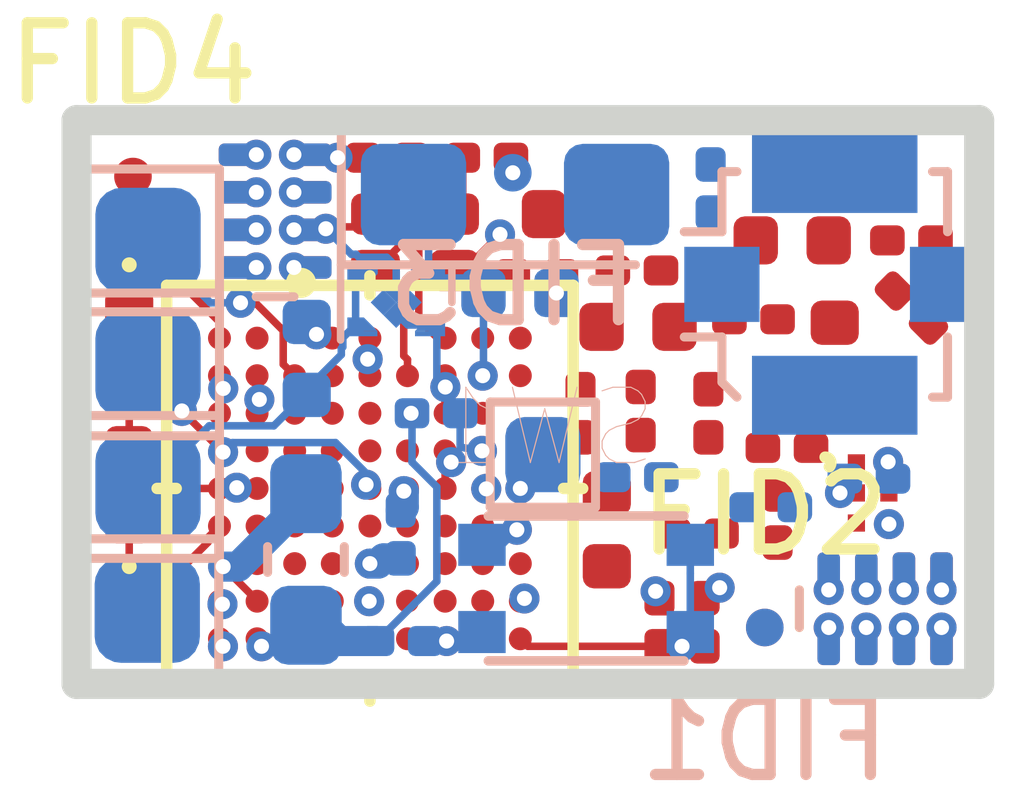
<source format=kicad_pcb>
(kicad_pcb (version 20171130) (host pcbnew "(5.1.4)-1")

  (general
    (thickness 1)
    (drawings 6)
    (tracks 188)
    (zones 0)
    (modules 54)
    (nets 66)
  )

  (page A4)
  (layers
    (0 F.Cu signal)
    (1 In1.Cu signal)
    (2 In2.Cu signal)
    (31 B.Cu signal)
    (32 B.Adhes user)
    (33 F.Adhes user)
    (34 B.Paste user)
    (35 F.Paste user)
    (36 B.SilkS user hide)
    (37 F.SilkS user)
    (38 B.Mask user)
    (39 F.Mask user)
    (40 Dwgs.User user)
    (41 Cmts.User user hide)
    (42 Eco1.User user)
    (43 Eco2.User user)
    (44 Edge.Cuts user)
    (45 Margin user)
    (46 B.CrtYd user hide)
    (47 F.CrtYd user hide)
    (48 B.Fab user hide)
    (49 F.Fab user hide)
  )

  (setup
    (last_trace_width 0.1)
    (user_trace_width 0.4)
    (trace_clearance 0.1)
    (zone_clearance 0.1)
    (zone_45_only no)
    (trace_min 0.1)
    (via_size 0.4)
    (via_drill 0.2)
    (via_min_size 0.4)
    (via_min_drill 0.2)
    (uvia_size 0.3)
    (uvia_drill 0.1)
    (uvias_allowed no)
    (uvia_min_size 0.2)
    (uvia_min_drill 0.1)
    (edge_width 0.05)
    (segment_width 0.2)
    (pcb_text_width 0.3)
    (pcb_text_size 1.5 1.5)
    (mod_edge_width 0.12)
    (mod_text_size 1 1)
    (mod_text_width 0.15)
    (pad_size 0.5 0.5)
    (pad_drill 0)
    (pad_to_mask_clearance 0.05)
    (solder_mask_min_width 0.1)
    (aux_axis_origin 0 0)
    (visible_elements 7FFFFFFF)
    (pcbplotparams
      (layerselection 0x010fc_ffffffff)
      (usegerberextensions false)
      (usegerberattributes false)
      (usegerberadvancedattributes false)
      (creategerberjobfile false)
      (excludeedgelayer true)
      (linewidth 0.250000)
      (plotframeref false)
      (viasonmask false)
      (mode 1)
      (useauxorigin false)
      (hpglpennumber 1)
      (hpglpenspeed 20)
      (hpglpendiameter 15.000000)
      (psnegative false)
      (psa4output false)
      (plotreference true)
      (plotvalue true)
      (plotinvisibletext false)
      (padsonsilk false)
      (subtractmaskfromsilk false)
      (outputformat 1)
      (mirror false)
      (drillshape 1)
      (scaleselection 1)
      (outputdirectory ""))
  )

  (net 0 "")
  (net 1 GND)
  (net 2 VDDRF1V5)
  (net 3 VR_PA)
  (net 4 3.3-5V_IN)
  (net 5 BIND_BUT)
  (net 6 +3V3)
  (net 7 "Net-(C8-Pad1)")
  (net 8 "Net-(C13-Pad2)")
  (net 9 "Net-(C14-Pad2)")
  (net 10 "Net-(C15-Pad1)")
  (net 11 XI)
  (net 12 "Net-(C18-Pad2)")
  (net 13 "Net-(C18-Pad1)")
  (net 14 "Net-(C19-Pad1)")
  (net 15 RFI_N)
  (net 16 RF2)
  (net 17 RFI_P)
  (net 18 XO)
  (net 19 RF1)
  (net 20 "Net-(C26-Pad1)")
  (net 21 "Net-(D1-Pad1)")
  (net 22 "Net-(D2-Pad1)")
  (net 23 "Net-(L1-Pad1)")
  (net 24 LED1)
  (net 25 LED2)
  (net 26 Boot0)
  (net 27 RFSW_CRTL)
  (net 28 UART_RX)
  (net 29 UART_TX)
  (net 30 "Net-(U1-PadB3)")
  (net 31 "Net-(U1-PadB4)")
  (net 32 "Net-(U1-PadB6)")
  (net 33 "Net-(U1-PadB9)")
  (net 34 "Net-(U1-PadC2)")
  (net 35 "Net-(U1-PadC3)")
  (net 36 "Net-(U1-PadC4)")
  (net 37 "Net-(U1-PadC5)")
  (net 38 "Net-(U1-PadC6)")
  (net 39 "Net-(U1-PadC7)")
  (net 40 "Net-(U1-PadD2)")
  (net 41 "Net-(U1-PadD3)")
  (net 42 "Net-(U1-PadD4)")
  (net 43 "Net-(U1-PadD5)")
  (net 44 "Net-(U1-PadD6)")
  (net 45 "Net-(U1-PadD8)")
  (net 46 "Net-(U1-PadE4)")
  (net 47 "Net-(U1-PadE6)")
  (net 48 "Net-(U1-PadE7)")
  (net 49 "Net-(U1-PadF1)")
  (net 50 "Net-(U1-PadF2)")
  (net 51 "Net-(U1-PadF4)")
  (net 52 "Net-(U1-PadF6)")
  (net 53 "Net-(U1-PadG2)")
  (net 54 "Net-(U1-PadG3)")
  (net 55 "Net-(U1-PadG4)")
  (net 56 "Net-(U1-PadH2)")
  (net 57 "Net-(U1-PadH3)")
  (net 58 "Net-(U1-PadH4)")
  (net 59 "Net-(U1-PadJ3)")
  (net 60 "Net-(U1-PadJ8)")
  (net 61 "Net-(U1-PadH1)")
  (net 62 "Net-(U1-PadC1)")
  (net 63 "Net-(U1-PadE1)")
  (net 64 "Net-(U1-PadF3)")
  (net 65 "Net-(U1-PadD7)")

  (net_class Default "Dies ist die voreingestellte Netzklasse."
    (clearance 0.1)
    (trace_width 0.1)
    (via_dia 0.4)
    (via_drill 0.2)
    (uvia_dia 0.3)
    (uvia_drill 0.1)
    (add_net +3V3)
    (add_net 3.3-5V_IN)
    (add_net BIND_BUT)
    (add_net Boot0)
    (add_net GND)
    (add_net LED1)
    (add_net LED2)
    (add_net "Net-(C13-Pad2)")
    (add_net "Net-(C14-Pad2)")
    (add_net "Net-(C15-Pad1)")
    (add_net "Net-(C18-Pad1)")
    (add_net "Net-(C18-Pad2)")
    (add_net "Net-(C19-Pad1)")
    (add_net "Net-(C26-Pad1)")
    (add_net "Net-(C8-Pad1)")
    (add_net "Net-(D1-Pad1)")
    (add_net "Net-(D2-Pad1)")
    (add_net "Net-(L1-Pad1)")
    (add_net "Net-(U1-PadB3)")
    (add_net "Net-(U1-PadB4)")
    (add_net "Net-(U1-PadB6)")
    (add_net "Net-(U1-PadB9)")
    (add_net "Net-(U1-PadC1)")
    (add_net "Net-(U1-PadC2)")
    (add_net "Net-(U1-PadC3)")
    (add_net "Net-(U1-PadC4)")
    (add_net "Net-(U1-PadC5)")
    (add_net "Net-(U1-PadC6)")
    (add_net "Net-(U1-PadC7)")
    (add_net "Net-(U1-PadD2)")
    (add_net "Net-(U1-PadD3)")
    (add_net "Net-(U1-PadD4)")
    (add_net "Net-(U1-PadD5)")
    (add_net "Net-(U1-PadD6)")
    (add_net "Net-(U1-PadD7)")
    (add_net "Net-(U1-PadD8)")
    (add_net "Net-(U1-PadE1)")
    (add_net "Net-(U1-PadE4)")
    (add_net "Net-(U1-PadE6)")
    (add_net "Net-(U1-PadE7)")
    (add_net "Net-(U1-PadF1)")
    (add_net "Net-(U1-PadF2)")
    (add_net "Net-(U1-PadF3)")
    (add_net "Net-(U1-PadF4)")
    (add_net "Net-(U1-PadF6)")
    (add_net "Net-(U1-PadG2)")
    (add_net "Net-(U1-PadG3)")
    (add_net "Net-(U1-PadG4)")
    (add_net "Net-(U1-PadH1)")
    (add_net "Net-(U1-PadH2)")
    (add_net "Net-(U1-PadH3)")
    (add_net "Net-(U1-PadH4)")
    (add_net "Net-(U1-PadJ3)")
    (add_net "Net-(U1-PadJ8)")
    (add_net RF1)
    (add_net RF2)
    (add_net RFI_N)
    (add_net RFI_P)
    (add_net RFSW_CRTL)
    (add_net UART_RX)
    (add_net UART_TX)
    (add_net VDDRF1V5)
    (add_net VR_PA)
    (add_net XI)
    (add_net XO)
  )

  (module ftprnts:STM32WLE5JBI6 (layer F.Cu) (tedit 6047BD14) (tstamp 6048262D)
    (at 123.9 55.9 90)
    (path /60817AFC)
    (fp_text reference U1 (at 0 -1 90) (layer F.Fab)
      (effects (font (size 1 1) (thickness 0.15)))
    )
    (fp_text value STM32WLE5JBI6 (at 0 5 90) (layer F.SilkS) hide
      (effects (font (size 1 1) (thickness 0.15)))
    )
    (fp_text user A (at -3.21 -2 90) (layer F.SilkS) hide
      (effects (font (size 1 1) (thickness 0.15)))
    )
    (fp_text user 1 (at -2 -3.21) (layer F.SilkS) hide
      (effects (font (size 1 1) (thickness 0.15)))
    )
    (fp_line (start -2.575 0) (end -2.829 0) (layer F.SilkS) (width 0.1524))
    (fp_line (start 2.575 0) (end 2.829 0) (layer F.SilkS) (width 0.1524))
    (fp_line (start 0 -2.575) (end 0 -2.829) (layer F.SilkS) (width 0.1524))
    (fp_line (start 0 2.575) (end 0 2.829) (layer F.SilkS) (width 0.1524))
    (fp_line (start -2.325 -2.575) (end -2.575 -2.325) (layer F.Fab) (width 0.1524))
    (fp_line (start -2.702001 2.702001) (end 2.702001 2.702001) (layer F.SilkS) (width 0.1524))
    (fp_line (start 2.702001 2.702001) (end 2.702001 -2.702001) (layer F.SilkS) (width 0.1524))
    (fp_line (start 2.702001 -2.702001) (end -2.702001 -2.702001) (layer F.SilkS) (width 0.1524))
    (fp_line (start -2.702001 -2.702001) (end -2.702001 2.702001) (layer F.SilkS) (width 0.1524))
    (fp_line (start -2.575001 2.575001) (end 2.575001 2.575001) (layer F.Fab) (width 0.1524))
    (fp_line (start 2.575001 2.575001) (end 2.575001 -2.575001) (layer F.Fab) (width 0.1524))
    (fp_line (start 2.575001 -2.575001) (end -2.575001 -2.575001) (layer F.Fab) (width 0.1524))
    (fp_line (start -2.575001 -2.575001) (end -2.575001 2.575001) (layer F.Fab) (width 0.1524))
    (fp_line (start -2.829 2.829) (end -2.829 -2.829) (layer F.CrtYd) (width 0.1524))
    (fp_line (start -2.829 -2.829) (end 2.829 -2.829) (layer F.CrtYd) (width 0.1524))
    (fp_line (start 2.829 -2.829) (end 2.829 2.829) (layer F.CrtYd) (width 0.1524))
    (fp_line (start 2.829 2.829) (end -2.829 2.829) (layer F.CrtYd) (width 0.1524))
    (pad A1 smd circle (at -2 -2 90) (size 0.3048 0.3048) (layers F.Cu F.Paste F.Mask)
      (net 1 GND))
    (pad A2 smd circle (at -1.5 -2 90) (size 0.3048 0.3048) (layers F.Cu F.Paste F.Mask)
      (net 6 +3V3))
    (pad A4 smd circle (at -0.5 -2 90) (size 0.3048 0.3048) (layers F.Cu F.Paste F.Mask)
      (net 25 LED2))
    (pad A5 smd circle (at 0 -2 90) (size 0.3048 0.3048) (layers F.Cu F.Paste F.Mask)
      (net 6 +3V3))
    (pad A7 smd circle (at 1 -2 90) (size 0.3048 0.3048) (layers F.Cu F.Paste F.Mask)
      (net 6 +3V3))
    (pad A8 smd circle (at 1.5 -2 90) (size 0.3048 0.3048) (layers F.Cu F.Paste F.Mask)
      (net 6 +3V3))
    (pad A9 smd circle (at 2 -2 90) (size 0.3048 0.3048) (layers F.Cu F.Paste F.Mask)
      (net 24 LED1))
    (pad B1 smd circle (at -2 -1.5 90) (size 0.3048 0.3048) (layers F.Cu F.Paste F.Mask)
      (net 2 VDDRF1V5))
    (pad B2 smd circle (at -1.5 -1.5 90) (size 0.3048 0.3048) (layers F.Cu F.Paste F.Mask)
      (net 23 "Net-(L1-Pad1)"))
    (pad B3 smd circle (at -1 -1.5 90) (size 0.3048 0.3048) (layers F.Cu F.Paste F.Mask)
      (net 30 "Net-(U1-PadB3)"))
    (pad B4 smd circle (at -0.5 -1.5 90) (size 0.3048 0.3048) (layers F.Cu F.Paste F.Mask)
      (net 31 "Net-(U1-PadB4)"))
    (pad B5 smd circle (at 0 -1.5 90) (size 0.3048 0.3048) (layers F.Cu F.Paste F.Mask)
      (net 6 +3V3))
    (pad B6 smd circle (at 0.5 -1.5 90) (size 0.3048 0.3048) (layers F.Cu F.Paste F.Mask)
      (net 32 "Net-(U1-PadB6)"))
    (pad B7 smd circle (at 1 -1.5 90) (size 0.3048 0.3048) (layers F.Cu F.Paste F.Mask)
      (net 1 GND))
    (pad B8 smd circle (at 1.5 -1.5 90) (size 0.3048 0.3048) (layers F.Cu F.Paste F.Mask)
      (net 1 GND))
    (pad B9 smd circle (at 2 -1.5 90) (size 0.3048 0.3048) (layers F.Cu F.Paste F.Mask)
      (net 33 "Net-(U1-PadB9)"))
    (pad C1 smd circle (at -2 -1 90) (size 0.3048 0.3048) (layers F.Cu F.Paste F.Mask)
      (net 62 "Net-(U1-PadC1)"))
    (pad C2 smd circle (at -1.5 -1 90) (size 0.3048 0.3048) (layers F.Cu F.Paste F.Mask)
      (net 34 "Net-(U1-PadC2)"))
    (pad C3 smd circle (at -1 -1 90) (size 0.3048 0.3048) (layers F.Cu F.Paste F.Mask)
      (net 35 "Net-(U1-PadC3)"))
    (pad C4 smd circle (at -0.5 -1 90) (size 0.3048 0.3048) (layers F.Cu F.Paste F.Mask)
      (net 36 "Net-(U1-PadC4)"))
    (pad C5 smd circle (at 0 -1 90) (size 0.3048 0.3048) (layers F.Cu F.Paste F.Mask)
      (net 37 "Net-(U1-PadC5)"))
    (pad C6 smd circle (at 0.5 -1 90) (size 0.3048 0.3048) (layers F.Cu F.Paste F.Mask)
      (net 38 "Net-(U1-PadC6)"))
    (pad C7 smd circle (at 1 -1 90) (size 0.3048 0.3048) (layers F.Cu F.Paste F.Mask)
      (net 39 "Net-(U1-PadC7)"))
    (pad C8 smd circle (at 1.5 -1 90) (size 0.3048 0.3048) (layers F.Cu F.Paste F.Mask)
      (net 28 UART_RX))
    (pad D2 smd circle (at -1.5 -0.5 90) (size 0.3048 0.3048) (layers F.Cu F.Paste F.Mask)
      (net 40 "Net-(U1-PadD2)"))
    (pad D3 smd circle (at -1 -0.5 90) (size 0.3048 0.3048) (layers F.Cu F.Paste F.Mask)
      (net 41 "Net-(U1-PadD3)"))
    (pad D4 smd circle (at -0.5 -0.5 90) (size 0.3048 0.3048) (layers F.Cu F.Paste F.Mask)
      (net 42 "Net-(U1-PadD4)"))
    (pad D5 smd circle (at 0 -0.5 90) (size 0.3048 0.3048) (layers F.Cu F.Paste F.Mask)
      (net 43 "Net-(U1-PadD5)"))
    (pad D6 smd circle (at 0.5 -0.5 90) (size 0.3048 0.3048) (layers F.Cu F.Paste F.Mask)
      (net 44 "Net-(U1-PadD6)"))
    (pad D7 smd circle (at 1 -0.5 90) (size 0.3048 0.3048) (layers F.Cu F.Paste F.Mask)
      (net 65 "Net-(U1-PadD7)"))
    (pad D8 smd circle (at 1.5 -0.5 90) (size 0.3048 0.3048) (layers F.Cu F.Paste F.Mask)
      (net 45 "Net-(U1-PadD8)"))
    (pad D9 smd circle (at 2 -0.5 90) (size 0.3048 0.3048) (layers F.Cu F.Paste F.Mask)
      (net 1 GND))
    (pad E1 smd circle (at -2 0 90) (size 0.3048 0.3048) (layers F.Cu F.Paste F.Mask)
      (net 63 "Net-(U1-PadE1)"))
    (pad E2 smd circle (at -1.5 0 90) (size 0.3048 0.3048) (layers F.Cu F.Paste F.Mask)
      (net 6 +3V3))
    (pad E3 smd circle (at -1 0 90) (size 0.3048 0.3048) (layers F.Cu F.Paste F.Mask)
      (net 1 GND))
    (pad E4 smd circle (at -0.5 0 90) (size 0.3048 0.3048) (layers F.Cu F.Paste F.Mask)
      (net 46 "Net-(U1-PadE4)"))
    (pad E5 smd circle (at 0 0 90) (size 0.3048 0.3048) (layers F.Cu F.Paste F.Mask)
      (net 29 UART_TX))
    (pad E6 smd circle (at 0.5 0 90) (size 0.3048 0.3048) (layers F.Cu F.Paste F.Mask)
      (net 47 "Net-(U1-PadE6)"))
    (pad E7 smd circle (at 1 0 90) (size 0.3048 0.3048) (layers F.Cu F.Paste F.Mask)
      (net 48 "Net-(U1-PadE7)"))
    (pad E8 smd circle (at 1.5 0 90) (size 0.3048 0.3048) (layers F.Cu F.Paste F.Mask)
      (net 6 +3V3))
    (pad E9 smd circle (at 2 0 90) (size 0.3048 0.3048) (layers F.Cu F.Paste F.Mask)
      (net 6 +3V3))
    (pad F1 smd circle (at -2 0.5 90) (size 0.3048 0.3048) (layers F.Cu F.Paste F.Mask)
      (net 49 "Net-(U1-PadF1)"))
    (pad F2 smd circle (at -1.5 0.5 90) (size 0.3048 0.3048) (layers F.Cu F.Paste F.Mask)
      (net 50 "Net-(U1-PadF2)"))
    (pad F3 smd circle (at -1 0.5 90) (size 0.3048 0.3048) (layers F.Cu F.Paste F.Mask)
      (net 64 "Net-(U1-PadF3)"))
    (pad F4 smd circle (at -0.5 0.5 90) (size 0.3048 0.3048) (layers F.Cu F.Paste F.Mask)
      (net 51 "Net-(U1-PadF4)"))
    (pad F5 smd circle (at 0 0.5 90) (size 0.3048 0.3048) (layers F.Cu F.Paste F.Mask)
      (net 7 "Net-(C8-Pad1)"))
    (pad F6 smd circle (at 0.5 0.5 90) (size 0.3048 0.3048) (layers F.Cu F.Paste F.Mask)
      (net 52 "Net-(U1-PadF6)"))
    (pad F7 smd circle (at 1 0.5 90) (size 0.3048 0.3048) (layers F.Cu F.Paste F.Mask)
      (net 2 VDDRF1V5))
    (pad F8 smd circle (at 1.5 0.5 90) (size 0.3048 0.3048) (layers F.Cu F.Paste F.Mask)
      (net 18 XO))
    (pad G2 smd circle (at -1.5 1 90) (size 0.3048 0.3048) (layers F.Cu F.Paste F.Mask)
      (net 53 "Net-(U1-PadG2)"))
    (pad G3 smd circle (at -1 1 90) (size 0.3048 0.3048) (layers F.Cu F.Paste F.Mask)
      (net 54 "Net-(U1-PadG3)"))
    (pad G4 smd circle (at -0.5 1 90) (size 0.3048 0.3048) (layers F.Cu F.Paste F.Mask)
      (net 55 "Net-(U1-PadG4)"))
    (pad G5 smd circle (at 0 1 90) (size 0.3048 0.3048) (layers F.Cu F.Paste F.Mask)
      (net 1 GND))
    (pad G6 smd circle (at 0.5 1 90) (size 0.3048 0.3048) (layers F.Cu F.Paste F.Mask)
      (net 1 GND))
    (pad G7 smd circle (at 1 1 90) (size 0.3048 0.3048) (layers F.Cu F.Paste F.Mask)
      (net 1 GND))
    (pad G8 smd circle (at 1.5 1 90) (size 0.3048 0.3048) (layers F.Cu F.Paste F.Mask)
      (net 1 GND))
    (pad G9 smd circle (at 2 1 90) (size 0.3048 0.3048) (layers F.Cu F.Paste F.Mask)
      (net 11 XI))
    (pad H1 smd circle (at -2 1.5 90) (size 0.3048 0.3048) (layers F.Cu F.Paste F.Mask)
      (net 61 "Net-(U1-PadH1)"))
    (pad H2 smd circle (at -1.5 1.5 90) (size 0.3048 0.3048) (layers F.Cu F.Paste F.Mask)
      (net 56 "Net-(U1-PadH2)"))
    (pad H3 smd circle (at -1 1.5 90) (size 0.3048 0.3048) (layers F.Cu F.Paste F.Mask)
      (net 57 "Net-(U1-PadH3)"))
    (pad H4 smd circle (at -0.5 1.5 90) (size 0.3048 0.3048) (layers F.Cu F.Paste F.Mask)
      (net 58 "Net-(U1-PadH4)"))
    (pad H5 smd circle (at 0 1.5 90) (size 0.3048 0.3048) (layers F.Cu F.Paste F.Mask)
      (net 6 +3V3))
    (pad H6 smd circle (at 0.5 1.5 90) (size 0.3048 0.3048) (layers F.Cu F.Paste F.Mask)
      (net 1 GND))
    (pad H7 smd circle (at 1 1.5 90) (size 0.3048 0.3048) (layers F.Cu F.Paste F.Mask)
      (net 15 RFI_N))
    (pad H8 smd circle (at 1.5 1.5 90) (size 0.3048 0.3048) (layers F.Cu F.Paste F.Mask)
      (net 6 +3V3))
    (pad H9 smd circle (at 2 1.5 90) (size 0.3048 0.3048) (layers F.Cu F.Paste F.Mask)
      (net 3 VR_PA))
    (pad J1 smd circle (at -2 2 90) (size 0.3048 0.3048) (layers F.Cu F.Paste F.Mask)
      (net 5 BIND_BUT))
    (pad J2 smd circle (at -1.5 2 90) (size 0.3048 0.3048) (layers F.Cu F.Paste F.Mask)
      (net 27 RFSW_CRTL))
    (pad J3 smd circle (at -1 2 90) (size 0.3048 0.3048) (layers F.Cu F.Paste F.Mask)
      (net 59 "Net-(U1-PadJ3)"))
    (pad J5 smd circle (at 0 2 90) (size 0.3048 0.3048) (layers F.Cu F.Paste F.Mask)
      (net 26 Boot0))
    (pad J6 smd circle (at 0.5 2 90) (size 0.3048 0.3048) (layers F.Cu F.Paste F.Mask)
      (net 17 RFI_P))
    (pad J8 smd circle (at 1.5 2 90) (size 0.3048 0.3048) (layers F.Cu F.Paste F.Mask)
      (net 60 "Net-(U1-PadJ8)"))
    (pad J9 smd circle (at 2 2 90) (size 0.3048 0.3048) (layers F.Cu F.Paste F.Mask)
      (net 9 "Net-(C14-Pad2)"))
    (model ${KISYS3DMOD}/Package_BGA.3dshapes/BGA-68_5.0x5.0mm_Layout9x9_P0.5mm_Ball0.3mm_Pad0.25mm_NSMD.step
      (at (xyz 0 0 0))
      (scale (xyz 1 1 1))
      (rotate (xyz 0 0 0))
    )
  )

  (module Capacitor_SMD:C_0201_0603Metric (layer B.Cu) (tedit 5B301BBE) (tstamp 604822A9)
    (at 124.78 54.9)
    (descr "Capacitor SMD 0201 (0603 Metric), square (rectangular) end terminal, IPC_7351 nominal, (Body size source: https://www.vishay.com/docs/20052/crcw0201e3.pdf), generated with kicad-footprint-generator")
    (tags capacitor)
    (path /60833B31)
    (attr smd)
    (fp_text reference C1 (at 0 1.05) (layer B.SilkS) hide
      (effects (font (size 1 1) (thickness 0.15)) (justify mirror))
    )
    (fp_text value 1µF (at 0 -1.05) (layer B.Fab)
      (effects (font (size 1 1) (thickness 0.15)) (justify mirror))
    )
    (fp_text user %R (at 0 0.68) (layer B.Fab)
      (effects (font (size 0.25 0.25) (thickness 0.04)) (justify mirror))
    )
    (fp_line (start 0.7 -0.35) (end -0.7 -0.35) (layer B.CrtYd) (width 0.05))
    (fp_line (start 0.7 0.35) (end 0.7 -0.35) (layer B.CrtYd) (width 0.05))
    (fp_line (start -0.7 0.35) (end 0.7 0.35) (layer B.CrtYd) (width 0.05))
    (fp_line (start -0.7 -0.35) (end -0.7 0.35) (layer B.CrtYd) (width 0.05))
    (fp_line (start 0.3 -0.15) (end -0.3 -0.15) (layer B.Fab) (width 0.1))
    (fp_line (start 0.3 0.15) (end 0.3 -0.15) (layer B.Fab) (width 0.1))
    (fp_line (start -0.3 0.15) (end 0.3 0.15) (layer B.Fab) (width 0.1))
    (fp_line (start -0.3 -0.15) (end -0.3 0.15) (layer B.Fab) (width 0.1))
    (pad 2 smd roundrect (at 0.32 0) (size 0.46 0.4) (layers B.Cu B.Mask) (roundrect_rratio 0.25)
      (net 1 GND))
    (pad 1 smd roundrect (at -0.32 0) (size 0.46 0.4) (layers B.Cu B.Mask) (roundrect_rratio 0.25)
      (net 2 VDDRF1V5))
    (pad "" smd roundrect (at 0.345 0) (size 0.318 0.36) (layers B.Paste) (roundrect_rratio 0.25))
    (pad "" smd roundrect (at -0.345 0) (size 0.318 0.36) (layers B.Paste) (roundrect_rratio 0.25))
    (model ${KISYS3DMOD}/Capacitor_SMD.3dshapes/C_0201_0603Metric.wrl
      (at (xyz 0 0 0))
      (scale (xyz 1 1 1))
      (rotate (xyz 0 0 0))
    )
  )

  (module Capacitor_SMD:C_0201_0603Metric (layer F.Cu) (tedit 5B301BBE) (tstamp 604822BA)
    (at 126.12 53.05)
    (descr "Capacitor SMD 0201 (0603 Metric), square (rectangular) end terminal, IPC_7351 nominal, (Body size source: https://www.vishay.com/docs/20052/crcw0201e3.pdf), generated with kicad-footprint-generator")
    (tags capacitor)
    (path /6084E6A4)
    (attr smd)
    (fp_text reference C2 (at 0 -1.05) (layer F.SilkS) hide
      (effects (font (size 1 1) (thickness 0.15)))
    )
    (fp_text value 1µF (at 0 1.05) (layer F.Fab)
      (effects (font (size 1 1) (thickness 0.15)))
    )
    (fp_text user %R (at 0 -0.68) (layer F.Fab)
      (effects (font (size 0.25 0.25) (thickness 0.04)))
    )
    (fp_line (start 0.7 0.35) (end -0.7 0.35) (layer F.CrtYd) (width 0.05))
    (fp_line (start 0.7 -0.35) (end 0.7 0.35) (layer F.CrtYd) (width 0.05))
    (fp_line (start -0.7 -0.35) (end 0.7 -0.35) (layer F.CrtYd) (width 0.05))
    (fp_line (start -0.7 0.35) (end -0.7 -0.35) (layer F.CrtYd) (width 0.05))
    (fp_line (start 0.3 0.15) (end -0.3 0.15) (layer F.Fab) (width 0.1))
    (fp_line (start 0.3 -0.15) (end 0.3 0.15) (layer F.Fab) (width 0.1))
    (fp_line (start -0.3 -0.15) (end 0.3 -0.15) (layer F.Fab) (width 0.1))
    (fp_line (start -0.3 0.15) (end -0.3 -0.15) (layer F.Fab) (width 0.1))
    (pad 2 smd roundrect (at 0.32 0) (size 0.46 0.4) (layers F.Cu F.Mask) (roundrect_rratio 0.25)
      (net 1 GND))
    (pad 1 smd roundrect (at -0.32 0) (size 0.46 0.4) (layers F.Cu F.Mask) (roundrect_rratio 0.25)
      (net 3 VR_PA))
    (pad "" smd roundrect (at 0.345 0) (size 0.318 0.36) (layers F.Paste) (roundrect_rratio 0.25))
    (pad "" smd roundrect (at -0.345 0) (size 0.318 0.36) (layers F.Paste) (roundrect_rratio 0.25))
    (model ${KISYS3DMOD}/Capacitor_SMD.3dshapes/C_0201_0603Metric.wrl
      (at (xyz 0 0 0))
      (scale (xyz 1 1 1))
      (rotate (xyz 0 0 0))
    )
  )

  (module Capacitor_SMD:C_0402_1005Metric (layer B.Cu) (tedit 5B301BBE) (tstamp 604822C9)
    (at 123.06 54.17 90)
    (descr "Capacitor SMD 0402 (1005 Metric), square (rectangular) end terminal, IPC_7351 nominal, (Body size source: http://www.tortai-tech.com/upload/download/2011102023233369053.pdf), generated with kicad-footprint-generator")
    (tags capacitor)
    (path /608EE51A)
    (attr smd)
    (fp_text reference C3 (at 0 1.17 90) (layer B.SilkS) hide
      (effects (font (size 1 1) (thickness 0.15)) (justify mirror))
    )
    (fp_text value 10µF (at 0 -1.17 90) (layer B.Fab)
      (effects (font (size 1 1) (thickness 0.15)) (justify mirror))
    )
    (fp_line (start -0.5 -0.25) (end -0.5 0.25) (layer B.Fab) (width 0.1))
    (fp_line (start -0.5 0.25) (end 0.5 0.25) (layer B.Fab) (width 0.1))
    (fp_line (start 0.5 0.25) (end 0.5 -0.25) (layer B.Fab) (width 0.1))
    (fp_line (start 0.5 -0.25) (end -0.5 -0.25) (layer B.Fab) (width 0.1))
    (fp_line (start -0.93 -0.47) (end -0.93 0.47) (layer B.CrtYd) (width 0.05))
    (fp_line (start -0.93 0.47) (end 0.93 0.47) (layer B.CrtYd) (width 0.05))
    (fp_line (start 0.93 0.47) (end 0.93 -0.47) (layer B.CrtYd) (width 0.05))
    (fp_line (start 0.93 -0.47) (end -0.93 -0.47) (layer B.CrtYd) (width 0.05))
    (fp_text user %R (at 0 0 90) (layer B.Fab)
      (effects (font (size 0.25 0.25) (thickness 0.04)) (justify mirror))
    )
    (pad 1 smd roundrect (at -0.485 0 90) (size 0.59 0.64) (layers B.Cu B.Paste B.Mask) (roundrect_rratio 0.25)
      (net 4 3.3-5V_IN))
    (pad 2 smd roundrect (at 0.485 0 90) (size 0.59 0.64) (layers B.Cu B.Paste B.Mask) (roundrect_rratio 0.25)
      (net 1 GND))
    (model ${KISYS3DMOD}/Capacitor_SMD.3dshapes/C_0402_1005Metric.wrl
      (at (xyz 0 0 0))
      (scale (xyz 1 1 1))
      (rotate (xyz 0 0 0))
    )
  )

  (module Capacitor_SMD:C_0201_0603Metric (layer F.Cu) (tedit 5B301BBE) (tstamp 604822DA)
    (at 127.75 57.68 90)
    (descr "Capacitor SMD 0201 (0603 Metric), square (rectangular) end terminal, IPC_7351 nominal, (Body size source: https://www.vishay.com/docs/20052/crcw0201e3.pdf), generated with kicad-footprint-generator")
    (tags capacitor)
    (path /608A1592)
    (attr smd)
    (fp_text reference C4 (at 0 -1.05 90) (layer F.SilkS) hide
      (effects (font (size 1 1) (thickness 0.15)))
    )
    (fp_text value 1µF (at 0 1.05 90) (layer F.Fab)
      (effects (font (size 1 1) (thickness 0.15)))
    )
    (fp_text user %R (at 0 -0.68 90) (layer F.Fab)
      (effects (font (size 0.25 0.25) (thickness 0.04)))
    )
    (fp_line (start 0.7 0.35) (end -0.7 0.35) (layer F.CrtYd) (width 0.05))
    (fp_line (start 0.7 -0.35) (end 0.7 0.35) (layer F.CrtYd) (width 0.05))
    (fp_line (start -0.7 -0.35) (end 0.7 -0.35) (layer F.CrtYd) (width 0.05))
    (fp_line (start -0.7 0.35) (end -0.7 -0.35) (layer F.CrtYd) (width 0.05))
    (fp_line (start 0.3 0.15) (end -0.3 0.15) (layer F.Fab) (width 0.1))
    (fp_line (start 0.3 -0.15) (end 0.3 0.15) (layer F.Fab) (width 0.1))
    (fp_line (start -0.3 -0.15) (end 0.3 -0.15) (layer F.Fab) (width 0.1))
    (fp_line (start -0.3 0.15) (end -0.3 -0.15) (layer F.Fab) (width 0.1))
    (pad 2 smd roundrect (at 0.32 0 90) (size 0.46 0.4) (layers F.Cu F.Mask) (roundrect_rratio 0.25)
      (net 1 GND))
    (pad 1 smd roundrect (at -0.32 0 90) (size 0.46 0.4) (layers F.Cu F.Mask) (roundrect_rratio 0.25)
      (net 5 BIND_BUT))
    (pad "" smd roundrect (at 0.345 0 90) (size 0.318 0.36) (layers F.Paste) (roundrect_rratio 0.25))
    (pad "" smd roundrect (at -0.345 0 90) (size 0.318 0.36) (layers F.Paste) (roundrect_rratio 0.25))
    (model ${KISYS3DMOD}/Capacitor_SMD.3dshapes/C_0201_0603Metric.wrl
      (at (xyz 0 0 0))
      (scale (xyz 1 1 1))
      (rotate (xyz 0 0 0))
    )
  )

  (module Capacitor_SMD:C_0402_1005Metric (layer B.Cu) (tedit 5B301BBE) (tstamp 604822E9)
    (at 125.895 53.3)
    (descr "Capacitor SMD 0402 (1005 Metric), square (rectangular) end terminal, IPC_7351 nominal, (Body size source: http://www.tortai-tech.com/upload/download/2011102023233369053.pdf), generated with kicad-footprint-generator")
    (tags capacitor)
    (path /608EDE36)
    (attr smd)
    (fp_text reference C5 (at 0 1.17) (layer B.SilkS) hide
      (effects (font (size 1 1) (thickness 0.15)) (justify mirror))
    )
    (fp_text value 10µF (at 0 -1.17) (layer B.Fab)
      (effects (font (size 1 1) (thickness 0.15)) (justify mirror))
    )
    (fp_text user %R (at 0 0) (layer B.Fab)
      (effects (font (size 0.25 0.25) (thickness 0.04)) (justify mirror))
    )
    (fp_line (start 0.93 -0.47) (end -0.93 -0.47) (layer B.CrtYd) (width 0.05))
    (fp_line (start 0.93 0.47) (end 0.93 -0.47) (layer B.CrtYd) (width 0.05))
    (fp_line (start -0.93 0.47) (end 0.93 0.47) (layer B.CrtYd) (width 0.05))
    (fp_line (start -0.93 -0.47) (end -0.93 0.47) (layer B.CrtYd) (width 0.05))
    (fp_line (start 0.5 -0.25) (end -0.5 -0.25) (layer B.Fab) (width 0.1))
    (fp_line (start 0.5 0.25) (end 0.5 -0.25) (layer B.Fab) (width 0.1))
    (fp_line (start -0.5 0.25) (end 0.5 0.25) (layer B.Fab) (width 0.1))
    (fp_line (start -0.5 -0.25) (end -0.5 0.25) (layer B.Fab) (width 0.1))
    (pad 2 smd roundrect (at 0.485 0) (size 0.59 0.64) (layers B.Cu B.Paste B.Mask) (roundrect_rratio 0.25)
      (net 1 GND))
    (pad 1 smd roundrect (at -0.485 0) (size 0.59 0.64) (layers B.Cu B.Paste B.Mask) (roundrect_rratio 0.25)
      (net 6 +3V3))
    (model ${KISYS3DMOD}/Capacitor_SMD.3dshapes/C_0402_1005Metric.wrl
      (at (xyz 0 0 0))
      (scale (xyz 1 1 1))
      (rotate (xyz 0 0 0))
    )
  )

  (module Capacitor_SMD:C_0201_0603Metric (layer B.Cu) (tedit 5B301BBE) (tstamp 604822FA)
    (at 124.315 57.93)
    (descr "Capacitor SMD 0201 (0603 Metric), square (rectangular) end terminal, IPC_7351 nominal, (Body size source: https://www.vishay.com/docs/20052/crcw0201e3.pdf), generated with kicad-footprint-generator")
    (tags capacitor)
    (path /6083120F)
    (attr smd)
    (fp_text reference C6 (at 0 1.05) (layer B.SilkS) hide
      (effects (font (size 1 1) (thickness 0.15)) (justify mirror))
    )
    (fp_text value 1µF (at 0 -1.05) (layer B.Fab)
      (effects (font (size 1 1) (thickness 0.15)) (justify mirror))
    )
    (fp_line (start -0.3 -0.15) (end -0.3 0.15) (layer B.Fab) (width 0.1))
    (fp_line (start -0.3 0.15) (end 0.3 0.15) (layer B.Fab) (width 0.1))
    (fp_line (start 0.3 0.15) (end 0.3 -0.15) (layer B.Fab) (width 0.1))
    (fp_line (start 0.3 -0.15) (end -0.3 -0.15) (layer B.Fab) (width 0.1))
    (fp_line (start -0.7 -0.35) (end -0.7 0.35) (layer B.CrtYd) (width 0.05))
    (fp_line (start -0.7 0.35) (end 0.7 0.35) (layer B.CrtYd) (width 0.05))
    (fp_line (start 0.7 0.35) (end 0.7 -0.35) (layer B.CrtYd) (width 0.05))
    (fp_line (start 0.7 -0.35) (end -0.7 -0.35) (layer B.CrtYd) (width 0.05))
    (fp_text user %R (at 0 0.68) (layer B.Fab)
      (effects (font (size 0.25 0.25) (thickness 0.04)) (justify mirror))
    )
    (pad "" smd roundrect (at -0.345 0) (size 0.318 0.36) (layers B.Paste) (roundrect_rratio 0.25))
    (pad "" smd roundrect (at 0.345 0) (size 0.318 0.36) (layers B.Paste) (roundrect_rratio 0.25))
    (pad 1 smd roundrect (at -0.32 0) (size 0.46 0.4) (layers B.Cu B.Mask) (roundrect_rratio 0.25)
      (net 2 VDDRF1V5))
    (pad 2 smd roundrect (at 0.32 0) (size 0.46 0.4) (layers B.Cu B.Mask) (roundrect_rratio 0.25)
      (net 1 GND))
    (model ${KISYS3DMOD}/Capacitor_SMD.3dshapes/C_0201_0603Metric.wrl
      (at (xyz 0 0 0))
      (scale (xyz 1 1 1))
      (rotate (xyz 0 0 0))
    )
  )

  (module ftprnts:0805_low_esl_cap_avx_w_via (layer F.Cu) (tedit 6047BC6A) (tstamp 60482318)
    (at 122.64 52.21 180)
    (path /608B76A3)
    (fp_text reference C7 (at 0.25 2.2) (layer F.SilkS) hide
      (effects (font (size 1 1) (thickness 0.15)))
    )
    (fp_text value 2.2uF (at 0.25 -1.85) (layer F.Fab)
      (effects (font (size 1 1) (thickness 0.15)))
    )
    (fp_line (start -0.5 -1) (end 0.5 -1) (layer F.Fab) (width 0.1))
    (fp_line (start 1 1.25) (end 1 -1.25) (layer F.CrtYd) (width 0.05))
    (fp_line (start 0.5 -1) (end 0.5 1) (layer F.Fab) (width 0.1))
    (fp_line (start 0.5 1) (end -0.5 1) (layer F.Fab) (width 0.1))
    (fp_line (start 1 1.25) (end -1 1.25) (layer F.CrtYd) (width 0.05))
    (fp_line (start -1 -1.25) (end 1 -1.25) (layer F.CrtYd) (width 0.05))
    (fp_line (start -1 -1.25) (end -1 1.25) (layer F.CrtYd) (width 0.05))
    (fp_line (start -0.5 1) (end -0.5 -1) (layer F.Fab) (width 0.1))
    (fp_line (start 0.25 1.14) (end -0.25 1.14) (layer F.SilkS) (width 0.12))
    (fp_line (start 0.25 -1.14) (end -0.25 -1.14) (layer F.SilkS) (width 0.12))
    (pad 2 thru_hole circle (at 0.25 -0.75 180) (size 0.4 0.4) (drill 0.2) (layers *.Cu)
      (net 1 GND) (solder_mask_margin -0.1))
    (pad 1 thru_hole circle (at 0.25 -0.25 180) (size 0.4 0.4) (drill 0.2) (layers *.Cu)
      (net 6 +3V3) (solder_mask_margin -0.1))
    (pad 1 thru_hole circle (at 0.25 0.75 180) (size 0.4 0.4) (drill 0.2) (layers *.Cu)
      (net 6 +3V3) (solder_mask_margin -0.1))
    (pad 1 thru_hole circle (at -0.25 -0.75 180) (size 0.4 0.4) (drill 0.2) (layers *.Cu)
      (net 6 +3V3) (solder_mask_margin -0.1))
    (pad 2 thru_hole circle (at 0.25 0.25 180) (size 0.4 0.4) (drill 0.2) (layers *.Cu)
      (net 1 GND) (solder_mask_margin -0.1))
    (pad 2 thru_hole circle (at -0.25 0.75 180) (size 0.4 0.4) (drill 0.2) (layers *.Cu)
      (net 1 GND) (solder_mask_margin -0.1))
    (pad 1 smd roundrect (at 0.5 0.75 180) (size 0.5 0.3) (layers F.Cu F.Paste F.Mask) (roundrect_rratio 0.25)
      (net 6 +3V3))
    (pad 2 smd roundrect (at -0.5 0.75 180) (size 0.5 0.3) (layers F.Cu F.Paste F.Mask) (roundrect_rratio 0.25)
      (net 1 GND))
    (pad 1 smd roundrect (at 0.5 -0.25 180) (size 0.5 0.3) (layers F.Cu F.Paste F.Mask) (roundrect_rratio 0.25)
      (net 6 +3V3))
    (pad 2 smd roundrect (at 0.5 -0.75 180) (size 0.5 0.3) (layers F.Cu F.Paste F.Mask) (roundrect_rratio 0.25)
      (net 1 GND))
    (pad 1 smd roundrect (at -0.5 -0.75 180) (size 0.5 0.3) (layers F.Cu F.Paste F.Mask) (roundrect_rratio 0.25)
      (net 6 +3V3))
    (pad 2 smd roundrect (at 0.5 0.25 180) (size 0.5 0.3) (layers F.Cu F.Paste F.Mask) (roundrect_rratio 0.25)
      (net 1 GND))
    (pad 1 smd roundrect (at -0.5 0.25 180) (size 0.5 0.3) (layers F.Cu F.Paste F.Mask) (roundrect_rratio 0.25)
      (net 6 +3V3))
    (pad 2 smd roundrect (at -0.5 -0.25 180) (size 0.5 0.3) (layers F.Cu F.Paste F.Mask) (roundrect_rratio 0.25)
      (net 1 GND))
    (pad 1 thru_hole circle (at -0.25 0.25 180) (size 0.4 0.4) (drill 0.2) (layers *.Cu)
      (net 6 +3V3) (solder_mask_margin -0.1))
    (pad 2 thru_hole circle (at -0.25 -0.25 180) (size 0.4 0.4) (drill 0.2) (layers *.Cu)
      (net 1 GND) (solder_mask_margin -0.1))
    (model ${KISYS3DMOD}/Resistor_SMD.3dshapes/R_Array_Concave_4x0402.step
      (at (xyz 0 0 0))
      (scale (xyz 1 1 1))
      (rotate (xyz 0 0 0))
    )
  )

  (module Capacitor_SMD:C_0201_0603Metric (layer B.Cu) (tedit 5B301BBE) (tstamp 60482329)
    (at 124.31 56.51 270)
    (descr "Capacitor SMD 0201 (0603 Metric), square (rectangular) end terminal, IPC_7351 nominal, (Body size source: https://www.vishay.com/docs/20052/crcw0201e3.pdf), generated with kicad-footprint-generator")
    (tags capacitor)
    (path /6091F427)
    (attr smd)
    (fp_text reference C8 (at 0 1.05 90) (layer B.SilkS) hide
      (effects (font (size 1 1) (thickness 0.15)) (justify mirror))
    )
    (fp_text value 100nF (at 0 -1.05 90) (layer B.Fab)
      (effects (font (size 1 1) (thickness 0.15)) (justify mirror))
    )
    (fp_line (start -0.3 -0.15) (end -0.3 0.15) (layer B.Fab) (width 0.1))
    (fp_line (start -0.3 0.15) (end 0.3 0.15) (layer B.Fab) (width 0.1))
    (fp_line (start 0.3 0.15) (end 0.3 -0.15) (layer B.Fab) (width 0.1))
    (fp_line (start 0.3 -0.15) (end -0.3 -0.15) (layer B.Fab) (width 0.1))
    (fp_line (start -0.7 -0.35) (end -0.7 0.35) (layer B.CrtYd) (width 0.05))
    (fp_line (start -0.7 0.35) (end 0.7 0.35) (layer B.CrtYd) (width 0.05))
    (fp_line (start 0.7 0.35) (end 0.7 -0.35) (layer B.CrtYd) (width 0.05))
    (fp_line (start 0.7 -0.35) (end -0.7 -0.35) (layer B.CrtYd) (width 0.05))
    (fp_text user %R (at 0 0.68 90) (layer B.Fab)
      (effects (font (size 0.25 0.25) (thickness 0.04)) (justify mirror))
    )
    (pad "" smd roundrect (at -0.345 0 270) (size 0.318 0.36) (layers B.Paste) (roundrect_rratio 0.25))
    (pad "" smd roundrect (at 0.345 0 270) (size 0.318 0.36) (layers B.Paste) (roundrect_rratio 0.25))
    (pad 1 smd roundrect (at -0.32 0 270) (size 0.46 0.4) (layers B.Cu B.Mask) (roundrect_rratio 0.25)
      (net 7 "Net-(C8-Pad1)"))
    (pad 2 smd roundrect (at 0.32 0 270) (size 0.46 0.4) (layers B.Cu B.Mask) (roundrect_rratio 0.25)
      (net 1 GND))
    (model ${KISYS3DMOD}/Capacitor_SMD.3dshapes/C_0201_0603Metric.wrl
      (at (xyz 0 0 0))
      (scale (xyz 1 1 1))
      (rotate (xyz 0 0 0))
    )
  )

  (module ftprnts:0805_low_esl_cap_avx (layer B.Cu) (tedit 6047BC72) (tstamp 604833F5)
    (at 130.75 57.5 90)
    (path /608C1865)
    (fp_text reference C9 (at 0 -3 90) (layer B.SilkS) hide
      (effects (font (size 1 1) (thickness 0.15)) (justify mirror))
    )
    (fp_text value 2.2uF (at -0.1 2.4 90) (layer B.Fab)
      (effects (font (size 1 1) (thickness 0.15)) (justify mirror))
    )
    (fp_line (start 0.25 -1.14) (end -0.25 -1.14) (layer B.SilkS) (width 0.12))
    (fp_line (start 0.25 1.14) (end -0.25 1.14) (layer B.SilkS) (width 0.12))
    (fp_line (start -0.5 -1) (end -0.5 1) (layer B.Fab) (width 0.1))
    (fp_line (start 1 -1.25) (end 1 1.25) (layer B.CrtYd) (width 0.05))
    (fp_line (start -1 1.25) (end -1 -1.25) (layer B.CrtYd) (width 0.05))
    (fp_line (start -1 1.25) (end 1 1.25) (layer B.CrtYd) (width 0.05))
    (fp_line (start 1 -1.25) (end -1 -1.25) (layer B.CrtYd) (width 0.05))
    (fp_line (start -0.5 1) (end 0.5 1) (layer B.Fab) (width 0.1))
    (fp_line (start 0.5 -1) (end -0.5 -1) (layer B.Fab) (width 0.1))
    (fp_line (start 0.5 1) (end 0.5 -1) (layer B.Fab) (width 0.1))
    (pad 1 smd roundrect (at 0.5 -0.75 90) (size 0.5 0.3) (layers B.Cu B.Paste B.Mask) (roundrect_rratio 0.25)
      (net 1 GND))
    (pad 2 smd roundrect (at -0.5 -0.75 90) (size 0.5 0.3) (layers B.Cu B.Paste B.Mask) (roundrect_rratio 0.25)
      (net 6 +3V3))
    (pad 2 smd roundrect (at 0.5 0.75 90) (size 0.5 0.3) (layers B.Cu B.Paste B.Mask) (roundrect_rratio 0.25)
      (net 6 +3V3))
    (pad 1 smd roundrect (at -0.5 0.75 90) (size 0.5 0.3) (layers B.Cu B.Paste B.Mask) (roundrect_rratio 0.25)
      (net 1 GND))
    (pad 1 smd roundrect (at 0.5 0.25 90) (size 0.5 0.3) (layers B.Cu B.Paste B.Mask) (roundrect_rratio 0.25)
      (net 1 GND))
    (pad 2 smd roundrect (at -0.5 0.25 90) (size 0.5 0.3) (layers B.Cu B.Paste B.Mask) (roundrect_rratio 0.25)
      (net 6 +3V3))
    (pad 2 smd roundrect (at 0.5 -0.25 90) (size 0.5 0.3) (layers B.Cu B.Paste B.Mask) (roundrect_rratio 0.25)
      (net 6 +3V3))
    (pad 1 smd roundrect (at -0.5 -0.25 90) (size 0.5 0.3) (layers B.Cu B.Paste B.Mask) (roundrect_rratio 0.25)
      (net 1 GND))
    (model ${KISYS3DMOD}/Resistor_SMD.3dshapes/R_Array_Concave_4x0402.step
      (at (xyz 0 0 0))
      (scale (xyz 1 1 1))
      (rotate (xyz 0 0 0))
    )
  )

  (module ftprnts:0805_low_esl_cap_avx_w_via (layer F.Cu) (tedit 6047BC6A) (tstamp 6048235D)
    (at 130.75 57.5 90)
    (path /608D1174)
    (fp_text reference C10 (at 0.7 2.2 90) (layer F.SilkS) hide
      (effects (font (size 1 1) (thickness 0.15)))
    )
    (fp_text value 2.2uF (at 0.25 -1.85 90) (layer F.Fab)
      (effects (font (size 1 1) (thickness 0.15)))
    )
    (fp_line (start 0.25 -1.14) (end -0.25 -1.14) (layer F.SilkS) (width 0.12))
    (fp_line (start 0.25 1.14) (end -0.25 1.14) (layer F.SilkS) (width 0.12))
    (fp_line (start -0.5 1) (end -0.5 -1) (layer F.Fab) (width 0.1))
    (fp_line (start -1 -1.25) (end -1 1.25) (layer F.CrtYd) (width 0.05))
    (fp_line (start -1 -1.25) (end 1 -1.25) (layer F.CrtYd) (width 0.05))
    (fp_line (start 1 1.25) (end -1 1.25) (layer F.CrtYd) (width 0.05))
    (fp_line (start 0.5 1) (end -0.5 1) (layer F.Fab) (width 0.1))
    (fp_line (start 0.5 -1) (end 0.5 1) (layer F.Fab) (width 0.1))
    (fp_line (start 1 1.25) (end 1 -1.25) (layer F.CrtYd) (width 0.05))
    (fp_line (start -0.5 -1) (end 0.5 -1) (layer F.Fab) (width 0.1))
    (pad 2 thru_hole circle (at -0.25 -0.25 90) (size 0.4 0.4) (drill 0.2) (layers *.Cu)
      (net 1 GND) (solder_mask_margin -0.1))
    (pad 1 thru_hole circle (at -0.25 0.25 90) (size 0.4 0.4) (drill 0.2) (layers *.Cu)
      (net 6 +3V3) (solder_mask_margin -0.1))
    (pad 2 smd roundrect (at -0.5 -0.25 90) (size 0.5 0.3) (layers F.Cu F.Paste F.Mask) (roundrect_rratio 0.25)
      (net 1 GND))
    (pad 1 smd roundrect (at -0.5 0.25 90) (size 0.5 0.3) (layers F.Cu F.Paste F.Mask) (roundrect_rratio 0.25)
      (net 6 +3V3))
    (pad 2 smd roundrect (at 0.5 0.25 90) (size 0.5 0.3) (layers F.Cu F.Paste F.Mask) (roundrect_rratio 0.25)
      (net 1 GND))
    (pad 1 smd roundrect (at -0.5 -0.75 90) (size 0.5 0.3) (layers F.Cu F.Paste F.Mask) (roundrect_rratio 0.25)
      (net 6 +3V3))
    (pad 2 smd roundrect (at 0.5 -0.75 90) (size 0.5 0.3) (layers F.Cu F.Paste F.Mask) (roundrect_rratio 0.25)
      (net 1 GND))
    (pad 1 smd roundrect (at 0.5 -0.25 90) (size 0.5 0.3) (layers F.Cu F.Paste F.Mask) (roundrect_rratio 0.25)
      (net 6 +3V3))
    (pad 2 smd roundrect (at -0.5 0.75 90) (size 0.5 0.3) (layers F.Cu F.Paste F.Mask) (roundrect_rratio 0.25)
      (net 1 GND))
    (pad 1 smd roundrect (at 0.5 0.75 90) (size 0.5 0.3) (layers F.Cu F.Paste F.Mask) (roundrect_rratio 0.25)
      (net 6 +3V3))
    (pad 2 thru_hole circle (at -0.25 0.75 90) (size 0.4 0.4) (drill 0.2) (layers *.Cu)
      (net 1 GND) (solder_mask_margin -0.1))
    (pad 2 thru_hole circle (at 0.25 0.25 90) (size 0.4 0.4) (drill 0.2) (layers *.Cu)
      (net 1 GND) (solder_mask_margin -0.1))
    (pad 1 thru_hole circle (at -0.25 -0.75 90) (size 0.4 0.4) (drill 0.2) (layers *.Cu)
      (net 6 +3V3) (solder_mask_margin -0.1))
    (pad 1 thru_hole circle (at 0.25 0.75 90) (size 0.4 0.4) (drill 0.2) (layers *.Cu)
      (net 6 +3V3) (solder_mask_margin -0.1))
    (pad 1 thru_hole circle (at 0.25 -0.25 90) (size 0.4 0.4) (drill 0.2) (layers *.Cu)
      (net 6 +3V3) (solder_mask_margin -0.1))
    (pad 2 thru_hole circle (at 0.25 -0.75 90) (size 0.4 0.4) (drill 0.2) (layers *.Cu)
      (net 1 GND) (solder_mask_margin -0.1))
    (model ${KISYS3DMOD}/Resistor_SMD.3dshapes/R_Array_Concave_4x0402.step
      (at (xyz 0 0 0))
      (scale (xyz 1 1 1))
      (rotate (xyz 0 0 0))
    )
  )

  (module ftprnts:0805_low_esl_cap_avx (layer B.Cu) (tedit 6047BC72) (tstamp 60482373)
    (at 122.64 52.21)
    (path /608D1194)
    (fp_text reference C11 (at 0 -3) (layer B.SilkS) hide
      (effects (font (size 1 1) (thickness 0.15)) (justify mirror))
    )
    (fp_text value 2.2uF (at -0.1 2.4) (layer B.Fab)
      (effects (font (size 1 1) (thickness 0.15)) (justify mirror))
    )
    (fp_line (start 0.5 1) (end 0.5 -1) (layer B.Fab) (width 0.1))
    (fp_line (start 0.5 -1) (end -0.5 -1) (layer B.Fab) (width 0.1))
    (fp_line (start -0.5 1) (end 0.5 1) (layer B.Fab) (width 0.1))
    (fp_line (start 1 -1.25) (end -1 -1.25) (layer B.CrtYd) (width 0.05))
    (fp_line (start -1 1.25) (end 1 1.25) (layer B.CrtYd) (width 0.05))
    (fp_line (start -1 1.25) (end -1 -1.25) (layer B.CrtYd) (width 0.05))
    (fp_line (start 1 -1.25) (end 1 1.25) (layer B.CrtYd) (width 0.05))
    (fp_line (start -0.5 -1) (end -0.5 1) (layer B.Fab) (width 0.1))
    (fp_line (start 0.25 1.14) (end -0.25 1.14) (layer B.SilkS) (width 0.12))
    (fp_line (start 0.25 -1.14) (end -0.25 -1.14) (layer B.SilkS) (width 0.12))
    (pad 1 smd roundrect (at -0.5 -0.25) (size 0.5 0.3) (layers B.Cu B.Paste B.Mask) (roundrect_rratio 0.25)
      (net 1 GND))
    (pad 2 smd roundrect (at 0.5 -0.25) (size 0.5 0.3) (layers B.Cu B.Paste B.Mask) (roundrect_rratio 0.25)
      (net 6 +3V3))
    (pad 2 smd roundrect (at -0.5 0.25) (size 0.5 0.3) (layers B.Cu B.Paste B.Mask) (roundrect_rratio 0.25)
      (net 6 +3V3))
    (pad 1 smd roundrect (at 0.5 0.25) (size 0.5 0.3) (layers B.Cu B.Paste B.Mask) (roundrect_rratio 0.25)
      (net 1 GND))
    (pad 1 smd roundrect (at -0.5 0.75) (size 0.5 0.3) (layers B.Cu B.Paste B.Mask) (roundrect_rratio 0.25)
      (net 1 GND))
    (pad 2 smd roundrect (at 0.5 0.75) (size 0.5 0.3) (layers B.Cu B.Paste B.Mask) (roundrect_rratio 0.25)
      (net 6 +3V3))
    (pad 2 smd roundrect (at -0.5 -0.75) (size 0.5 0.3) (layers B.Cu B.Paste B.Mask) (roundrect_rratio 0.25)
      (net 6 +3V3))
    (pad 1 smd roundrect (at 0.5 -0.75) (size 0.5 0.3) (layers B.Cu B.Paste B.Mask) (roundrect_rratio 0.25)
      (net 1 GND))
    (model ${KISYS3DMOD}/Resistor_SMD.3dshapes/R_Array_Concave_4x0402.step
      (at (xyz 0 0 0))
      (scale (xyz 1 1 1))
      (rotate (xyz 0 0 0))
    )
  )

  (module Capacitor_Tantalum_SMD:CP_EIA-3216-18_Kemet-A (layer B.Cu) (tedit 5B301BBE) (tstamp 6049DAC2)
    (at 125.83 51.99)
    (descr "Tantalum Capacitor SMD Kemet-A (3216-18 Metric), IPC_7351 nominal, (Body size from: http://www.kemet.com/Lists/ProductCatalog/Attachments/253/KEM_TC101_STD.pdf), generated with kicad-footprint-generator")
    (tags "capacitor tantalum")
    (path /608C4840)
    (attr smd)
    (fp_text reference C12 (at 0 1.75 -180) (layer B.SilkS) hide
      (effects (font (size 1 1) (thickness 0.15)) (justify mirror))
    )
    (fp_text value 100uF (at 0 -1.75 -180) (layer B.Fab)
      (effects (font (size 1 1) (thickness 0.15)) (justify mirror))
    )
    (fp_line (start 1.6 0.8) (end -1.2 0.8) (layer B.Fab) (width 0.1))
    (fp_line (start -1.2 0.8) (end -1.6 0.4) (layer B.Fab) (width 0.1))
    (fp_line (start -1.6 0.4) (end -1.6 -0.8) (layer B.Fab) (width 0.1))
    (fp_line (start -1.6 -0.8) (end 1.6 -0.8) (layer B.Fab) (width 0.1))
    (fp_line (start 1.6 -0.8) (end 1.6 0.8) (layer B.Fab) (width 0.1))
    (fp_line (start 1.6 0.935) (end -2.31 0.935) (layer B.SilkS) (width 0.12))
    (fp_line (start -2.31 0.935) (end -2.31 -0.935) (layer B.SilkS) (width 0.12))
    (fp_line (start -2.31 -0.935) (end 1.6 -0.935) (layer B.SilkS) (width 0.12))
    (fp_line (start -2.3 -1.05) (end -2.3 1.05) (layer B.CrtYd) (width 0.05))
    (fp_line (start -2.3 1.05) (end 2.3 1.05) (layer B.CrtYd) (width 0.05))
    (fp_line (start 2.3 1.05) (end 2.3 -1.05) (layer B.CrtYd) (width 0.05))
    (fp_line (start 2.3 -1.05) (end -2.3 -1.05) (layer B.CrtYd) (width 0.05))
    (fp_text user %R (at 0 0 -180) (layer B.Fab)
      (effects (font (size 0.8 0.8) (thickness 0.12)) (justify mirror))
    )
    (pad 1 smd roundrect (at -1.35 0) (size 1.4 1.35) (layers B.Cu B.Paste B.Mask) (roundrect_rratio 0.185185)
      (net 6 +3V3))
    (pad 2 smd roundrect (at 1.35 0) (size 1.4 1.35) (layers B.Cu B.Paste B.Mask) (roundrect_rratio 0.185185)
      (net 1 GND))
    (model ${KISYS3DMOD}/Capacitor_Tantalum_SMD.3dshapes/CP_EIA-3216-18_Kemet-A.wrl
      (at (xyz 0 0 0))
      (scale (xyz 1 1 0.8))
      (rotate (xyz 0 0 0))
    )
  )

  (module Capacitor_SMD:C_0201_0603Metric (layer B.Cu) (tedit 5B301BBE) (tstamp 60482397)
    (at 130.535 55.77)
    (descr "Capacitor SMD 0201 (0603 Metric), square (rectangular) end terminal, IPC_7351 nominal, (Body size source: https://www.vishay.com/docs/20052/crcw0201e3.pdf), generated with kicad-footprint-generator")
    (tags capacitor)
    (path /6091BE43)
    (attr smd)
    (fp_text reference C13 (at 0 1.05) (layer B.SilkS) hide
      (effects (font (size 1 1) (thickness 0.15)) (justify mirror))
    )
    (fp_text value 1nF (at 0 -1.05) (layer B.Fab)
      (effects (font (size 1 1) (thickness 0.15)) (justify mirror))
    )
    (fp_line (start -0.3 -0.15) (end -0.3 0.15) (layer B.Fab) (width 0.1))
    (fp_line (start -0.3 0.15) (end 0.3 0.15) (layer B.Fab) (width 0.1))
    (fp_line (start 0.3 0.15) (end 0.3 -0.15) (layer B.Fab) (width 0.1))
    (fp_line (start 0.3 -0.15) (end -0.3 -0.15) (layer B.Fab) (width 0.1))
    (fp_line (start -0.7 -0.35) (end -0.7 0.35) (layer B.CrtYd) (width 0.05))
    (fp_line (start -0.7 0.35) (end 0.7 0.35) (layer B.CrtYd) (width 0.05))
    (fp_line (start 0.7 0.35) (end 0.7 -0.35) (layer B.CrtYd) (width 0.05))
    (fp_line (start 0.7 -0.35) (end -0.7 -0.35) (layer B.CrtYd) (width 0.05))
    (fp_text user %R (at 0 0.68) (layer B.Fab)
      (effects (font (size 0.25 0.25) (thickness 0.04)) (justify mirror))
    )
    (pad "" smd roundrect (at -0.345 0) (size 0.318 0.36) (layers B.Paste) (roundrect_rratio 0.25))
    (pad "" smd roundrect (at 0.345 0) (size 0.318 0.36) (layers B.Paste) (roundrect_rratio 0.25))
    (pad 1 smd roundrect (at -0.32 0) (size 0.46 0.4) (layers B.Cu B.Mask) (roundrect_rratio 0.25)
      (net 1 GND))
    (pad 2 smd roundrect (at 0.32 0) (size 0.46 0.4) (layers B.Cu B.Mask) (roundrect_rratio 0.25)
      (net 8 "Net-(C13-Pad2)"))
    (model ${KISYS3DMOD}/Capacitor_SMD.3dshapes/C_0201_0603Metric.wrl
      (at (xyz 0 0 0))
      (scale (xyz 1 1 1))
      (rotate (xyz 0 0 0))
    )
  )

  (module Capacitor_SMD:C_0201_0603Metric (layer F.Cu) (tedit 5B301BBE) (tstamp 604823A8)
    (at 127.5 54.87 90)
    (descr "Capacitor SMD 0201 (0603 Metric), square (rectangular) end terminal, IPC_7351 nominal, (Body size source: https://www.vishay.com/docs/20052/crcw0201e3.pdf), generated with kicad-footprint-generator")
    (tags capacitor)
    (path /608581D1)
    (attr smd)
    (fp_text reference C14 (at 0 -1.05 90) (layer F.SilkS) hide
      (effects (font (size 1 1) (thickness 0.15)))
    )
    (fp_text value 1.2pF (at 0 1.05 90) (layer F.Fab)
      (effects (font (size 1 1) (thickness 0.15)))
    )
    (fp_text user %R (at 0 -0.68 90) (layer F.Fab)
      (effects (font (size 0.25 0.25) (thickness 0.04)))
    )
    (fp_line (start 0.7 0.35) (end -0.7 0.35) (layer F.CrtYd) (width 0.05))
    (fp_line (start 0.7 -0.35) (end 0.7 0.35) (layer F.CrtYd) (width 0.05))
    (fp_line (start -0.7 -0.35) (end 0.7 -0.35) (layer F.CrtYd) (width 0.05))
    (fp_line (start -0.7 0.35) (end -0.7 -0.35) (layer F.CrtYd) (width 0.05))
    (fp_line (start 0.3 0.15) (end -0.3 0.15) (layer F.Fab) (width 0.1))
    (fp_line (start 0.3 -0.15) (end 0.3 0.15) (layer F.Fab) (width 0.1))
    (fp_line (start -0.3 -0.15) (end 0.3 -0.15) (layer F.Fab) (width 0.1))
    (fp_line (start -0.3 0.15) (end -0.3 -0.15) (layer F.Fab) (width 0.1))
    (pad 2 smd roundrect (at 0.32 0 90) (size 0.46 0.4) (layers F.Cu F.Mask) (roundrect_rratio 0.25)
      (net 9 "Net-(C14-Pad2)"))
    (pad 1 smd roundrect (at -0.32 0 90) (size 0.46 0.4) (layers F.Cu F.Mask) (roundrect_rratio 0.25)
      (net 1 GND))
    (pad "" smd roundrect (at 0.345 0 90) (size 0.318 0.36) (layers F.Paste) (roundrect_rratio 0.25))
    (pad "" smd roundrect (at -0.345 0 90) (size 0.318 0.36) (layers F.Paste) (roundrect_rratio 0.25))
    (model ${KISYS3DMOD}/Capacitor_SMD.3dshapes/C_0201_0603Metric.wrl
      (at (xyz 0 0 0))
      (scale (xyz 1 1 1))
      (rotate (xyz 0 0 0))
    )
  )

  (module Capacitor_SMD:C_0201_0603Metric (layer F.Cu) (tedit 5B301BBE) (tstamp 604823B9)
    (at 127.45 53 180)
    (descr "Capacitor SMD 0201 (0603 Metric), square (rectangular) end terminal, IPC_7351 nominal, (Body size source: https://www.vishay.com/docs/20052/crcw0201e3.pdf), generated with kicad-footprint-generator")
    (tags capacitor)
    (path /60855E6A)
    (attr smd)
    (fp_text reference C15 (at 0 -1.05) (layer F.SilkS) hide
      (effects (font (size 1 1) (thickness 0.15)))
    )
    (fp_text value 2.2pF (at 0 1.05) (layer F.Fab)
      (effects (font (size 1 1) (thickness 0.15)))
    )
    (fp_text user %R (at 0 -0.68) (layer F.Fab)
      (effects (font (size 0.25 0.25) (thickness 0.04)))
    )
    (fp_line (start 0.7 0.35) (end -0.7 0.35) (layer F.CrtYd) (width 0.05))
    (fp_line (start 0.7 -0.35) (end 0.7 0.35) (layer F.CrtYd) (width 0.05))
    (fp_line (start -0.7 -0.35) (end 0.7 -0.35) (layer F.CrtYd) (width 0.05))
    (fp_line (start -0.7 0.35) (end -0.7 -0.35) (layer F.CrtYd) (width 0.05))
    (fp_line (start 0.3 0.15) (end -0.3 0.15) (layer F.Fab) (width 0.1))
    (fp_line (start 0.3 -0.15) (end 0.3 0.15) (layer F.Fab) (width 0.1))
    (fp_line (start -0.3 -0.15) (end 0.3 -0.15) (layer F.Fab) (width 0.1))
    (fp_line (start -0.3 0.15) (end -0.3 -0.15) (layer F.Fab) (width 0.1))
    (pad 2 smd roundrect (at 0.32 0 180) (size 0.46 0.4) (layers F.Cu F.Mask) (roundrect_rratio 0.25)
      (net 9 "Net-(C14-Pad2)"))
    (pad 1 smd roundrect (at -0.32 0 180) (size 0.46 0.4) (layers F.Cu F.Mask) (roundrect_rratio 0.25)
      (net 10 "Net-(C15-Pad1)"))
    (pad "" smd roundrect (at 0.345 0 180) (size 0.318 0.36) (layers F.Paste) (roundrect_rratio 0.25))
    (pad "" smd roundrect (at -0.345 0 180) (size 0.318 0.36) (layers F.Paste) (roundrect_rratio 0.25))
    (model ${KISYS3DMOD}/Capacitor_SMD.3dshapes/C_0201_0603Metric.wrl
      (at (xyz 0 0 0))
      (scale (xyz 1 1 1))
      (rotate (xyz 0 0 0))
    )
  )

  (module Capacitor_SMD:C_0201_0603Metric (layer F.Cu) (tedit 5B301BBE) (tstamp 604823CA)
    (at 128.4 54.9 90)
    (descr "Capacitor SMD 0201 (0603 Metric), square (rectangular) end terminal, IPC_7351 nominal, (Body size source: https://www.vishay.com/docs/20052/crcw0201e3.pdf), generated with kicad-footprint-generator")
    (tags capacitor)
    (path /60858940)
    (attr smd)
    (fp_text reference C16 (at 0 -1.05 90) (layer F.SilkS) hide
      (effects (font (size 1 1) (thickness 0.15)))
    )
    (fp_text value 5.6pF (at 0 1.05 90) (layer F.Fab)
      (effects (font (size 1 1) (thickness 0.15)))
    )
    (fp_line (start -0.3 0.15) (end -0.3 -0.15) (layer F.Fab) (width 0.1))
    (fp_line (start -0.3 -0.15) (end 0.3 -0.15) (layer F.Fab) (width 0.1))
    (fp_line (start 0.3 -0.15) (end 0.3 0.15) (layer F.Fab) (width 0.1))
    (fp_line (start 0.3 0.15) (end -0.3 0.15) (layer F.Fab) (width 0.1))
    (fp_line (start -0.7 0.35) (end -0.7 -0.35) (layer F.CrtYd) (width 0.05))
    (fp_line (start -0.7 -0.35) (end 0.7 -0.35) (layer F.CrtYd) (width 0.05))
    (fp_line (start 0.7 -0.35) (end 0.7 0.35) (layer F.CrtYd) (width 0.05))
    (fp_line (start 0.7 0.35) (end -0.7 0.35) (layer F.CrtYd) (width 0.05))
    (fp_text user %R (at 0 -0.68 90) (layer F.Fab)
      (effects (font (size 0.25 0.25) (thickness 0.04)))
    )
    (pad "" smd roundrect (at -0.345 0 90) (size 0.318 0.36) (layers F.Paste) (roundrect_rratio 0.25))
    (pad "" smd roundrect (at 0.345 0 90) (size 0.318 0.36) (layers F.Paste) (roundrect_rratio 0.25))
    (pad 1 smd roundrect (at -0.32 0 90) (size 0.46 0.4) (layers F.Cu F.Mask) (roundrect_rratio 0.25)
      (net 1 GND))
    (pad 2 smd roundrect (at 0.32 0 90) (size 0.46 0.4) (layers F.Cu F.Mask) (roundrect_rratio 0.25)
      (net 10 "Net-(C15-Pad1)"))
    (model ${KISYS3DMOD}/Capacitor_SMD.3dshapes/C_0201_0603Metric.wrl
      (at (xyz 0 0 0))
      (scale (xyz 1 1 1))
      (rotate (xyz 0 0 0))
    )
  )

  (module Capacitor_SMD:C_0201_0603Metric (layer F.Cu) (tedit 5B301BBE) (tstamp 604823DB)
    (at 125.455 51.5)
    (descr "Capacitor SMD 0201 (0603 Metric), square (rectangular) end terminal, IPC_7351 nominal, (Body size source: https://www.vishay.com/docs/20052/crcw0201e3.pdf), generated with kicad-footprint-generator")
    (tags capacitor)
    (path /6084ACED)
    (attr smd)
    (fp_text reference C17 (at 0 -1.05) (layer F.SilkS) hide
      (effects (font (size 1 1) (thickness 0.15)))
    )
    (fp_text value 6.2pF (at 0 1.05) (layer F.Fab)
      (effects (font (size 1 1) (thickness 0.15)))
    )
    (fp_line (start -0.3 0.15) (end -0.3 -0.15) (layer F.Fab) (width 0.1))
    (fp_line (start -0.3 -0.15) (end 0.3 -0.15) (layer F.Fab) (width 0.1))
    (fp_line (start 0.3 -0.15) (end 0.3 0.15) (layer F.Fab) (width 0.1))
    (fp_line (start 0.3 0.15) (end -0.3 0.15) (layer F.Fab) (width 0.1))
    (fp_line (start -0.7 0.35) (end -0.7 -0.35) (layer F.CrtYd) (width 0.05))
    (fp_line (start -0.7 -0.35) (end 0.7 -0.35) (layer F.CrtYd) (width 0.05))
    (fp_line (start 0.7 -0.35) (end 0.7 0.35) (layer F.CrtYd) (width 0.05))
    (fp_line (start 0.7 0.35) (end -0.7 0.35) (layer F.CrtYd) (width 0.05))
    (fp_text user %R (at 0 -0.68) (layer F.Fab)
      (effects (font (size 0.25 0.25) (thickness 0.04)))
    )
    (pad "" smd roundrect (at -0.345 0) (size 0.318 0.36) (layers F.Paste) (roundrect_rratio 0.25))
    (pad "" smd roundrect (at 0.345 0) (size 0.318 0.36) (layers F.Paste) (roundrect_rratio 0.25))
    (pad 1 smd roundrect (at -0.32 0) (size 0.46 0.4) (layers F.Cu F.Mask) (roundrect_rratio 0.25)
      (net 11 XI))
    (pad 2 smd roundrect (at 0.32 0) (size 0.46 0.4) (layers F.Cu F.Mask) (roundrect_rratio 0.25)
      (net 1 GND))
    (model ${KISYS3DMOD}/Capacitor_SMD.3dshapes/C_0201_0603Metric.wrl
      (at (xyz 0 0 0))
      (scale (xyz 1 1 1))
      (rotate (xyz 0 0 0))
    )
  )

  (module Capacitor_SMD:C_0201_0603Metric (layer F.Cu) (tedit 5B301BBE) (tstamp 604823EC)
    (at 131.1 53.5 135)
    (descr "Capacitor SMD 0201 (0603 Metric), square (rectangular) end terminal, IPC_7351 nominal, (Body size source: https://www.vishay.com/docs/20052/crcw0201e3.pdf), generated with kicad-footprint-generator")
    (tags capacitor)
    (path /60880CF5)
    (attr smd)
    (fp_text reference C18 (at 0 -1.05 135) (layer F.SilkS) hide
      (effects (font (size 1 1) (thickness 0.15)))
    )
    (fp_text value 33pF (at 0 1.05 135) (layer F.Fab)
      (effects (font (size 1 1) (thickness 0.15)))
    )
    (fp_text user %R (at 0 -0.68 135) (layer F.Fab)
      (effects (font (size 0.25 0.25) (thickness 0.04)))
    )
    (fp_line (start 0.7 0.35) (end -0.7 0.35) (layer F.CrtYd) (width 0.05))
    (fp_line (start 0.7 -0.35) (end 0.7 0.35) (layer F.CrtYd) (width 0.05))
    (fp_line (start -0.7 -0.35) (end 0.7 -0.35) (layer F.CrtYd) (width 0.05))
    (fp_line (start -0.7 0.35) (end -0.7 -0.35) (layer F.CrtYd) (width 0.05))
    (fp_line (start 0.3 0.15) (end -0.3 0.15) (layer F.Fab) (width 0.1))
    (fp_line (start 0.3 -0.15) (end 0.3 0.15) (layer F.Fab) (width 0.1))
    (fp_line (start -0.3 -0.15) (end 0.3 -0.15) (layer F.Fab) (width 0.1))
    (fp_line (start -0.3 0.15) (end -0.3 -0.15) (layer F.Fab) (width 0.1))
    (pad 2 smd roundrect (at 0.32 0 135) (size 0.46 0.4) (layers F.Cu F.Mask) (roundrect_rratio 0.25)
      (net 12 "Net-(C18-Pad2)"))
    (pad 1 smd roundrect (at -0.32 0 135) (size 0.46 0.4) (layers F.Cu F.Mask) (roundrect_rratio 0.25)
      (net 13 "Net-(C18-Pad1)"))
    (pad "" smd roundrect (at 0.345 0 135) (size 0.318 0.36) (layers F.Paste) (roundrect_rratio 0.25))
    (pad "" smd roundrect (at -0.345 0 135) (size 0.318 0.36) (layers F.Paste) (roundrect_rratio 0.25))
    (model ${KISYS3DMOD}/Capacitor_SMD.3dshapes/C_0201_0603Metric.wrl
      (at (xyz 0 0 0))
      (scale (xyz 1 1 1))
      (rotate (xyz 0 0 0))
    )
  )

  (module Capacitor_SMD:C_0201_0603Metric (layer F.Cu) (tedit 5B301BBE) (tstamp 604823FD)
    (at 129 53.65 180)
    (descr "Capacitor SMD 0201 (0603 Metric), square (rectangular) end terminal, IPC_7351 nominal, (Body size source: https://www.vishay.com/docs/20052/crcw0201e3.pdf), generated with kicad-footprint-generator")
    (tags capacitor)
    (path /6086369C)
    (attr smd)
    (fp_text reference C19 (at 0 -1.05) (layer F.SilkS) hide
      (effects (font (size 1 1) (thickness 0.15)))
    )
    (fp_text value 68pF (at 0 1.05) (layer F.Fab)
      (effects (font (size 1 1) (thickness 0.15)))
    )
    (fp_text user %R (at 0 -0.68) (layer F.Fab)
      (effects (font (size 0.25 0.25) (thickness 0.04)))
    )
    (fp_line (start 0.7 0.35) (end -0.7 0.35) (layer F.CrtYd) (width 0.05))
    (fp_line (start 0.7 -0.35) (end 0.7 0.35) (layer F.CrtYd) (width 0.05))
    (fp_line (start -0.7 -0.35) (end 0.7 -0.35) (layer F.CrtYd) (width 0.05))
    (fp_line (start -0.7 0.35) (end -0.7 -0.35) (layer F.CrtYd) (width 0.05))
    (fp_line (start 0.3 0.15) (end -0.3 0.15) (layer F.Fab) (width 0.1))
    (fp_line (start 0.3 -0.15) (end 0.3 0.15) (layer F.Fab) (width 0.1))
    (fp_line (start -0.3 -0.15) (end 0.3 -0.15) (layer F.Fab) (width 0.1))
    (fp_line (start -0.3 0.15) (end -0.3 -0.15) (layer F.Fab) (width 0.1))
    (pad 2 smd roundrect (at 0.32 0 180) (size 0.46 0.4) (layers F.Cu F.Mask) (roundrect_rratio 0.25)
      (net 10 "Net-(C15-Pad1)"))
    (pad 1 smd roundrect (at -0.32 0 180) (size 0.46 0.4) (layers F.Cu F.Mask) (roundrect_rratio 0.25)
      (net 14 "Net-(C19-Pad1)"))
    (pad "" smd roundrect (at 0.345 0 180) (size 0.318 0.36) (layers F.Paste) (roundrect_rratio 0.25))
    (pad "" smd roundrect (at -0.345 0 180) (size 0.318 0.36) (layers F.Paste) (roundrect_rratio 0.25))
    (model ${KISYS3DMOD}/Capacitor_SMD.3dshapes/C_0201_0603Metric.wrl
      (at (xyz 0 0 0))
      (scale (xyz 1 1 1))
      (rotate (xyz 0 0 0))
    )
  )

  (module Capacitor_SMD:C_0201_0603Metric (layer F.Cu) (tedit 5B301BBE) (tstamp 6048240E)
    (at 126.7 54.9 270)
    (descr "Capacitor SMD 0201 (0603 Metric), square (rectangular) end terminal, IPC_7351 nominal, (Body size source: https://www.vishay.com/docs/20052/crcw0201e3.pdf), generated with kicad-footprint-generator")
    (tags capacitor)
    (path /6086A111)
    (attr smd)
    (fp_text reference C20 (at 0 -1.05 90) (layer F.SilkS) hide
      (effects (font (size 1 1) (thickness 0.15)))
    )
    (fp_text value 2.7pF (at 0 1.05 90) (layer F.Fab)
      (effects (font (size 1 1) (thickness 0.15)))
    )
    (fp_line (start -0.3 0.15) (end -0.3 -0.15) (layer F.Fab) (width 0.1))
    (fp_line (start -0.3 -0.15) (end 0.3 -0.15) (layer F.Fab) (width 0.1))
    (fp_line (start 0.3 -0.15) (end 0.3 0.15) (layer F.Fab) (width 0.1))
    (fp_line (start 0.3 0.15) (end -0.3 0.15) (layer F.Fab) (width 0.1))
    (fp_line (start -0.7 0.35) (end -0.7 -0.35) (layer F.CrtYd) (width 0.05))
    (fp_line (start -0.7 -0.35) (end 0.7 -0.35) (layer F.CrtYd) (width 0.05))
    (fp_line (start 0.7 -0.35) (end 0.7 0.35) (layer F.CrtYd) (width 0.05))
    (fp_line (start 0.7 0.35) (end -0.7 0.35) (layer F.CrtYd) (width 0.05))
    (fp_text user %R (at 0 -0.68 90) (layer F.Fab)
      (effects (font (size 0.25 0.25) (thickness 0.04)))
    )
    (pad "" smd roundrect (at -0.345 0 270) (size 0.318 0.36) (layers F.Paste) (roundrect_rratio 0.25))
    (pad "" smd roundrect (at 0.345 0 270) (size 0.318 0.36) (layers F.Paste) (roundrect_rratio 0.25))
    (pad 1 smd roundrect (at -0.32 0 270) (size 0.46 0.4) (layers F.Cu F.Mask) (roundrect_rratio 0.25)
      (net 1 GND))
    (pad 2 smd roundrect (at 0.32 0 270) (size 0.46 0.4) (layers F.Cu F.Mask) (roundrect_rratio 0.25)
      (net 15 RFI_N))
    (model ${KISYS3DMOD}/Capacitor_SMD.3dshapes/C_0201_0603Metric.wrl
      (at (xyz 0 0 0))
      (scale (xyz 1 1 1))
      (rotate (xyz 0 0 0))
    )
  )

  (module Capacitor_SMD:C_0201_0603Metric (layer F.Cu) (tedit 5B301BBE) (tstamp 6048241F)
    (at 131.1 52.6)
    (descr "Capacitor SMD 0201 (0603 Metric), square (rectangular) end terminal, IPC_7351 nominal, (Body size source: https://www.vishay.com/docs/20052/crcw0201e3.pdf), generated with kicad-footprint-generator")
    (tags capacitor)
    (path /60882434)
    (attr smd)
    (fp_text reference C21 (at 0 -1.05) (layer F.SilkS) hide
      (effects (font (size 1 1) (thickness 0.15)))
    )
    (fp_text value 3.3pF (at 0 1.05) (layer F.Fab)
      (effects (font (size 1 1) (thickness 0.15)))
    )
    (fp_line (start -0.3 0.15) (end -0.3 -0.15) (layer F.Fab) (width 0.1))
    (fp_line (start -0.3 -0.15) (end 0.3 -0.15) (layer F.Fab) (width 0.1))
    (fp_line (start 0.3 -0.15) (end 0.3 0.15) (layer F.Fab) (width 0.1))
    (fp_line (start 0.3 0.15) (end -0.3 0.15) (layer F.Fab) (width 0.1))
    (fp_line (start -0.7 0.35) (end -0.7 -0.35) (layer F.CrtYd) (width 0.05))
    (fp_line (start -0.7 -0.35) (end 0.7 -0.35) (layer F.CrtYd) (width 0.05))
    (fp_line (start 0.7 -0.35) (end 0.7 0.35) (layer F.CrtYd) (width 0.05))
    (fp_line (start 0.7 0.35) (end -0.7 0.35) (layer F.CrtYd) (width 0.05))
    (fp_text user %R (at 0 -0.68) (layer F.Fab)
      (effects (font (size 0.25 0.25) (thickness 0.04)))
    )
    (pad "" smd roundrect (at -0.345 0) (size 0.318 0.36) (layers F.Paste) (roundrect_rratio 0.25))
    (pad "" smd roundrect (at 0.345 0) (size 0.318 0.36) (layers F.Paste) (roundrect_rratio 0.25))
    (pad 1 smd roundrect (at -0.32 0) (size 0.46 0.4) (layers F.Cu F.Mask) (roundrect_rratio 0.25)
      (net 12 "Net-(C18-Pad2)"))
    (pad 2 smd roundrect (at 0.32 0) (size 0.46 0.4) (layers F.Cu F.Mask) (roundrect_rratio 0.25)
      (net 1 GND))
    (model ${KISYS3DMOD}/Capacitor_SMD.3dshapes/C_0201_0603Metric.wrl
      (at (xyz 0 0 0))
      (scale (xyz 1 1 1))
      (rotate (xyz 0 0 0))
    )
  )

  (module Capacitor_SMD:C_0201_0603Metric (layer F.Cu) (tedit 5B301BBE) (tstamp 60482430)
    (at 128.255 56.5 180)
    (descr "Capacitor SMD 0201 (0603 Metric), square (rectangular) end terminal, IPC_7351 nominal, (Body size source: https://www.vishay.com/docs/20052/crcw0201e3.pdf), generated with kicad-footprint-generator")
    (tags capacitor)
    (path /60870894)
    (attr smd)
    (fp_text reference C22 (at 0 -1.05) (layer F.SilkS) hide
      (effects (font (size 1 1) (thickness 0.15)))
    )
    (fp_text value 3.6pF (at 0 1.05) (layer F.Fab)
      (effects (font (size 1 1) (thickness 0.15)))
    )
    (fp_line (start -0.3 0.15) (end -0.3 -0.15) (layer F.Fab) (width 0.1))
    (fp_line (start -0.3 -0.15) (end 0.3 -0.15) (layer F.Fab) (width 0.1))
    (fp_line (start 0.3 -0.15) (end 0.3 0.15) (layer F.Fab) (width 0.1))
    (fp_line (start 0.3 0.15) (end -0.3 0.15) (layer F.Fab) (width 0.1))
    (fp_line (start -0.7 0.35) (end -0.7 -0.35) (layer F.CrtYd) (width 0.05))
    (fp_line (start -0.7 -0.35) (end 0.7 -0.35) (layer F.CrtYd) (width 0.05))
    (fp_line (start 0.7 -0.35) (end 0.7 0.35) (layer F.CrtYd) (width 0.05))
    (fp_line (start 0.7 0.35) (end -0.7 0.35) (layer F.CrtYd) (width 0.05))
    (fp_text user %R (at 0 -0.68) (layer F.Fab)
      (effects (font (size 0.25 0.25) (thickness 0.04)))
    )
    (pad "" smd roundrect (at -0.345 0 180) (size 0.318 0.36) (layers F.Paste) (roundrect_rratio 0.25))
    (pad "" smd roundrect (at 0.345 0 180) (size 0.318 0.36) (layers F.Paste) (roundrect_rratio 0.25))
    (pad 1 smd roundrect (at -0.32 0 180) (size 0.46 0.4) (layers F.Cu F.Mask) (roundrect_rratio 0.25)
      (net 19 RF1))
    (pad 2 smd roundrect (at 0.32 0 180) (size 0.46 0.4) (layers F.Cu F.Mask) (roundrect_rratio 0.25)
      (net 17 RFI_P))
    (model ${KISYS3DMOD}/Capacitor_SMD.3dshapes/C_0201_0603Metric.wrl
      (at (xyz 0 0 0))
      (scale (xyz 1 1 1))
      (rotate (xyz 0 0 0))
    )
  )

  (module Capacitor_SMD:C_0201_0603Metric (layer F.Cu) (tedit 5B301BBE) (tstamp 60482441)
    (at 124.13 51.5 180)
    (descr "Capacitor SMD 0201 (0603 Metric), square (rectangular) end terminal, IPC_7351 nominal, (Body size source: https://www.vishay.com/docs/20052/crcw0201e3.pdf), generated with kicad-footprint-generator")
    (tags capacitor)
    (path /60849BB1)
    (attr smd)
    (fp_text reference C23 (at 0 -1.05) (layer F.SilkS) hide
      (effects (font (size 1 1) (thickness 0.15)))
    )
    (fp_text value 6.2pF (at 0 1.05) (layer F.Fab)
      (effects (font (size 1 1) (thickness 0.15)))
    )
    (fp_text user %R (at 0 -0.68) (layer F.Fab)
      (effects (font (size 0.25 0.25) (thickness 0.04)))
    )
    (fp_line (start 0.7 0.35) (end -0.7 0.35) (layer F.CrtYd) (width 0.05))
    (fp_line (start 0.7 -0.35) (end 0.7 0.35) (layer F.CrtYd) (width 0.05))
    (fp_line (start -0.7 -0.35) (end 0.7 -0.35) (layer F.CrtYd) (width 0.05))
    (fp_line (start -0.7 0.35) (end -0.7 -0.35) (layer F.CrtYd) (width 0.05))
    (fp_line (start 0.3 0.15) (end -0.3 0.15) (layer F.Fab) (width 0.1))
    (fp_line (start 0.3 -0.15) (end 0.3 0.15) (layer F.Fab) (width 0.1))
    (fp_line (start -0.3 -0.15) (end 0.3 -0.15) (layer F.Fab) (width 0.1))
    (fp_line (start -0.3 0.15) (end -0.3 -0.15) (layer F.Fab) (width 0.1))
    (pad 2 smd roundrect (at 0.32 0 180) (size 0.46 0.4) (layers F.Cu F.Mask) (roundrect_rratio 0.25)
      (net 1 GND))
    (pad 1 smd roundrect (at -0.32 0 180) (size 0.46 0.4) (layers F.Cu F.Mask) (roundrect_rratio 0.25)
      (net 18 XO))
    (pad "" smd roundrect (at 0.345 0 180) (size 0.318 0.36) (layers F.Paste) (roundrect_rratio 0.25))
    (pad "" smd roundrect (at -0.345 0 180) (size 0.318 0.36) (layers F.Paste) (roundrect_rratio 0.25))
    (model ${KISYS3DMOD}/Capacitor_SMD.3dshapes/C_0201_0603Metric.wrl
      (at (xyz 0 0 0))
      (scale (xyz 1 1 1))
      (rotate (xyz 0 0 0))
    )
  )

  (module Capacitor_SMD:C_0201_0603Metric (layer F.Cu) (tedit 5B301BBE) (tstamp 60482452)
    (at 129.445 55.36 180)
    (descr "Capacitor SMD 0201 (0603 Metric), square (rectangular) end terminal, IPC_7351 nominal, (Body size source: https://www.vishay.com/docs/20052/crcw0201e3.pdf), generated with kicad-footprint-generator")
    (tags capacitor)
    (path /60866464)
    (attr smd)
    (fp_text reference C24 (at 0 -1.05) (layer F.SilkS) hide
      (effects (font (size 1 1) (thickness 0.15)))
    )
    (fp_text value 1.2pF (at 0 1.05) (layer F.Fab)
      (effects (font (size 1 1) (thickness 0.15)))
    )
    (fp_line (start -0.3 0.15) (end -0.3 -0.15) (layer F.Fab) (width 0.1))
    (fp_line (start -0.3 -0.15) (end 0.3 -0.15) (layer F.Fab) (width 0.1))
    (fp_line (start 0.3 -0.15) (end 0.3 0.15) (layer F.Fab) (width 0.1))
    (fp_line (start 0.3 0.15) (end -0.3 0.15) (layer F.Fab) (width 0.1))
    (fp_line (start -0.7 0.35) (end -0.7 -0.35) (layer F.CrtYd) (width 0.05))
    (fp_line (start -0.7 -0.35) (end 0.7 -0.35) (layer F.CrtYd) (width 0.05))
    (fp_line (start 0.7 -0.35) (end 0.7 0.35) (layer F.CrtYd) (width 0.05))
    (fp_line (start 0.7 0.35) (end -0.7 0.35) (layer F.CrtYd) (width 0.05))
    (fp_text user %R (at 0 -0.68) (layer F.Fab)
      (effects (font (size 0.25 0.25) (thickness 0.04)))
    )
    (pad "" smd roundrect (at -0.345 0 180) (size 0.318 0.36) (layers F.Paste) (roundrect_rratio 0.25))
    (pad "" smd roundrect (at 0.345 0 180) (size 0.318 0.36) (layers F.Paste) (roundrect_rratio 0.25))
    (pad 1 smd roundrect (at -0.32 0 180) (size 0.46 0.4) (layers F.Cu F.Mask) (roundrect_rratio 0.25)
      (net 16 RF2))
    (pad 2 smd roundrect (at 0.32 0 180) (size 0.46 0.4) (layers F.Cu F.Mask) (roundrect_rratio 0.25)
      (net 1 GND))
    (model ${KISYS3DMOD}/Capacitor_SMD.3dshapes/C_0201_0603Metric.wrl
      (at (xyz 0 0 0))
      (scale (xyz 1 1 1))
      (rotate (xyz 0 0 0))
    )
  )

  (module Capacitor_SMD:C_0201_0603Metric (layer F.Cu) (tedit 5B301BBE) (tstamp 60482463)
    (at 129.32 56.3 270)
    (descr "Capacitor SMD 0201 (0603 Metric), square (rectangular) end terminal, IPC_7351 nominal, (Body size source: https://www.vishay.com/docs/20052/crcw0201e3.pdf), generated with kicad-footprint-generator")
    (tags capacitor)
    (path /60872506)
    (attr smd)
    (fp_text reference C25 (at 0 -1.05 90) (layer F.SilkS) hide
      (effects (font (size 1 1) (thickness 0.15)))
    )
    (fp_text value 1pF (at 0 1.05 90) (layer F.Fab)
      (effects (font (size 1 1) (thickness 0.15)))
    )
    (fp_line (start -0.3 0.15) (end -0.3 -0.15) (layer F.Fab) (width 0.1))
    (fp_line (start -0.3 -0.15) (end 0.3 -0.15) (layer F.Fab) (width 0.1))
    (fp_line (start 0.3 -0.15) (end 0.3 0.15) (layer F.Fab) (width 0.1))
    (fp_line (start 0.3 0.15) (end -0.3 0.15) (layer F.Fab) (width 0.1))
    (fp_line (start -0.7 0.35) (end -0.7 -0.35) (layer F.CrtYd) (width 0.05))
    (fp_line (start -0.7 -0.35) (end 0.7 -0.35) (layer F.CrtYd) (width 0.05))
    (fp_line (start 0.7 -0.35) (end 0.7 0.35) (layer F.CrtYd) (width 0.05))
    (fp_line (start 0.7 0.35) (end -0.7 0.35) (layer F.CrtYd) (width 0.05))
    (fp_text user %R (at 0 -0.68 90) (layer F.Fab)
      (effects (font (size 0.25 0.25) (thickness 0.04)))
    )
    (pad "" smd roundrect (at -0.345 0 270) (size 0.318 0.36) (layers F.Paste) (roundrect_rratio 0.25))
    (pad "" smd roundrect (at 0.345 0 270) (size 0.318 0.36) (layers F.Paste) (roundrect_rratio 0.25))
    (pad 1 smd roundrect (at -0.32 0 270) (size 0.46 0.4) (layers F.Cu F.Mask) (roundrect_rratio 0.25)
      (net 1 GND))
    (pad 2 smd roundrect (at 0.32 0 270) (size 0.46 0.4) (layers F.Cu F.Mask) (roundrect_rratio 0.25)
      (net 19 RF1))
    (model ${KISYS3DMOD}/Capacitor_SMD.3dshapes/C_0201_0603Metric.wrl
      (at (xyz 0 0 0))
      (scale (xyz 1 1 1))
      (rotate (xyz 0 0 0))
    )
  )

  (module Capacitor_SMD:C_0201_0603Metric (layer B.Cu) (tedit 5B301BBE) (tstamp 60482474)
    (at 128.43 51.91 90)
    (descr "Capacitor SMD 0201 (0603 Metric), square (rectangular) end terminal, IPC_7351 nominal, (Body size source: https://www.vishay.com/docs/20052/crcw0201e3.pdf), generated with kicad-footprint-generator")
    (tags capacitor)
    (path /608834B3)
    (attr smd)
    (fp_text reference C26 (at 0 1.05 90) (layer B.SilkS) hide
      (effects (font (size 1 1) (thickness 0.15)) (justify mirror))
    )
    (fp_text value 3.3pF (at 0 -1.05 90) (layer B.Fab)
      (effects (font (size 1 1) (thickness 0.15)) (justify mirror))
    )
    (fp_text user %R (at 0 0.68 90) (layer B.Fab)
      (effects (font (size 0.25 0.25) (thickness 0.04)) (justify mirror))
    )
    (fp_line (start 0.7 -0.35) (end -0.7 -0.35) (layer B.CrtYd) (width 0.05))
    (fp_line (start 0.7 0.35) (end 0.7 -0.35) (layer B.CrtYd) (width 0.05))
    (fp_line (start -0.7 0.35) (end 0.7 0.35) (layer B.CrtYd) (width 0.05))
    (fp_line (start -0.7 -0.35) (end -0.7 0.35) (layer B.CrtYd) (width 0.05))
    (fp_line (start 0.3 -0.15) (end -0.3 -0.15) (layer B.Fab) (width 0.1))
    (fp_line (start 0.3 0.15) (end 0.3 -0.15) (layer B.Fab) (width 0.1))
    (fp_line (start -0.3 0.15) (end 0.3 0.15) (layer B.Fab) (width 0.1))
    (fp_line (start -0.3 -0.15) (end -0.3 0.15) (layer B.Fab) (width 0.1))
    (pad 2 smd roundrect (at 0.32 0 90) (size 0.46 0.4) (layers B.Cu B.Mask) (roundrect_rratio 0.25)
      (net 1 GND))
    (pad 1 smd roundrect (at -0.32 0 90) (size 0.46 0.4) (layers B.Cu B.Mask) (roundrect_rratio 0.25)
      (net 20 "Net-(C26-Pad1)"))
    (pad "" smd roundrect (at 0.345 0 90) (size 0.318 0.36) (layers B.Paste) (roundrect_rratio 0.25))
    (pad "" smd roundrect (at -0.345 0 90) (size 0.318 0.36) (layers B.Paste) (roundrect_rratio 0.25))
    (model ${KISYS3DMOD}/Capacitor_SMD.3dshapes/C_0201_0603Metric.wrl
      (at (xyz 0 0 0))
      (scale (xyz 1 1 1))
      (rotate (xyz 0 0 0))
    )
  )

  (module Connector_Coaxial:U.FL_Molex_MCRF_73412-0110_Vertical (layer B.Cu) (tedit 5A1B5B59) (tstamp 604824BE)
    (at 130.08 53.185 90)
    (descr "Molex Microcoaxial RF Connectors (MCRF), mates Hirose U.FL, (http://www.molex.com/pdm_docs/sd/734120110_sd.pdf)")
    (tags "mcrf hirose ufl u.fl microcoaxial")
    (path /6088D09F)
    (attr smd)
    (fp_text reference J1 (at 0 -3.5 90) (layer B.SilkS) hide
      (effects (font (size 1 1) (thickness 0.15)) (justify mirror))
    )
    (fp_text value u.fl (at 0 3.302 90) (layer B.Fab)
      (effects (font (size 1 1) (thickness 0.15)) (justify mirror))
    )
    (fp_line (start 0 -1) (end 0.3 -1.3) (layer B.Fab) (width 0.1))
    (fp_line (start -0.3 -1.3) (end 0 -1) (layer B.Fab) (width 0.1))
    (fp_line (start 0.7 -1.5) (end 0.7 -2) (layer B.SilkS) (width 0.12))
    (fp_line (start -0.7 -1.5) (end -0.7 -2) (layer B.SilkS) (width 0.12))
    (fp_text user %R (at 0 -3.5 90) (layer B.Fab)
      (effects (font (size 1 1) (thickness 0.15)) (justify mirror))
    )
    (fp_circle (center 0 0) (end 0 -0.05) (layer B.Fab) (width 0.1))
    (fp_circle (center 0 0) (end 0 -0.125) (layer B.Fab) (width 0.1))
    (fp_line (start -0.7 -1.5) (end -1.3 -1.5) (layer B.SilkS) (width 0.12))
    (fp_line (start -1.3 -1.5) (end -1.5 -1.3) (layer B.SilkS) (width 0.12))
    (fp_line (start 1.5 -1.3) (end 1.5 -1.5) (layer B.SilkS) (width 0.12))
    (fp_line (start 1.5 -1.5) (end 0.7 -1.5) (layer B.SilkS) (width 0.12))
    (fp_line (start 0.7 1.5) (end 1.5 1.5) (layer B.SilkS) (width 0.12))
    (fp_line (start 1.5 1.5) (end 1.5 1.3) (layer B.SilkS) (width 0.12))
    (fp_line (start -1.5 1.3) (end -1.5 1.5) (layer B.SilkS) (width 0.12))
    (fp_line (start -1.5 1.5) (end -0.7 1.5) (layer B.SilkS) (width 0.12))
    (fp_circle (center 0 0) (end 0.9 0) (layer B.Fab) (width 0.1))
    (fp_line (start -1.3 1.3) (end 1.3 1.3) (layer B.Fab) (width 0.1))
    (fp_line (start -1.3 1.3) (end -1.3 -1) (layer B.Fab) (width 0.1))
    (fp_line (start -1.3 -1) (end -1 -1.3) (layer B.Fab) (width 0.1))
    (fp_line (start 1.3 1.3) (end 1.3 -1.3) (layer B.Fab) (width 0.1))
    (fp_line (start -2.5 2.5) (end -2.5 -2.5) (layer B.CrtYd) (width 0.05))
    (fp_line (start -2.5 -2.5) (end 2.5 -2.5) (layer B.CrtYd) (width 0.05))
    (fp_line (start 2.5 -2.5) (end 2.5 2.5) (layer B.CrtYd) (width 0.05))
    (fp_line (start 2.5 2.5) (end -2.5 2.5) (layer B.CrtYd) (width 0.05))
    (fp_line (start -1 -1.3) (end 1.3 -1.3) (layer B.Fab) (width 0.1))
    (fp_circle (center 0 0) (end 0 -0.2) (layer B.Fab) (width 0.1))
    (pad 2 smd rect (at -1.475 0 90) (size 1.05 2.2) (layers B.Cu B.Paste B.Mask)
      (net 1 GND))
    (pad 2 smd rect (at 1.475 0 90) (size 1.05 2.2) (layers B.Cu B.Paste B.Mask)
      (net 1 GND))
    (pad 2 smd rect (at 0 1.5 90) (size 1 1) (layers B.Cu B.Paste B.Mask)
      (net 1 GND))
    (pad 1 smd rect (at 0 -1.5 90) (size 1 1) (layers B.Cu B.Paste B.Mask)
      (net 20 "Net-(C26-Pad1)"))
    (model ${KISYS3DMOD}/Connector_Coaxial.3dshapes/U.FL_Hirose_U.FL-R-SMT-1_Vertical.wrl
      (at (xyz 0 0 0))
      (scale (xyz 1 1 1))
      (rotate (xyz 0 0 90))
    )
  )

  (module Inductor_SMD:L_0402_1005Metric (layer F.Cu) (tedit 5B301BBE) (tstamp 604824DE)
    (at 126.7 52.25)
    (descr "Inductor SMD 0402 (1005 Metric), square (rectangular) end terminal, IPC_7351 nominal, (Body size source: http://www.tortai-tech.com/upload/download/2011102023233369053.pdf), generated with kicad-footprint-generator")
    (tags inductor)
    (path /60852E56)
    (attr smd)
    (fp_text reference L2 (at 0 -1.17) (layer F.SilkS) hide
      (effects (font (size 1 1) (thickness 0.15)))
    )
    (fp_text value 33nH (at 0 1.17) (layer F.Fab)
      (effects (font (size 1 1) (thickness 0.15)))
    )
    (fp_text user %R (at 0 0) (layer F.Fab)
      (effects (font (size 0.25 0.25) (thickness 0.04)))
    )
    (fp_line (start 0.93 0.47) (end -0.93 0.47) (layer F.CrtYd) (width 0.05))
    (fp_line (start 0.93 -0.47) (end 0.93 0.47) (layer F.CrtYd) (width 0.05))
    (fp_line (start -0.93 -0.47) (end 0.93 -0.47) (layer F.CrtYd) (width 0.05))
    (fp_line (start -0.93 0.47) (end -0.93 -0.47) (layer F.CrtYd) (width 0.05))
    (fp_line (start 0.5 0.25) (end -0.5 0.25) (layer F.Fab) (width 0.1))
    (fp_line (start 0.5 -0.25) (end 0.5 0.25) (layer F.Fab) (width 0.1))
    (fp_line (start -0.5 -0.25) (end 0.5 -0.25) (layer F.Fab) (width 0.1))
    (fp_line (start -0.5 0.25) (end -0.5 -0.25) (layer F.Fab) (width 0.1))
    (pad 2 smd roundrect (at 0.485 0) (size 0.59 0.64) (layers F.Cu F.Paste F.Mask) (roundrect_rratio 0.25)
      (net 9 "Net-(C14-Pad2)"))
    (pad 1 smd roundrect (at -0.485 0) (size 0.59 0.64) (layers F.Cu F.Paste F.Mask) (roundrect_rratio 0.25)
      (net 3 VR_PA))
    (model ${KISYS3DMOD}/Inductor_SMD.3dshapes/L_0402_1005Metric.wrl
      (at (xyz 0 0 0))
      (scale (xyz 1 1 1))
      (rotate (xyz 0 0 0))
    )
  )

  (module Inductor_SMD:L_0402_1005Metric (layer F.Cu) (tedit 5B301BBE) (tstamp 604824ED)
    (at 127.465 53.75)
    (descr "Inductor SMD 0402 (1005 Metric), square (rectangular) end terminal, IPC_7351 nominal, (Body size source: http://www.tortai-tech.com/upload/download/2011102023233369053.pdf), generated with kicad-footprint-generator")
    (tags inductor)
    (path /60857423)
    (attr smd)
    (fp_text reference L3 (at 0 -1.17) (layer F.SilkS) hide
      (effects (font (size 1 1) (thickness 0.15)))
    )
    (fp_text value 3.6nH (at 0 1.17) (layer F.Fab)
      (effects (font (size 1 1) (thickness 0.15)))
    )
    (fp_line (start -0.5 0.25) (end -0.5 -0.25) (layer F.Fab) (width 0.1))
    (fp_line (start -0.5 -0.25) (end 0.5 -0.25) (layer F.Fab) (width 0.1))
    (fp_line (start 0.5 -0.25) (end 0.5 0.25) (layer F.Fab) (width 0.1))
    (fp_line (start 0.5 0.25) (end -0.5 0.25) (layer F.Fab) (width 0.1))
    (fp_line (start -0.93 0.47) (end -0.93 -0.47) (layer F.CrtYd) (width 0.05))
    (fp_line (start -0.93 -0.47) (end 0.93 -0.47) (layer F.CrtYd) (width 0.05))
    (fp_line (start 0.93 -0.47) (end 0.93 0.47) (layer F.CrtYd) (width 0.05))
    (fp_line (start 0.93 0.47) (end -0.93 0.47) (layer F.CrtYd) (width 0.05))
    (fp_text user %R (at 0 0) (layer F.Fab)
      (effects (font (size 0.25 0.25) (thickness 0.04)))
    )
    (pad 1 smd roundrect (at -0.485 0) (size 0.59 0.64) (layers F.Cu F.Paste F.Mask) (roundrect_rratio 0.25)
      (net 9 "Net-(C14-Pad2)"))
    (pad 2 smd roundrect (at 0.485 0) (size 0.59 0.64) (layers F.Cu F.Paste F.Mask) (roundrect_rratio 0.25)
      (net 10 "Net-(C15-Pad1)"))
    (model ${KISYS3DMOD}/Inductor_SMD.3dshapes/L_0402_1005Metric.wrl
      (at (xyz 0 0 0))
      (scale (xyz 1 1 1))
      (rotate (xyz 0 0 0))
    )
  )

  (module Inductor_SMD:L_0402_1005Metric (layer F.Cu) (tedit 5B301BBE) (tstamp 604824FC)
    (at 127.05 56.45 90)
    (descr "Inductor SMD 0402 (1005 Metric), square (rectangular) end terminal, IPC_7351 nominal, (Body size source: http://www.tortai-tech.com/upload/download/2011102023233369053.pdf), generated with kicad-footprint-generator")
    (tags inductor)
    (path /608698AF)
    (attr smd)
    (fp_text reference L4 (at 0 -1.17 90) (layer F.SilkS) hide
      (effects (font (size 1 1) (thickness 0.15)))
    )
    (fp_text value 11nH (at 0 1.17 90) (layer F.Fab)
      (effects (font (size 1 1) (thickness 0.15)))
    )
    (fp_line (start -0.5 0.25) (end -0.5 -0.25) (layer F.Fab) (width 0.1))
    (fp_line (start -0.5 -0.25) (end 0.5 -0.25) (layer F.Fab) (width 0.1))
    (fp_line (start 0.5 -0.25) (end 0.5 0.25) (layer F.Fab) (width 0.1))
    (fp_line (start 0.5 0.25) (end -0.5 0.25) (layer F.Fab) (width 0.1))
    (fp_line (start -0.93 0.47) (end -0.93 -0.47) (layer F.CrtYd) (width 0.05))
    (fp_line (start -0.93 -0.47) (end 0.93 -0.47) (layer F.CrtYd) (width 0.05))
    (fp_line (start 0.93 -0.47) (end 0.93 0.47) (layer F.CrtYd) (width 0.05))
    (fp_line (start 0.93 0.47) (end -0.93 0.47) (layer F.CrtYd) (width 0.05))
    (fp_text user %R (at 0 0 90) (layer F.Fab)
      (effects (font (size 0.25 0.25) (thickness 0.04)))
    )
    (pad 1 smd roundrect (at -0.485 0 90) (size 0.59 0.64) (layers F.Cu F.Paste F.Mask) (roundrect_rratio 0.25)
      (net 17 RFI_P))
    (pad 2 smd roundrect (at 0.485 0 90) (size 0.59 0.64) (layers F.Cu F.Paste F.Mask) (roundrect_rratio 0.25)
      (net 15 RFI_N))
    (model ${KISYS3DMOD}/Inductor_SMD.3dshapes/L_0402_1005Metric.wrl
      (at (xyz 0 0 0))
      (scale (xyz 1 1 1))
      (rotate (xyz 0 0 0))
    )
  )

  (module Inductor_SMD:L_0402_1005Metric (layer F.Cu) (tedit 5B301BBE) (tstamp 6048250B)
    (at 130.08 54.18 270)
    (descr "Inductor SMD 0402 (1005 Metric), square (rectangular) end terminal, IPC_7351 nominal, (Body size source: http://www.tortai-tech.com/upload/download/2011102023233369053.pdf), generated with kicad-footprint-generator")
    (tags inductor)
    (path /60864DB6)
    (attr smd)
    (fp_text reference L5 (at 0 -1.17 90) (layer F.SilkS) hide
      (effects (font (size 1 1) (thickness 0.15)))
    )
    (fp_text value 8.7nH (at 0 1.17 90) (layer F.Fab)
      (effects (font (size 1 1) (thickness 0.15)))
    )
    (fp_text user %R (at 0 0 90) (layer F.Fab)
      (effects (font (size 0.25 0.25) (thickness 0.04)))
    )
    (fp_line (start 0.93 0.47) (end -0.93 0.47) (layer F.CrtYd) (width 0.05))
    (fp_line (start 0.93 -0.47) (end 0.93 0.47) (layer F.CrtYd) (width 0.05))
    (fp_line (start -0.93 -0.47) (end 0.93 -0.47) (layer F.CrtYd) (width 0.05))
    (fp_line (start -0.93 0.47) (end -0.93 -0.47) (layer F.CrtYd) (width 0.05))
    (fp_line (start 0.5 0.25) (end -0.5 0.25) (layer F.Fab) (width 0.1))
    (fp_line (start 0.5 -0.25) (end 0.5 0.25) (layer F.Fab) (width 0.1))
    (fp_line (start -0.5 -0.25) (end 0.5 -0.25) (layer F.Fab) (width 0.1))
    (fp_line (start -0.5 0.25) (end -0.5 -0.25) (layer F.Fab) (width 0.1))
    (pad 2 smd roundrect (at 0.485 0 270) (size 0.59 0.64) (layers F.Cu F.Paste F.Mask) (roundrect_rratio 0.25)
      (net 16 RF2))
    (pad 1 smd roundrect (at -0.485 0 270) (size 0.59 0.64) (layers F.Cu F.Paste F.Mask) (roundrect_rratio 0.25)
      (net 14 "Net-(C19-Pad1)"))
    (model ${KISYS3DMOD}/Inductor_SMD.3dshapes/L_0402_1005Metric.wrl
      (at (xyz 0 0 0))
      (scale (xyz 1 1 1))
      (rotate (xyz 0 0 0))
    )
  )

  (module Inductor_SMD:L_0402_1005Metric (layer F.Cu) (tedit 5B301BBE) (tstamp 6048251A)
    (at 129.515 52.6 180)
    (descr "Inductor SMD 0402 (1005 Metric), square (rectangular) end terminal, IPC_7351 nominal, (Body size source: http://www.tortai-tech.com/upload/download/2011102023233369053.pdf), generated with kicad-footprint-generator")
    (tags inductor)
    (path /6087F9F5)
    (attr smd)
    (fp_text reference L6 (at 0 -1.17) (layer F.SilkS) hide
      (effects (font (size 1 1) (thickness 0.15)))
    )
    (fp_text value 8.7nH (at 0 1.17) (layer F.Fab)
      (effects (font (size 1 1) (thickness 0.15)))
    )
    (fp_line (start -0.5 0.25) (end -0.5 -0.25) (layer F.Fab) (width 0.1))
    (fp_line (start -0.5 -0.25) (end 0.5 -0.25) (layer F.Fab) (width 0.1))
    (fp_line (start 0.5 -0.25) (end 0.5 0.25) (layer F.Fab) (width 0.1))
    (fp_line (start 0.5 0.25) (end -0.5 0.25) (layer F.Fab) (width 0.1))
    (fp_line (start -0.93 0.47) (end -0.93 -0.47) (layer F.CrtYd) (width 0.05))
    (fp_line (start -0.93 -0.47) (end 0.93 -0.47) (layer F.CrtYd) (width 0.05))
    (fp_line (start 0.93 -0.47) (end 0.93 0.47) (layer F.CrtYd) (width 0.05))
    (fp_line (start 0.93 0.47) (end -0.93 0.47) (layer F.CrtYd) (width 0.05))
    (fp_text user %R (at 0 0) (layer F.Fab)
      (effects (font (size 0.25 0.25) (thickness 0.04)))
    )
    (pad 1 smd roundrect (at -0.485 0 180) (size 0.59 0.64) (layers F.Cu F.Paste F.Mask) (roundrect_rratio 0.25)
      (net 12 "Net-(C18-Pad2)"))
    (pad 2 smd roundrect (at 0.485 0 180) (size 0.59 0.64) (layers F.Cu F.Paste F.Mask) (roundrect_rratio 0.25)
      (net 20 "Net-(C26-Pad1)"))
    (model ${KISYS3DMOD}/Inductor_SMD.3dshapes/L_0402_1005Metric.wrl
      (at (xyz 0 0 0))
      (scale (xyz 1 1 1))
      (rotate (xyz 0 0 0))
    )
  )

  (module Resistor_SMD:R_0201_0603Metric (layer F.Cu) (tedit 5B301BBD) (tstamp 6048252B)
    (at 121.05 52.8 180)
    (descr "Resistor SMD 0201 (0603 Metric), square (rectangular) end terminal, IPC_7351 nominal, (Body size source: https://www.vishay.com/docs/20052/crcw0201e3.pdf), generated with kicad-footprint-generator")
    (tags resistor)
    (path /60959030)
    (attr smd)
    (fp_text reference R1 (at 0 -1.05) (layer F.SilkS) hide
      (effects (font (size 1 1) (thickness 0.15)))
    )
    (fp_text value 270R (at 0 1.05) (layer F.Fab)
      (effects (font (size 1 1) (thickness 0.15)))
    )
    (fp_line (start -0.3 0.15) (end -0.3 -0.15) (layer F.Fab) (width 0.1))
    (fp_line (start -0.3 -0.15) (end 0.3 -0.15) (layer F.Fab) (width 0.1))
    (fp_line (start 0.3 -0.15) (end 0.3 0.15) (layer F.Fab) (width 0.1))
    (fp_line (start 0.3 0.15) (end -0.3 0.15) (layer F.Fab) (width 0.1))
    (fp_line (start -0.7 0.35) (end -0.7 -0.35) (layer F.CrtYd) (width 0.05))
    (fp_line (start -0.7 -0.35) (end 0.7 -0.35) (layer F.CrtYd) (width 0.05))
    (fp_line (start 0.7 -0.35) (end 0.7 0.35) (layer F.CrtYd) (width 0.05))
    (fp_line (start 0.7 0.35) (end -0.7 0.35) (layer F.CrtYd) (width 0.05))
    (fp_text user %R (at 0 -0.68) (layer F.Fab)
      (effects (font (size 0.25 0.25) (thickness 0.04)))
    )
    (pad "" smd roundrect (at -0.345 0 180) (size 0.318 0.36) (layers F.Paste) (roundrect_rratio 0.25))
    (pad "" smd roundrect (at 0.345 0 180) (size 0.318 0.36) (layers F.Paste) (roundrect_rratio 0.25))
    (pad 1 smd roundrect (at -0.32 0 180) (size 0.46 0.4) (layers F.Cu F.Mask) (roundrect_rratio 0.25)
      (net 24 LED1))
    (pad 2 smd roundrect (at 0.32 0 180) (size 0.46 0.4) (layers F.Cu F.Mask) (roundrect_rratio 0.25)
      (net 21 "Net-(D1-Pad1)"))
    (model ${KISYS3DMOD}/Resistor_SMD.3dshapes/R_0201_0603Metric.wrl
      (at (xyz 0 0 0))
      (scale (xyz 1 1 1))
      (rotate (xyz 0 0 0))
    )
  )

  (module Resistor_SMD:R_0201_0603Metric (layer F.Cu) (tedit 5B301BBD) (tstamp 6048253C)
    (at 120.7 57.4 90)
    (descr "Resistor SMD 0201 (0603 Metric), square (rectangular) end terminal, IPC_7351 nominal, (Body size source: https://www.vishay.com/docs/20052/crcw0201e3.pdf), generated with kicad-footprint-generator")
    (tags resistor)
    (path /60958642)
    (attr smd)
    (fp_text reference R2 (at 0 -1.05 90) (layer F.SilkS) hide
      (effects (font (size 1 1) (thickness 0.15)))
    )
    (fp_text value 270R (at 0 1.05 90) (layer F.Fab)
      (effects (font (size 1 1) (thickness 0.15)))
    )
    (fp_text user %R (at 0 -0.68 90) (layer F.Fab)
      (effects (font (size 0.25 0.25) (thickness 0.04)))
    )
    (fp_line (start 0.7 0.35) (end -0.7 0.35) (layer F.CrtYd) (width 0.05))
    (fp_line (start 0.7 -0.35) (end 0.7 0.35) (layer F.CrtYd) (width 0.05))
    (fp_line (start -0.7 -0.35) (end 0.7 -0.35) (layer F.CrtYd) (width 0.05))
    (fp_line (start -0.7 0.35) (end -0.7 -0.35) (layer F.CrtYd) (width 0.05))
    (fp_line (start 0.3 0.15) (end -0.3 0.15) (layer F.Fab) (width 0.1))
    (fp_line (start 0.3 -0.15) (end 0.3 0.15) (layer F.Fab) (width 0.1))
    (fp_line (start -0.3 -0.15) (end 0.3 -0.15) (layer F.Fab) (width 0.1))
    (fp_line (start -0.3 0.15) (end -0.3 -0.15) (layer F.Fab) (width 0.1))
    (pad 2 smd roundrect (at 0.32 0 90) (size 0.46 0.4) (layers F.Cu F.Mask) (roundrect_rratio 0.25)
      (net 22 "Net-(D2-Pad1)"))
    (pad 1 smd roundrect (at -0.32 0 90) (size 0.46 0.4) (layers F.Cu F.Mask) (roundrect_rratio 0.25)
      (net 25 LED2))
    (pad "" smd roundrect (at 0.345 0 90) (size 0.318 0.36) (layers F.Paste) (roundrect_rratio 0.25))
    (pad "" smd roundrect (at -0.345 0 90) (size 0.318 0.36) (layers F.Paste) (roundrect_rratio 0.25))
    (model ${KISYS3DMOD}/Resistor_SMD.3dshapes/R_0201_0603Metric.wrl
      (at (xyz 0 0 0))
      (scale (xyz 1 1 1))
      (rotate (xyz 0 0 0))
    )
  )

  (module Resistor_SMD:R_0201_0603Metric (layer F.Cu) (tedit 5B301BBD) (tstamp 6048254D)
    (at 128.35 57.68 90)
    (descr "Resistor SMD 0201 (0603 Metric), square (rectangular) end terminal, IPC_7351 nominal, (Body size source: https://www.vishay.com/docs/20052/crcw0201e3.pdf), generated with kicad-footprint-generator")
    (tags resistor)
    (path /608A071A)
    (attr smd)
    (fp_text reference R3 (at 0 -1.05 270) (layer F.SilkS) hide
      (effects (font (size 1 1) (thickness 0.15)))
    )
    (fp_text value 10k (at 0 1.05 270) (layer F.Fab)
      (effects (font (size 1 1) (thickness 0.15)))
    )
    (fp_line (start -0.3 0.15) (end -0.3 -0.15) (layer F.Fab) (width 0.1))
    (fp_line (start -0.3 -0.15) (end 0.3 -0.15) (layer F.Fab) (width 0.1))
    (fp_line (start 0.3 -0.15) (end 0.3 0.15) (layer F.Fab) (width 0.1))
    (fp_line (start 0.3 0.15) (end -0.3 0.15) (layer F.Fab) (width 0.1))
    (fp_line (start -0.7 0.35) (end -0.7 -0.35) (layer F.CrtYd) (width 0.05))
    (fp_line (start -0.7 -0.35) (end 0.7 -0.35) (layer F.CrtYd) (width 0.05))
    (fp_line (start 0.7 -0.35) (end 0.7 0.35) (layer F.CrtYd) (width 0.05))
    (fp_line (start 0.7 0.35) (end -0.7 0.35) (layer F.CrtYd) (width 0.05))
    (fp_text user %R (at 0 -0.68 270) (layer F.Fab)
      (effects (font (size 0.25 0.25) (thickness 0.04)))
    )
    (pad "" smd roundrect (at -0.345 0 90) (size 0.318 0.36) (layers F.Paste) (roundrect_rratio 0.25))
    (pad "" smd roundrect (at 0.345 0 90) (size 0.318 0.36) (layers F.Paste) (roundrect_rratio 0.25))
    (pad 1 smd roundrect (at -0.32 0 90) (size 0.46 0.4) (layers F.Cu F.Mask) (roundrect_rratio 0.25)
      (net 5 BIND_BUT))
    (pad 2 smd roundrect (at 0.32 0 90) (size 0.46 0.4) (layers F.Cu F.Mask) (roundrect_rratio 0.25)
      (net 6 +3V3))
    (model ${KISYS3DMOD}/Resistor_SMD.3dshapes/R_0201_0603Metric.wrl
      (at (xyz 0 0 0))
      (scale (xyz 1 1 1))
      (rotate (xyz 0 0 0))
    )
  )

  (module Resistor_SMD:R_0201_0603Metric (layer B.Cu) (tedit 5B301BBD) (tstamp 6048255E)
    (at 127.455 55.75 180)
    (descr "Resistor SMD 0201 (0603 Metric), square (rectangular) end terminal, IPC_7351 nominal, (Body size source: https://www.vishay.com/docs/20052/crcw0201e3.pdf), generated with kicad-footprint-generator")
    (tags resistor)
    (path /6092D503)
    (attr smd)
    (fp_text reference R4 (at 0 1.05) (layer B.SilkS) hide
      (effects (font (size 1 1) (thickness 0.15)) (justify mirror))
    )
    (fp_text value 10k (at 0 -1.05) (layer B.Fab)
      (effects (font (size 1 1) (thickness 0.15)) (justify mirror))
    )
    (fp_line (start -0.3 -0.15) (end -0.3 0.15) (layer B.Fab) (width 0.1))
    (fp_line (start -0.3 0.15) (end 0.3 0.15) (layer B.Fab) (width 0.1))
    (fp_line (start 0.3 0.15) (end 0.3 -0.15) (layer B.Fab) (width 0.1))
    (fp_line (start 0.3 -0.15) (end -0.3 -0.15) (layer B.Fab) (width 0.1))
    (fp_line (start -0.7 -0.35) (end -0.7 0.35) (layer B.CrtYd) (width 0.05))
    (fp_line (start -0.7 0.35) (end 0.7 0.35) (layer B.CrtYd) (width 0.05))
    (fp_line (start 0.7 0.35) (end 0.7 -0.35) (layer B.CrtYd) (width 0.05))
    (fp_line (start 0.7 -0.35) (end -0.7 -0.35) (layer B.CrtYd) (width 0.05))
    (fp_text user %R (at 0 0.68) (layer B.Fab)
      (effects (font (size 0.25 0.25) (thickness 0.04)) (justify mirror))
    )
    (pad "" smd roundrect (at -0.345 0 180) (size 0.318 0.36) (layers B.Paste) (roundrect_rratio 0.25))
    (pad "" smd roundrect (at 0.345 0 180) (size 0.318 0.36) (layers B.Paste) (roundrect_rratio 0.25))
    (pad 1 smd roundrect (at -0.32 0 180) (size 0.46 0.4) (layers B.Cu B.Mask) (roundrect_rratio 0.25)
      (net 1 GND))
    (pad 2 smd roundrect (at 0.32 0 180) (size 0.46 0.4) (layers B.Cu B.Mask) (roundrect_rratio 0.25)
      (net 26 Boot0))
    (model ${KISYS3DMOD}/Resistor_SMD.3dshapes/R_0201_0603Metric.wrl
      (at (xyz 0 0 0))
      (scale (xyz 1 1 1))
      (rotate (xyz 0 0 0))
    )
  )

  (module Resistor_SMD:R_0201_0603Metric (layer B.Cu) (tedit 5B301BBD) (tstamp 6048256F)
    (at 129.23 56.15 180)
    (descr "Resistor SMD 0201 (0603 Metric), square (rectangular) end terminal, IPC_7351 nominal, (Body size source: https://www.vishay.com/docs/20052/crcw0201e3.pdf), generated with kicad-footprint-generator")
    (tags resistor)
    (path /60891E37)
    (attr smd)
    (fp_text reference R5 (at 0 1.05) (layer B.SilkS) hide
      (effects (font (size 1 1) (thickness 0.15)) (justify mirror))
    )
    (fp_text value 100R (at 0 -1.05) (layer B.Fab)
      (effects (font (size 1 1) (thickness 0.15)) (justify mirror))
    )
    (fp_text user %R (at 0 0.68) (layer B.Fab)
      (effects (font (size 0.25 0.25) (thickness 0.04)) (justify mirror))
    )
    (fp_line (start 0.7 -0.35) (end -0.7 -0.35) (layer B.CrtYd) (width 0.05))
    (fp_line (start 0.7 0.35) (end 0.7 -0.35) (layer B.CrtYd) (width 0.05))
    (fp_line (start -0.7 0.35) (end 0.7 0.35) (layer B.CrtYd) (width 0.05))
    (fp_line (start -0.7 -0.35) (end -0.7 0.35) (layer B.CrtYd) (width 0.05))
    (fp_line (start 0.3 -0.15) (end -0.3 -0.15) (layer B.Fab) (width 0.1))
    (fp_line (start 0.3 0.15) (end 0.3 -0.15) (layer B.Fab) (width 0.1))
    (fp_line (start -0.3 0.15) (end 0.3 0.15) (layer B.Fab) (width 0.1))
    (fp_line (start -0.3 -0.15) (end -0.3 0.15) (layer B.Fab) (width 0.1))
    (pad 2 smd roundrect (at 0.32 0 180) (size 0.46 0.4) (layers B.Cu B.Mask) (roundrect_rratio 0.25)
      (net 27 RFSW_CRTL))
    (pad 1 smd roundrect (at -0.32 0 180) (size 0.46 0.4) (layers B.Cu B.Mask) (roundrect_rratio 0.25)
      (net 8 "Net-(C13-Pad2)"))
    (pad "" smd roundrect (at 0.345 0 180) (size 0.318 0.36) (layers B.Paste) (roundrect_rratio 0.25))
    (pad "" smd roundrect (at -0.345 0 180) (size 0.318 0.36) (layers B.Paste) (roundrect_rratio 0.25))
    (model ${KISYS3DMOD}/Resistor_SMD.3dshapes/R_0201_0603Metric.wrl
      (at (xyz 0 0 0))
      (scale (xyz 1 1 1))
      (rotate (xyz 0 0 0))
    )
  )

  (module TestPoint:TestPoint_Pad_1.0x1.0mm (layer B.Cu) (tedit 6048E4BF) (tstamp 60482594)
    (at 126.2 55.45)
    (descr "SMD rectangular pad as test Point, square 1.0mm side length")
    (tags "test point SMD pad rectangle square")
    (path /60926949)
    (attr virtual)
    (fp_text reference TP1 (at 0 1.448) (layer B.SilkS) hide
      (effects (font (size 1 1) (thickness 0.15)) (justify mirror))
    )
    (fp_text value "Pad 1x1mm" (at 0 -1.55) (layer B.Fab)
      (effects (font (size 1 1) (thickness 0.15)) (justify mirror))
    )
    (fp_text user %R (at 0 1.45) (layer B.Fab)
      (effects (font (size 1 1) (thickness 0.15)) (justify mirror))
    )
    (fp_line (start -0.7 0.7) (end 0.7 0.7) (layer B.SilkS) (width 0.12))
    (fp_line (start 0.7 0.7) (end 0.7 -0.7) (layer B.SilkS) (width 0.12))
    (fp_line (start 0.7 -0.7) (end -0.7 -0.7) (layer B.SilkS) (width 0.12))
    (fp_line (start -0.7 -0.7) (end -0.7 0.7) (layer B.SilkS) (width 0.12))
    (fp_line (start -1 1) (end 1 1) (layer B.CrtYd) (width 0.05))
    (fp_line (start -1 1) (end -1 -1) (layer B.CrtYd) (width 0.05))
    (fp_line (start 1 -1) (end 1 1) (layer B.CrtYd) (width 0.05))
    (fp_line (start 1 -1) (end -1 -1) (layer B.CrtYd) (width 0.05))
    (pad 1 smd roundrect (at 0 0) (size 1 1) (layers B.Cu B.Mask) (roundrect_rratio 0.25)
      (net 26 Boot0))
  )

  (module TestPoint:TestPoint_Pad_1.5x1.5mm (layer B.Cu) (tedit 6047DF92) (tstamp 604825A2)
    (at 120.94 57.52)
    (descr "SMD rectangular pad as test Point, square 1.5mm side length")
    (tags "test point SMD pad rectangle square")
    (path /60916BEC)
    (attr virtual)
    (fp_text reference TP2 (at 0 1.648) (layer B.SilkS) hide
      (effects (font (size 1 1) (thickness 0.15)) (justify mirror))
    )
    (fp_text value "Pad 1.5x1.5mm" (at 0 -1.75) (layer B.Fab)
      (effects (font (size 1 1) (thickness 0.15)) (justify mirror))
    )
    (fp_text user %R (at 0 1.65) (layer B.Fab)
      (effects (font (size 1 1) (thickness 0.15)) (justify mirror))
    )
    (fp_line (start -0.95 0.95) (end 0.95 0.95) (layer B.SilkS) (width 0.12))
    (fp_line (start 0.95 0.95) (end 0.95 -0.95) (layer B.SilkS) (width 0.12))
    (fp_line (start 0.95 -0.95) (end -0.95 -0.95) (layer B.SilkS) (width 0.12))
    (fp_line (start -0.95 -0.95) (end -0.95 0.95) (layer B.SilkS) (width 0.12))
    (fp_line (start -1.25 1.25) (end 1.25 1.25) (layer B.CrtYd) (width 0.05))
    (fp_line (start -1.25 1.25) (end -1.25 -1.25) (layer B.CrtYd) (width 0.05))
    (fp_line (start 1.25 -1.25) (end 1.25 1.25) (layer B.CrtYd) (width 0.05))
    (fp_line (start 1.25 -1.25) (end -1.25 -1.25) (layer B.CrtYd) (width 0.05))
    (pad 1 smd roundrect (at 0 0) (size 1.4 1.4) (layers B.Cu B.Mask) (roundrect_rratio 0.25)
      (net 1 GND))
  )

  (module TestPoint:TestPoint_Pad_1.5x1.5mm (layer B.Cu) (tedit 5A0F774F) (tstamp 604825B0)
    (at 120.95 55.88)
    (descr "SMD rectangular pad as test Point, square 1.5mm side length")
    (tags "test point SMD pad rectangle square")
    (path /6090F5EA)
    (attr virtual)
    (fp_text reference TP3 (at 0 1.648) (layer B.SilkS) hide
      (effects (font (size 1 1) (thickness 0.15)) (justify mirror))
    )
    (fp_text value "Pad 1.5x1.5mm" (at 0 -1.75) (layer B.Fab)
      (effects (font (size 1 1) (thickness 0.15)) (justify mirror))
    )
    (fp_line (start 1.25 -1.25) (end -1.25 -1.25) (layer B.CrtYd) (width 0.05))
    (fp_line (start 1.25 -1.25) (end 1.25 1.25) (layer B.CrtYd) (width 0.05))
    (fp_line (start -1.25 1.25) (end -1.25 -1.25) (layer B.CrtYd) (width 0.05))
    (fp_line (start -1.25 1.25) (end 1.25 1.25) (layer B.CrtYd) (width 0.05))
    (fp_line (start -0.95 -0.95) (end -0.95 0.95) (layer B.SilkS) (width 0.12))
    (fp_line (start 0.95 -0.95) (end -0.95 -0.95) (layer B.SilkS) (width 0.12))
    (fp_line (start 0.95 0.95) (end 0.95 -0.95) (layer B.SilkS) (width 0.12))
    (fp_line (start -0.95 0.95) (end 0.95 0.95) (layer B.SilkS) (width 0.12))
    (fp_text user %R (at 0 1.65) (layer B.Fab)
      (effects (font (size 1 1) (thickness 0.15)) (justify mirror))
    )
    (pad 1 smd roundrect (at 0 0) (size 1.4 1.4) (layers B.Cu B.Mask) (roundrect_rratio 0.25)
      (net 4 3.3-5V_IN))
  )

  (module TestPoint:TestPoint_Pad_1.5x1.5mm (layer B.Cu) (tedit 5A0F774F) (tstamp 604825BE)
    (at 120.95 52.6)
    (descr "SMD rectangular pad as test Point, square 1.5mm side length")
    (tags "test point SMD pad rectangle square")
    (path /6091317E)
    (attr virtual)
    (fp_text reference TP4 (at 0 1.648) (layer B.SilkS) hide
      (effects (font (size 1 1) (thickness 0.15)) (justify mirror))
    )
    (fp_text value "Pad 1.5x1.5mm" (at 0 -1.75) (layer B.Fab)
      (effects (font (size 1 1) (thickness 0.15)) (justify mirror))
    )
    (fp_text user %R (at 0 1.65) (layer B.Fab)
      (effects (font (size 1 1) (thickness 0.15)) (justify mirror))
    )
    (fp_line (start -0.95 0.95) (end 0.95 0.95) (layer B.SilkS) (width 0.12))
    (fp_line (start 0.95 0.95) (end 0.95 -0.95) (layer B.SilkS) (width 0.12))
    (fp_line (start 0.95 -0.95) (end -0.95 -0.95) (layer B.SilkS) (width 0.12))
    (fp_line (start -0.95 -0.95) (end -0.95 0.95) (layer B.SilkS) (width 0.12))
    (fp_line (start -1.25 1.25) (end 1.25 1.25) (layer B.CrtYd) (width 0.05))
    (fp_line (start -1.25 1.25) (end -1.25 -1.25) (layer B.CrtYd) (width 0.05))
    (fp_line (start 1.25 -1.25) (end 1.25 1.25) (layer B.CrtYd) (width 0.05))
    (fp_line (start 1.25 -1.25) (end -1.25 -1.25) (layer B.CrtYd) (width 0.05))
    (pad 1 smd roundrect (at 0 0) (size 1.4 1.4) (layers B.Cu B.Mask) (roundrect_rratio 0.25)
      (net 28 UART_RX))
  )

  (module TestPoint:TestPoint_Pad_1.5x1.5mm (layer B.Cu) (tedit 5A0F774F) (tstamp 604825CC)
    (at 120.95 54.25)
    (descr "SMD rectangular pad as test Point, square 1.5mm side length")
    (tags "test point SMD pad rectangle square")
    (path /60913617)
    (attr virtual)
    (fp_text reference TP5 (at 0 1.648) (layer B.SilkS) hide
      (effects (font (size 1 1) (thickness 0.15)) (justify mirror))
    )
    (fp_text value "Pad 1.5x1.5mm" (at 0 -1.75) (layer B.Fab)
      (effects (font (size 1 1) (thickness 0.15)) (justify mirror))
    )
    (fp_line (start 1.25 -1.25) (end -1.25 -1.25) (layer B.CrtYd) (width 0.05))
    (fp_line (start 1.25 -1.25) (end 1.25 1.25) (layer B.CrtYd) (width 0.05))
    (fp_line (start -1.25 1.25) (end -1.25 -1.25) (layer B.CrtYd) (width 0.05))
    (fp_line (start -1.25 1.25) (end 1.25 1.25) (layer B.CrtYd) (width 0.05))
    (fp_line (start -0.95 -0.95) (end -0.95 0.95) (layer B.SilkS) (width 0.12))
    (fp_line (start 0.95 -0.95) (end -0.95 -0.95) (layer B.SilkS) (width 0.12))
    (fp_line (start 0.95 0.95) (end 0.95 -0.95) (layer B.SilkS) (width 0.12))
    (fp_line (start -0.95 0.95) (end 0.95 0.95) (layer B.SilkS) (width 0.12))
    (fp_text user %R (at 0 1.65) (layer B.Fab)
      (effects (font (size 1 1) (thickness 0.15)) (justify mirror))
    )
    (pad 1 smd roundrect (at 0 0) (size 1.4 1.4) (layers B.Cu B.Mask) (roundrect_rratio 0.25)
      (net 29 UART_TX))
  )

  (module Package_DFN_QFN:UDFN-4_1x1mm_P0.65mm (layer B.Cu) (tedit 5A02F385) (tstamp 6048264D)
    (at 124.25 53.425 180)
    (descr UDFN-4_1x1mm_P0.65mm)
    (tags UDFN-4_1x1mm_P0.65mm)
    (path /608E79FE)
    (attr smd)
    (fp_text reference U2 (at 0.45 2.16) (layer B.SilkS) hide
      (effects (font (size 1 1) (thickness 0.15)) (justify mirror))
    )
    (fp_text value NCP160 (at 0.47 -2.34) (layer B.Fab)
      (effects (font (size 1 1) (thickness 0.15)) (justify mirror))
    )
    (fp_line (start 0.74 0.5) (end 0.74 -0.5) (layer B.SilkS) (width 0.1))
    (fp_line (start -0.74 0.5) (end -0.74 0) (layer B.SilkS) (width 0.1))
    (fp_line (start -1.5 1.5) (end 1.5 1.5) (layer B.CrtYd) (width 0.05))
    (fp_line (start 1.5 1.5) (end 1.5 -1.5) (layer B.CrtYd) (width 0.05))
    (fp_line (start 1.5 -1.5) (end -1.5 -1.5) (layer B.CrtYd) (width 0.05))
    (fp_line (start -1.5 -1.5) (end -1.5 1.5) (layer B.CrtYd) (width 0.05))
    (fp_line (start -0.12 0.5) (end -0.5 0.12) (layer B.Fab) (width 0.1))
    (fp_line (start 0.5 -0.5) (end -0.5 -0.5) (layer B.Fab) (width 0.1))
    (fp_line (start -0.5 -0.5) (end -0.5 0.12) (layer B.Fab) (width 0.1))
    (fp_line (start -0.12 0.5) (end 0.5 0.5) (layer B.Fab) (width 0.1))
    (fp_line (start 0.5 0.5) (end 0.5 -0.5) (layer B.Fab) (width 0.1))
    (fp_text user %R (at 0.04 -0.08) (layer B.Fab)
      (effects (font (size 0.25 0.25) (thickness 0.025)) (justify mirror))
    )
    (pad 5 smd rect (at 0 0.17 225) (size 0.24 0.24) (layers B.Cu B.Paste B.Mask)
      (net 1 GND))
    (pad 5 smd rect (at -0.17 0 225) (size 0.24 0.24) (layers B.Cu B.Paste B.Mask)
      (net 1 GND))
    (pad 5 smd rect (at 0.17 0 225) (size 0.24 0.24) (layers B.Cu B.Paste B.Mask)
      (net 1 GND))
    (pad 3 smd rect (at 0.345 -0.415 90) (size 0.07 0.19) (layers B.Cu B.Paste B.Mask)
      (net 4 3.3-5V_IN))
    (pad 1 smd trapezoid (at -0.38 0.35) (size 0.2 0.2) (rect_delta 0 -0.19999 ) (layers B.Cu B.Paste B.Mask)
      (net 6 +3V3))
    (pad 3 smd trapezoid (at 0.43 -0.29 180) (size 0.18 0.18) (rect_delta 0 -0.17999 ) (layers B.Cu B.Paste B.Mask)
      (net 4 3.3-5V_IN))
    (pad 3 smd rect (at 0.54 -0.325 270) (size 0.25 0.22) (layers B.Cu B.Paste B.Mask)
      (net 4 3.3-5V_IN))
    (pad 4 smd rect (at 0.34 0.415 90) (size 0.07 0.19) (layers B.Cu B.Paste B.Mask)
      (net 4 3.3-5V_IN))
    (pad 4 smd trapezoid (at 0.425 0.29 270) (size 0.18 0.18) (rect_delta 0.1799 0 ) (layers B.Cu B.Paste B.Mask)
      (net 4 3.3-5V_IN))
    (pad 4 smd rect (at 0.54 0.325 270) (size 0.25 0.22) (layers B.Cu B.Paste B.Mask)
      (net 4 3.3-5V_IN))
    (pad 1 smd rect (at -0.54 0.325 270) (size 0.25 0.22) (layers B.Cu B.Paste B.Mask)
      (net 6 +3V3))
    (pad 5 smd rect (at 0 -0.17 225) (size 0.24 0.24) (layers B.Cu B.Paste B.Mask)
      (net 1 GND))
    (pad 2 smd rect (at -0.54 -0.325 270) (size 0.25 0.22) (layers B.Cu B.Paste B.Mask)
      (net 1 GND))
    (pad 1 smd trapezoid (at -0.43 0.3) (size 0.2 0.2) (rect_delta 0 -0.19999 ) (layers B.Cu B.Paste B.Mask)
      (net 6 +3V3))
    (pad 2 smd trapezoid (at -0.43 -0.29 90) (size 0.18 0.18) (rect_delta 0.1799 0 ) (layers B.Cu B.Paste B.Mask)
      (net 1 GND))
    (pad 2 smd rect (at -0.345 -0.415 90) (size 0.07 0.19) (layers B.Cu B.Paste B.Mask)
      (net 1 GND))
    (model ${KISYS3DMOD}/Package_DFN_QFN.3dshapes/UDFN-4_1x1mm_P0.65mm.wrl
      (at (xyz 0 0 0))
      (scale (xyz 1 1 1))
      (rotate (xyz 0 0 0))
    )
  )

  (module ftprnts:BGS12PL6E6327XTSA1 (layer F.Cu) (tedit 6047C75F) (tstamp 6048266B)
    (at 130.5841 55.96)
    (path /6081BA85)
    (fp_text reference U3 (at 0 2) (layer F.SilkS) hide
      (effects (font (size 1 1) (thickness 0.15)))
    )
    (fp_text value BGS12PL6E6327XTSA1 (at 0 -3) (layer F.SilkS) hide
      (effects (font (size 1 1) (thickness 0.15)))
    )
    (fp_text user * (at 1 0) (layer F.Fab)
      (effects (font (size 1 1) (thickness 0.15)))
    )
    (fp_line (start -0.381 0.5715) (end 0.381 0.5715) (layer F.Fab) (width 0.1524))
    (fp_line (start 0.381 0.5715) (end 0.381 -0.5715) (layer F.Fab) (width 0.1524))
    (fp_line (start 0.381 -0.5715) (end -0.381 -0.5715) (layer F.Fab) (width 0.1524))
    (fp_line (start -0.381 -0.5715) (end -0.381 0.5715) (layer F.Fab) (width 0.1524))
    (fp_line (start -0.635 0.7683) (end -0.635 -0.7683) (layer F.CrtYd) (width 0.1524))
    (fp_line (start -0.635 -0.7683) (end -0.635 -0.7683) (layer F.CrtYd) (width 0.1524))
    (fp_line (start -0.635 -0.7683) (end -0.635 -0.8255) (layer F.CrtYd) (width 0.1524))
    (fp_line (start -0.635 -0.8255) (end 0.635 -0.8255) (layer F.CrtYd) (width 0.1524))
    (fp_line (start 0.635 -0.8255) (end 0.635 -0.7683) (layer F.CrtYd) (width 0.1524))
    (fp_line (start 0.635 -0.7683) (end 0.635 -0.7683) (layer F.CrtYd) (width 0.1524))
    (fp_line (start 0.635 -0.7683) (end 0.635 0.7683) (layer F.CrtYd) (width 0.1524))
    (fp_line (start 0.635 0.7683) (end 0.635 0.7683) (layer F.CrtYd) (width 0.1524))
    (fp_line (start 0.635 0.7683) (end 0.635 0.8255) (layer F.CrtYd) (width 0.1524))
    (fp_line (start 0.635 0.8255) (end -0.635 0.8255) (layer F.CrtYd) (width 0.1524))
    (fp_line (start -0.635 0.8255) (end -0.635 0.7683) (layer F.CrtYd) (width 0.1524))
    (fp_line (start -0.635 0.7683) (end -0.635 0.7683) (layer F.CrtYd) (width 0.1524))
    (fp_arc (start -0.6318 -0.4) (end -0.6318 -0.4762) (angle 131.758408) (layer F.SilkS) (width 0.1524))
    (fp_arc (start 0 -0.5715) (end 0.3048 -0.5715) (angle 180) (layer F.Fab) (width 0.1524))
    (fp_circle (center -0.1016 -0.4) (end -0.1016 -0.4) (layer F.Fab) (width 0.1524))
    (pad 1 smd rect (at -0.2159 -0.399999) (size 0.2286 0.2286) (layers F.Cu F.Paste F.Mask)
      (net 16 RF2))
    (pad 2 smd rect (at -0.2159 0) (size 0.2286 0.2286) (layers F.Cu F.Paste F.Mask)
      (net 1 GND))
    (pad 3 smd rect (at -0.2159 0.399999) (size 0.2286 0.2286) (layers F.Cu F.Paste F.Mask)
      (net 19 RF1))
    (pad 4 smd rect (at 0.2159 0.399999) (size 0.2286 0.2286) (layers F.Cu F.Paste F.Mask)
      (net 6 +3V3))
    (pad 5 smd rect (at 0.2159 0) (size 0.2286 0.2286) (layers F.Cu F.Paste F.Mask)
      (net 13 "Net-(C18-Pad1)"))
    (pad 6 smd rect (at 0.2159 -0.399999) (size 0.2286 0.2286) (layers F.Cu F.Paste F.Mask)
      (net 8 "Net-(C13-Pad2)"))
    (model ${KISYS3DMOD}/Package_BGA.3dshapes/Texas_DSBGA-6_0.9x1.4mm_Layout2x3_P0.5mm.wrl
      (at (xyz 0 0 0))
      (scale (xyz 1 1 1))
      (rotate (xyz 0 0 0))
    )
  )

  (module ftprnts:XTAL_ECS-320-8-47-CKM-TR (layer F.Cu) (tedit 6047DD91) (tstamp 6048267D)
    (at 124.5 52.625)
    (path /60844049)
    (fp_text reference Y1 (at -0.483905 -1.247973) (layer F.SilkS) hide
      (effects (font (size 0.24065 0.24065) (thickness 0.015)))
    )
    (fp_text value 32MHz (at 2.435312 1.249205) (layer F.Fab)
      (effects (font (size 0.240308 0.240308) (thickness 0.015)))
    )
    (fp_line (start -0.8 -0.6) (end -0.8 0.6) (layer F.Fab) (width 0.127))
    (fp_line (start -0.8 0.6) (end 0.8 0.6) (layer F.Fab) (width 0.127))
    (fp_line (start 0.8 0.6) (end 0.8 -0.6) (layer F.Fab) (width 0.127))
    (fp_line (start 0.8 -0.6) (end -0.8 -0.6) (layer F.Fab) (width 0.127))
    (fp_line (start -1.15 -0.95) (end -1.15 0.95) (layer F.CrtYd) (width 0.05))
    (fp_line (start -1.15 0.95) (end 1.15 0.95) (layer F.CrtYd) (width 0.05))
    (fp_line (start 1.15 0.95) (end 1.15 -0.95) (layer F.CrtYd) (width 0.05))
    (fp_line (start 1.15 -0.95) (end -1.15 -0.95) (layer F.CrtYd) (width 0.05))
    (fp_circle (center -1.515 0.5398) (end -1.415 0.5398) (layer F.SilkS) (width 0.2))
    (fp_circle (center -1.515 0.5398) (end -1.415 0.5398) (layer F.Fab) (width 0.2))
    (pad 1 smd roundrect (at -0.525 0.375) (size 0.65 0.55) (layers F.Cu F.Paste F.Mask) (roundrect_rratio 0.25)
      (net 18 XO))
    (pad 2 smd roundrect (at 0.525 0.375) (size 0.65 0.55) (layers F.Cu F.Paste F.Mask) (roundrect_rratio 0.25)
      (net 1 GND))
    (pad 3 smd roundrect (at 0.525 -0.375) (size 0.65 0.55) (layers F.Cu F.Paste F.Mask) (roundrect_rratio 0.25)
      (net 11 XI))
    (pad 4 smd roundrect (at -0.525 -0.375) (size 0.65 0.55) (layers F.Cu F.Paste F.Mask) (roundrect_rratio 0.25)
      (net 1 GND))
    (model ${KIPRJMOD}/footprints.pretty/3d/ECS-320-8-47-CKM-TR.step
      (at (xyz 0 0 0))
      (scale (xyz 1 1 1))
      (rotate (xyz -90 0 0))
    )
  )

  (module LED_SMD:LED_0402_1005Metric (layer F.Cu) (tedit 5B301BBE) (tstamp 60492FFF)
    (at 120.7 54.015 270)
    (descr "LED SMD 0402 (1005 Metric), square (rectangular) end terminal, IPC_7351 nominal, (Body size source: http://www.tortai-tech.com/upload/download/2011102023233369053.pdf), generated with kicad-footprint-generator")
    (tags LED)
    (path /6081F8A6)
    (attr smd)
    (fp_text reference D1 (at 0 -1.17 90) (layer F.SilkS) hide
      (effects (font (size 1 1) (thickness 0.15)))
    )
    (fp_text value LED_BLUE (at 0 1.17 90) (layer F.Fab)
      (effects (font (size 1 1) (thickness 0.15)))
    )
    (fp_text user %R (at 0 0 90) (layer F.Fab)
      (effects (font (size 0.25 0.25) (thickness 0.04)))
    )
    (fp_line (start 0.93 0.47) (end -0.93 0.47) (layer F.CrtYd) (width 0.05))
    (fp_line (start 0.93 -0.47) (end 0.93 0.47) (layer F.CrtYd) (width 0.05))
    (fp_line (start -0.93 -0.47) (end 0.93 -0.47) (layer F.CrtYd) (width 0.05))
    (fp_line (start -0.93 0.47) (end -0.93 -0.47) (layer F.CrtYd) (width 0.05))
    (fp_line (start -0.3 0.25) (end -0.3 -0.25) (layer F.Fab) (width 0.1))
    (fp_line (start -0.4 0.25) (end -0.4 -0.25) (layer F.Fab) (width 0.1))
    (fp_line (start 0.5 0.25) (end -0.5 0.25) (layer F.Fab) (width 0.1))
    (fp_line (start 0.5 -0.25) (end 0.5 0.25) (layer F.Fab) (width 0.1))
    (fp_line (start -0.5 -0.25) (end 0.5 -0.25) (layer F.Fab) (width 0.1))
    (fp_line (start -0.5 0.25) (end -0.5 -0.25) (layer F.Fab) (width 0.1))
    (fp_circle (center -1.09 0) (end -1.04 0) (layer F.SilkS) (width 0.1))
    (pad 2 smd roundrect (at 0.485 0 270) (size 0.59 0.64) (layers F.Cu F.Paste F.Mask) (roundrect_rratio 0.25)
      (net 6 +3V3))
    (pad 1 smd roundrect (at -0.485 0 270) (size 0.59 0.64) (layers F.Cu F.Paste F.Mask) (roundrect_rratio 0.25)
      (net 21 "Net-(D1-Pad1)"))
    (model ${KISYS3DMOD}/LED_SMD.3dshapes/LED_0402_1005Metric.wrl
      (at (xyz 0 0 0))
      (scale (xyz 1 1 1))
      (rotate (xyz 0 0 0))
    )
  )

  (module LED_SMD:LED_0402_1005Metric (layer F.Cu) (tedit 5B301BBE) (tstamp 60493010)
    (at 120.7 55.85 90)
    (descr "LED SMD 0402 (1005 Metric), square (rectangular) end terminal, IPC_7351 nominal, (Body size source: http://www.tortai-tech.com/upload/download/2011102023233369053.pdf), generated with kicad-footprint-generator")
    (tags LED)
    (path /6081EA93)
    (attr smd)
    (fp_text reference D2 (at 0 -1.17 90) (layer F.SilkS) hide
      (effects (font (size 1 1) (thickness 0.15)))
    )
    (fp_text value LED_WHITE (at 0 1.17 90) (layer F.Fab)
      (effects (font (size 1 1) (thickness 0.15)))
    )
    (fp_circle (center -1.09 0) (end -1.04 0) (layer F.SilkS) (width 0.1))
    (fp_line (start -0.5 0.25) (end -0.5 -0.25) (layer F.Fab) (width 0.1))
    (fp_line (start -0.5 -0.25) (end 0.5 -0.25) (layer F.Fab) (width 0.1))
    (fp_line (start 0.5 -0.25) (end 0.5 0.25) (layer F.Fab) (width 0.1))
    (fp_line (start 0.5 0.25) (end -0.5 0.25) (layer F.Fab) (width 0.1))
    (fp_line (start -0.4 0.25) (end -0.4 -0.25) (layer F.Fab) (width 0.1))
    (fp_line (start -0.3 0.25) (end -0.3 -0.25) (layer F.Fab) (width 0.1))
    (fp_line (start -0.93 0.47) (end -0.93 -0.47) (layer F.CrtYd) (width 0.05))
    (fp_line (start -0.93 -0.47) (end 0.93 -0.47) (layer F.CrtYd) (width 0.05))
    (fp_line (start 0.93 -0.47) (end 0.93 0.47) (layer F.CrtYd) (width 0.05))
    (fp_line (start 0.93 0.47) (end -0.93 0.47) (layer F.CrtYd) (width 0.05))
    (fp_text user %R (at 0 0 90) (layer F.Fab)
      (effects (font (size 0.25 0.25) (thickness 0.04)))
    )
    (pad 1 smd roundrect (at -0.485 0 90) (size 0.59 0.64) (layers F.Cu F.Paste F.Mask) (roundrect_rratio 0.25)
      (net 22 "Net-(D2-Pad1)"))
    (pad 2 smd roundrect (at 0.485 0 90) (size 0.59 0.64) (layers F.Cu F.Paste F.Mask) (roundrect_rratio 0.25)
      (net 6 +3V3))
    (model ${KISYS3DMOD}/LED_SMD.3dshapes/LED_0402_1005Metric.wrl
      (at (xyz 0 0 0))
      (scale (xyz 1 1 1))
      (rotate (xyz 0 0 0))
    )
  )

  (module Inductor_SMD:L_0603_1608Metric_Pad1.05x0.95mm_HandSolder (layer B.Cu) (tedit 5B301BBE) (tstamp 60493021)
    (at 123.05 56.845 270)
    (descr "Capacitor SMD 0603 (1608 Metric), square (rectangular) end terminal, IPC_7351 nominal with elongated pad for handsoldering. (Body size source: http://www.tortai-tech.com/upload/download/2011102023233369053.pdf), generated with kicad-footprint-generator")
    (tags "inductor handsolder")
    (path /6082EDE3)
    (attr smd)
    (fp_text reference L1 (at 0 1.43 90) (layer B.SilkS) hide
      (effects (font (size 1 1) (thickness 0.15)) (justify mirror))
    )
    (fp_text value 15µH (at 0 -1.43 90) (layer B.Fab)
      (effects (font (size 1 1) (thickness 0.15)) (justify mirror))
    )
    (fp_line (start -0.8 -0.4) (end -0.8 0.4) (layer B.Fab) (width 0.1))
    (fp_line (start -0.8 0.4) (end 0.8 0.4) (layer B.Fab) (width 0.1))
    (fp_line (start 0.8 0.4) (end 0.8 -0.4) (layer B.Fab) (width 0.1))
    (fp_line (start 0.8 -0.4) (end -0.8 -0.4) (layer B.Fab) (width 0.1))
    (fp_line (start -0.171267 0.51) (end 0.171267 0.51) (layer B.SilkS) (width 0.12))
    (fp_line (start -0.171267 -0.51) (end 0.171267 -0.51) (layer B.SilkS) (width 0.12))
    (fp_line (start -1.65 -0.73) (end -1.65 0.73) (layer B.CrtYd) (width 0.05))
    (fp_line (start -1.65 0.73) (end 1.65 0.73) (layer B.CrtYd) (width 0.05))
    (fp_line (start 1.65 0.73) (end 1.65 -0.73) (layer B.CrtYd) (width 0.05))
    (fp_line (start 1.65 -0.73) (end -1.65 -0.73) (layer B.CrtYd) (width 0.05))
    (fp_text user %R (at 0 0 90) (layer B.Fab)
      (effects (font (size 0.4 0.4) (thickness 0.06)) (justify mirror))
    )
    (pad 1 smd roundrect (at -0.875 0 270) (size 1.05 0.95) (layers B.Cu B.Paste B.Mask) (roundrect_rratio 0.25)
      (net 23 "Net-(L1-Pad1)"))
    (pad 2 smd roundrect (at 0.875 0 270) (size 1.05 0.95) (layers B.Cu B.Paste B.Mask) (roundrect_rratio 0.25)
      (net 2 VDDRF1V5))
    (model ${KISYS3DMOD}/Inductor_SMD.3dshapes/L_0603_1608Metric.wrl
      (at (xyz 0 0 0))
      (scale (xyz 1 1 1))
      (rotate (xyz 0 0 0))
    )
  )

  (module Fiducial:Fiducial_0.5mm_Dia_1mm_Outer (layer B.Cu) (tedit 59FE02FD) (tstamp 6048E934)
    (at 129.15 57.75)
    (descr "Circular Fiducial, 0.5mm bare copper top, 1mm keepout (Level C)")
    (tags fiducial)
    (path /6049244C)
    (attr smd)
    (fp_text reference FID1 (at 0 1.5) (layer B.SilkS)
      (effects (font (size 1 1) (thickness 0.15)) (justify mirror))
    )
    (fp_text value Fiducial (at 0 -1.5) (layer B.Fab)
      (effects (font (size 1 1) (thickness 0.15)) (justify mirror))
    )
    (fp_circle (center 0 0) (end 0.5 0) (layer B.Fab) (width 0.1))
    (fp_text user %R (at 0 0) (layer B.Fab)
      (effects (font (size 0.2 0.2) (thickness 0.04)) (justify mirror))
    )
    (fp_circle (center 0 0) (end 0.75 0) (layer B.CrtYd) (width 0.05))
    (pad "" smd circle (at 0 0) (size 0.5 0.5) (layers B.Cu B.Mask)
      (solder_mask_margin 0.25) (clearance 0.25))
  )

  (module Fiducial:Fiducial_0.5mm_Dia_1mm_Outer (layer F.Cu) (tedit 59FE02FD) (tstamp 6048E93C)
    (at 129.15 57.75)
    (descr "Circular Fiducial, 0.5mm bare copper top, 1mm keepout (Level C)")
    (tags fiducial)
    (path /60493583)
    (attr smd)
    (fp_text reference FID2 (at 0 -1.5) (layer F.SilkS)
      (effects (font (size 1 1) (thickness 0.15)))
    )
    (fp_text value Fiducial (at 0 1.5) (layer F.Fab)
      (effects (font (size 1 1) (thickness 0.15)))
    )
    (fp_circle (center 0 0) (end 0.75 0) (layer F.CrtYd) (width 0.05))
    (fp_text user %R (at 0 0) (layer F.Fab)
      (effects (font (size 0.2 0.2) (thickness 0.04)))
    )
    (fp_circle (center 0 0) (end 0.5 0) (layer F.Fab) (width 0.1))
    (pad "" smd circle (at 0 0) (size 0.5 0.5) (layers F.Cu F.Mask)
      (solder_mask_margin 0.25) (clearance 0.25))
  )

  (module Fiducial:Fiducial_0.5mm_Dia_1mm_Outer (layer B.Cu) (tedit 6048FC84) (tstamp 6048E944)
    (at 125.8 51.7)
    (descr "Circular Fiducial, 0.5mm bare copper top, 1mm keepout (Level C)")
    (tags fiducial)
    (path /60493677)
    (attr smd)
    (fp_text reference FID3 (at 0 1.5) (layer B.SilkS)
      (effects (font (size 1 1) (thickness 0.15)) (justify mirror))
    )
    (fp_text value Fiducial (at 0 -1.5) (layer B.Fab)
      (effects (font (size 1 1) (thickness 0.15)) (justify mirror))
    )
    (fp_circle (center 0 0) (end 0.5 0) (layer B.Fab) (width 0.1))
    (fp_text user %R (at 0 0) (layer B.Fab)
      (effects (font (size 0.2 0.2) (thickness 0.04)) (justify mirror))
    )
    (fp_circle (center 0 0) (end 0.75 0) (layer B.CrtYd) (width 0.05))
    (pad "" smd circle (at 0 0) (size 0.5 0.5) (layers B.Cu B.Mask)
      (net 1 GND) (solder_mask_margin 0.25) (clearance 0.25))
  )

  (module Fiducial:Fiducial_0.5mm_Dia_1mm_Outer (layer F.Cu) (tedit 59FE02FD) (tstamp 6048E94C)
    (at 120.75 51.75)
    (descr "Circular Fiducial, 0.5mm bare copper top, 1mm keepout (Level C)")
    (tags fiducial)
    (path /6049379B)
    (attr smd)
    (fp_text reference FID4 (at 0 -1.5) (layer F.SilkS)
      (effects (font (size 1 1) (thickness 0.15)))
    )
    (fp_text value Fiducial (at 0 1.5) (layer F.Fab)
      (effects (font (size 1 1) (thickness 0.15)))
    )
    (fp_circle (center 0 0) (end 0.75 0) (layer F.CrtYd) (width 0.05))
    (fp_text user %R (at 0 0) (layer F.Fab)
      (effects (font (size 0.2 0.2) (thickness 0.04)))
    )
    (fp_circle (center 0 0) (end 0.5 0) (layer F.Fab) (width 0.1))
    (pad "" smd circle (at 0 0) (size 0.5 0.5) (layers F.Cu F.Mask)
      (solder_mask_margin 0.25) (clearance 0.25))
  )

  (module ftprnts:EVPBL9A2B000 (layer B.Cu) (tedit 6048EF7D) (tstamp 60494B24)
    (at 126.775 57.23 180)
    (path /6089F96C)
    (fp_text reference SW1 (at 0.55069 2.13777) (layer B.SilkS)
      (effects (font (size 1.001291 1.001291) (thickness 0.015)) (justify mirror))
    )
    (fp_text value SW_Push (at -0.1 -1.3) (layer B.Fab)
      (effects (font (size 0.3 0.3) (thickness 0.015)) (justify mirror))
    )
    (fp_line (start -1.4 0.95) (end 1.4 0.95) (layer B.Fab) (width 0.127))
    (fp_line (start 1.4 0.95) (end 1.4 -0.9) (layer B.Fab) (width 0.127))
    (fp_line (start 1.4 -0.9) (end -1.4 -0.9) (layer B.Fab) (width 0.127))
    (fp_line (start -1.4 -0.9) (end -1.4 0.95) (layer B.Fab) (width 0.127))
    (fp_line (start -1.3 -0.9635) (end 1.3 -0.9635) (layer B.SilkS) (width 0.127))
    (fp_line (start -1.3 0.9635) (end 1.3 0.9635) (layer B.SilkS) (width 0.127))
    (fp_line (start -1.85 1.05) (end 1.85 1.05) (layer B.CrtYd) (width 0.05))
    (fp_line (start 1.85 1.05) (end 1.85 -1.05) (layer B.CrtYd) (width 0.05))
    (fp_line (start 1.85 -1.05) (end -1.85 -1.05) (layer B.CrtYd) (width 0.05))
    (fp_line (start -1.85 -1.05) (end -1.85 1.05) (layer B.CrtYd) (width 0.05))
    (pad 1 smd rect (at -1.385 0.58 180) (size 0.63 0.56) (layers B.Cu B.Paste B.Mask)
      (net 5 BIND_BUT))
    (pad 1 smd rect (at -1.385 -0.58 180) (size 0.63 0.56) (layers B.Cu B.Paste B.Mask)
      (net 5 BIND_BUT))
    (pad 2 smd rect (at 1.385 0.58 180) (size 0.63 0.56) (layers B.Cu B.Paste B.Mask)
      (net 1 GND))
    (pad 2 smd rect (at 1.385 -0.58 180) (size 0.63 0.56) (layers B.Cu B.Paste B.Mask)
      (net 1 GND))
    (model ${KIPRJMOD}/footprints.pretty/3d/some_other_switch.stp
      (offset (xyz 0 0 0.5))
      (scale (xyz 1 1 1))
      (rotate (xyz 0 0 0))
    )
  )

  (dimension 7.5 (width 0.15) (layer Cmts.User)
    (gr_text "7,500 mm" (at 113.55 54.75 270) (layer Cmts.User)
      (effects (font (size 1 1) (thickness 0.15)))
    )
    (feature1 (pts (xy 120 58.5) (xy 114.263579 58.5)))
    (feature2 (pts (xy 120 51) (xy 114.263579 51)))
    (crossbar (pts (xy 114.85 51) (xy 114.85 58.5)))
    (arrow1a (pts (xy 114.85 58.5) (xy 114.263579 57.373496)))
    (arrow1b (pts (xy 114.85 58.5) (xy 115.436421 57.373496)))
    (arrow2a (pts (xy 114.85 51) (xy 114.263579 52.126504)))
    (arrow2b (pts (xy 114.85 51) (xy 115.436421 52.126504)))
  )
  (dimension 12 (width 0.15) (layer Cmts.User)
    (gr_text "12,000 mm" (at 126 47.7) (layer Cmts.User)
      (effects (font (size 1 1) (thickness 0.15)))
    )
    (feature1 (pts (xy 120 51) (xy 120 48.413579)))
    (feature2 (pts (xy 132 51) (xy 132 48.413579)))
    (crossbar (pts (xy 132 49) (xy 120 49)))
    (arrow1a (pts (xy 120 49) (xy 121.126504 48.413579)))
    (arrow1b (pts (xy 120 49) (xy 121.126504 49.586421)))
    (arrow2a (pts (xy 132 49) (xy 130.873496 48.413579)))
    (arrow2b (pts (xy 132 49) (xy 130.873496 49.586421)))
  )
  (gr_line (start 120 58.5) (end 120 51) (layer Edge.Cuts) (width 0.4) (tstamp 60481B32))
  (gr_line (start 132 58.5) (end 120 58.5) (layer Edge.Cuts) (width 0.4))
  (gr_line (start 132 51) (end 132 58.5) (layer Edge.Cuts) (width 0.4))
  (gr_line (start 120 51) (end 132 51) (layer Edge.Cuts) (width 0.4))

  (via (at 123.9 56.9) (size 0.4) (drill 0.2) (layers F.Cu B.Cu) (net 1))
  (segment (start 121.9 57.953588) (end 121.946412 58) (width 0.1) (layer F.Cu) (net 1))
  (via (at 121.946412 58) (size 0.4) (drill 0.2) (layers F.Cu B.Cu) (net 1))
  (segment (start 121.9 57.9) (end 121.9 57.953588) (width 0.1) (layer F.Cu) (net 1))
  (via (at 124.902863 54.550789) (size 0.4) (drill 0.2) (layers F.Cu B.Cu) (net 1))
  (segment (start 124.9 54.4) (end 124.9 54.547926) (width 0.1) (layer F.Cu) (net 1))
  (segment (start 124.9 54.547926) (end 124.902863 54.550789) (width 0.1) (layer F.Cu) (net 1))
  (segment (start 124.9 54.9) (end 124.9 54.4) (width 0.1) (layer F.Cu) (net 1))
  (via (at 125.39 55.4) (size 0.4) (drill 0.2) (layers F.Cu B.Cu) (net 1))
  (segment (start 125.1 55.35) (end 125.1 54.9) (width 0.1) (layer B.Cu) (net 1))
  (segment (start 125.39 55.4) (end 125.1 55.35) (width 0.1) (layer B.Cu) (net 1))
  (segment (start 125.4 55.4) (end 125.39 55.4) (width 0.1) (layer F.Cu) (net 1))
  (via (at 124.92 57.93) (size 0.4) (drill 0.2) (layers F.Cu B.Cu) (net 1))
  (segment (start 124.635 57.93) (end 124.92 57.93) (width 0.1) (layer B.Cu) (net 1))
  (via (at 124.98 55.549998) (size 0.4) (drill 0.2) (layers F.Cu B.Cu) (net 1))
  (segment (start 124.9 55.629998) (end 124.98 55.549998) (width 0.1) (layer F.Cu) (net 1))
  (segment (start 124.9 55.9) (end 124.9 55.629998) (width 0.1) (layer F.Cu) (net 1))
  (via (at 125.853842 56.449958) (size 0.4) (drill 0.2) (layers F.Cu B.Cu) (net 1))
  (segment (start 125.39 56.65) (end 125.6538 56.65) (width 0.1) (layer B.Cu) (net 1))
  (segment (start 125.6538 56.65) (end 125.853842 56.449958) (width 0.1) (layer B.Cu) (net 1))
  (via (at 123.19 53.85) (size 0.4) (drill 0.2) (layers F.Cu B.Cu) (net 1))
  (segment (start 123.24 53.9) (end 123.19 53.85) (width 0.1) (layer F.Cu) (net 1))
  (segment (start 123.4 53.9) (end 123.24 53.9) (width 0.1) (layer F.Cu) (net 1))
  (via (at 126.38 53.3) (size 0.4) (drill 0.2) (layers F.Cu B.Cu) (net 1))
  (segment (start 124.405 53.725) (end 124.25 53.57) (width 0.1) (layer B.Cu) (net 1))
  (segment (start 124.79 53.725) (end 124.405 53.725) (width 0.1) (layer B.Cu) (net 1))
  (segment (start 124.79 54.437926) (end 124.902863 54.550789) (width 0.1) (layer B.Cu) (net 1))
  (segment (start 124.79 53.725) (end 124.79 54.437926) (width 0.1) (layer B.Cu) (net 1))
  (segment (start 122.4 54.9) (end 122.43 54.716533) (width 0.1) (layer F.Cu) (net 1))
  (via (at 122.43 54.716533) (size 0.4) (drill 0.2) (layers F.Cu B.Cu) (net 1))
  (segment (start 122.4 54.746533) (end 122.43 54.716533) (width 0.1) (layer F.Cu) (net 1))
  (segment (start 122.4 54.9) (end 122.4 54.746533) (width 0.1) (layer F.Cu) (net 1))
  (segment (start 122.4 54.686533) (end 122.43 54.716533) (width 0.1) (layer F.Cu) (net 1))
  (segment (start 122.4 54.4) (end 122.4 54.686533) (width 0.1) (layer F.Cu) (net 1))
  (segment (start 124.9 54.553652) (end 124.902863 54.550789) (width 0.1) (layer F.Cu) (net 1))
  (segment (start 124.9 54.9) (end 124.9 54.553652) (width 0.1) (layer F.Cu) (net 1))
  (segment (start 124.98 55.48) (end 124.9 55.4) (width 0.1) (layer F.Cu) (net 1))
  (segment (start 124.98 55.549998) (end 124.98 55.48) (width 0.1) (layer F.Cu) (net 1))
  (via (at 130.15 55.96) (size 0.4) (drill 0.2) (layers F.Cu B.Cu) (net 1))
  (segment (start 130.099634 56) (end 130.3682 56) (width 0.1) (layer F.Cu) (net 1))
  (segment (start 130.15 56) (end 130.099634 56) (width 0.1) (layer F.Cu) (net 1))
  (segment (start 124.24 56.9) (end 124.31 56.83) (width 0.1) (layer B.Cu) (net 1))
  (segment (start 123.9 56.9) (end 124.01 56.9) (width 0.4) (layer B.Cu) (net 1))
  (segment (start 124.08 56.83) (end 124.31 56.83) (width 0.4) (layer B.Cu) (net 1))
  (segment (start 124.01 56.9) (end 124.08 56.83) (width 0.4) (layer B.Cu) (net 1))
  (via (at 127.698653 57.268115) (size 0.4) (drill 0.2) (layers F.Cu B.Cu) (net 1))
  (segment (start 127.75 57.36) (end 127.75 57.319462) (width 0.1) (layer F.Cu) (net 1))
  (segment (start 127.75 57.319462) (end 127.698653 57.268115) (width 0.1) (layer F.Cu) (net 1))
  (via (at 125.63 52.52) (size 0.4) (drill 0.2) (layers F.Cu B.Cu) (net 1))
  (segment (start 125.15 53) (end 125.64 52.51) (width 0.1) (layer F.Cu) (net 1))
  (segment (start 125.025 53) (end 125.15 53) (width 0.1) (layer F.Cu) (net 1))
  (via (at 123.314007 52.444848) (size 0.4) (drill 0.2) (layers F.Cu B.Cu) (net 1))
  (segment (start 123.338855 52.42) (end 123.314007 52.444848) (width 0.1) (layer F.Cu) (net 1))
  (segment (start 123.975 52.25) (end 123.805 52.42) (width 0.1) (layer F.Cu) (net 1))
  (segment (start 123.805 52.42) (end 123.338855 52.42) (width 0.1) (layer F.Cu) (net 1))
  (via (at 123.47 51.5) (size 0.4) (drill 0.2) (layers F.Cu B.Cu) (net 1))
  (segment (start 123.14 51.46) (end 123.53 51.46) (width 0.1) (layer B.Cu) (net 1))
  (segment (start 123.81 51.5) (end 123.47 51.5) (width 0.1) (layer F.Cu) (net 1))
  (segment (start 125.775 51.675) (end 125.775 51.5) (width 0.1) (layer F.Cu) (net 1))
  (via (at 125.8 51.7) (size 0.4) (drill 0.2) (layers F.Cu B.Cu) (net 1))
  (segment (start 125.8 51.7) (end 125.775 51.675) (width 0.1) (layer F.Cu) (net 1))
  (segment (start 124.25 52.949998) (end 124.25 53.255) (width 0.1) (layer B.Cu) (net 1))
  (segment (start 124.125001 52.824999) (end 124.25 52.949998) (width 0.1) (layer B.Cu) (net 1))
  (segment (start 123.754999 52.824999) (end 124.125001 52.824999) (width 0.1) (layer B.Cu) (net 1))
  (segment (start 123.71501 52.78501) (end 123.754999 52.824999) (width 0.1) (layer B.Cu) (net 1))
  (segment (start 123.314007 52.444848) (end 123.654169 52.78501) (width 0.1) (layer B.Cu) (net 1))
  (segment (start 123.654169 52.78501) (end 123.71501 52.78501) (width 0.1) (layer B.Cu) (net 1))
  (segment (start 123.1 57.65) (end 122.750012 57.999988) (width 0.1) (layer B.Cu) (net 2))
  (segment (start 122.4 57.9) (end 122.458785 57.958785) (width 0.1) (layer F.Cu) (net 2))
  (segment (start 122.750012 57.999988) (end 122.741627 57.999988) (width 0.1) (layer B.Cu) (net 2))
  (segment (start 122.458785 57.958785) (end 122.458785 57.999988) (width 0.1) (layer F.Cu) (net 2))
  (via (at 122.458785 57.999988) (size 0.4) (drill 0.2) (layers F.Cu B.Cu) (net 2))
  (segment (start 122.741627 57.999988) (end 122.458785 57.999988) (width 0.1) (layer B.Cu) (net 2))
  (via (at 124.447597 54.9) (size 0.4) (drill 0.2) (layers F.Cu B.Cu) (net 2))
  (segment (start 124.46 54.9) (end 124.447597 54.9) (width 0.1) (layer B.Cu) (net 2))
  (segment (start 123.480001 57.920001) (end 123.13 57.57) (width 0.4) (layer B.Cu) (net 2))
  (segment (start 124.79 57.135) (end 123.995 57.93) (width 0.1) (layer B.Cu) (net 2))
  (segment (start 124.46 54.9) (end 124.46 55.55) (width 0.1) (layer B.Cu) (net 2))
  (segment (start 124.46 55.55) (end 124.79 55.88) (width 0.1) (layer B.Cu) (net 2))
  (segment (start 124.79 55.88) (end 124.79 57.135) (width 0.1) (layer B.Cu) (net 2))
  (segment (start 123.49 57.93) (end 123.480001 57.920001) (width 0.4) (layer B.Cu) (net 2))
  (segment (start 123.995 57.93) (end 123.49 57.93) (width 0.4) (layer B.Cu) (net 2))
  (segment (start 123.540001 53.894999) (end 123.71 53.725) (width 0.1) (layer B.Cu) (net 4))
  (segment (start 123.540001 54.018001) (end 123.540001 53.894999) (width 0.1) (layer B.Cu) (net 4))
  (segment (start 123.519999 54.038003) (end 123.540001 54.018001) (width 0.1) (layer B.Cu) (net 4))
  (segment (start 123.01 54.63) (end 123.519999 54.120001) (width 0.1) (layer B.Cu) (net 4))
  (segment (start 123.519999 54.120001) (end 123.519999 54.038003) (width 0.1) (layer B.Cu) (net 4))
  (segment (start 123.71 53.075) (end 123.71 53.725) (width 0.1) (layer B.Cu) (net 4))
  (segment (start 123.04 54.65) (end 122.979999 54.589999) (width 0.1) (layer B.Cu) (net 4))
  (segment (start 121.763467 55.066533) (end 120.95 55.88) (width 0.1) (layer B.Cu) (net 4))
  (segment (start 123.04 54.65) (end 122.623467 55.066533) (width 0.1) (layer B.Cu) (net 4))
  (segment (start 122.623467 55.066533) (end 121.763467 55.066533) (width 0.1) (layer B.Cu) (net 4))
  (segment (start 128.16 57.03) (end 128.16 57.81) (width 0.1) (layer B.Cu) (net 5))
  (segment (start 128.16 56.65) (end 128.16 57.03) (width 0.1) (layer B.Cu) (net 5))
  (via (at 128.05 58) (size 0.4) (drill 0.2) (layers F.Cu B.Cu) (net 5))
  (segment (start 128.16 57.81) (end 128.16 57.89) (width 0.1) (layer B.Cu) (net 5))
  (segment (start 128.16 57.89) (end 128.05 58) (width 0.1) (layer B.Cu) (net 5))
  (segment (start 126 58) (end 125.9 57.9) (width 0.1) (layer F.Cu) (net 5))
  (segment (start 127.75 58) (end 126 58) (width 0.1) (layer F.Cu) (net 5))
  (via (at 125.446954 55.905217) (size 0.4) (drill 0.2) (layers F.Cu B.Cu) (net 6))
  (via (at 122.13 55.89) (size 0.4) (drill 0.2) (layers F.Cu B.Cu) (net 6))
  (segment (start 121.9 55.9) (end 122.12 55.9) (width 0.1) (layer F.Cu) (net 6))
  (segment (start 122.12 55.9) (end 122.13 55.89) (width 0.1) (layer F.Cu) (net 6))
  (via (at 125.4 54.4) (size 0.4) (drill 0.2) (layers F.Cu B.Cu) (net 6))
  (via (at 123.87 54.18) (size 0.4) (drill 0.2) (layers F.Cu B.Cu) (net 6))
  (segment (start 123.9 54.4) (end 123.9 54.21) (width 0.1) (layer F.Cu) (net 6))
  (segment (start 123.9 54.21) (end 123.87 54.18) (width 0.1) (layer F.Cu) (net 6))
  (via (at 121.94 57.44) (size 0.4) (drill 0.2) (layers F.Cu B.Cu) (net 6))
  (via (at 123.89 57.4) (size 0.4) (drill 0.2) (layers F.Cu B.Cu) (net 6))
  (segment (start 120.7 54.5) (end 120.7 55.365) (width 0.1) (layer F.Cu) (net 6))
  (segment (start 121.235 55.9) (end 121.9 55.9) (width 0.1) (layer F.Cu) (net 6))
  (segment (start 120.7 55.365) (end 121.235 55.9) (width 0.1) (layer F.Cu) (net 6))
  (segment (start 125.21 53.1) (end 125.41 53.3) (width 0.1) (layer B.Cu) (net 6))
  (segment (start 124.68 53.1) (end 125.21 53.1) (width 0.1) (layer B.Cu) (net 6))
  (segment (start 124.68 52.26) (end 124.47 52.05) (width 0.1) (layer B.Cu) (net 6))
  (segment (start 124.68 53.1) (end 124.68 52.26) (width 0.1) (layer B.Cu) (net 6))
  (segment (start 125.41 54.39) (end 125.4 54.4) (width 0.1) (layer B.Cu) (net 6))
  (segment (start 125.41 53.3) (end 125.41 54.39) (width 0.1) (layer B.Cu) (net 6))
  (via (at 121.950406 54.57) (size 0.4) (drill 0.2) (layers F.Cu B.Cu) (net 6))
  (segment (start 121.9 54.399997) (end 121.9 54.9) (width 0.1) (layer F.Cu) (net 6))
  (segment (start 121.950406 54.57) (end 121.9 54.399997) (width 0.1) (layer F.Cu) (net 6))
  (segment (start 121.9 54.620406) (end 121.950406 54.57) (width 0.1) (layer F.Cu) (net 6))
  (segment (start 121.9 54.9) (end 121.9 54.620406) (width 0.1) (layer F.Cu) (net 6))
  (via (at 130.8 56.374302) (size 0.4) (drill 0.2) (layers F.Cu B.Cu) (net 6))
  (segment (start 130.8 56.399999) (end 130.8 56.414302) (width 0.1) (layer F.Cu) (net 6))
  (via (at 128.55049 57.220349) (size 0.4) (drill 0.2) (layers F.Cu B.Cu) (net 6))
  (segment (start 124.275 55.95) (end 124.336927 55.95) (width 0.1) (layer B.Cu) (net 7))
  (segment (start 124.336927 55.95) (end 124.350969 55.935958) (width 0.1) (layer B.Cu) (net 7))
  (via (at 124.350969 55.935958) (size 0.4) (drill 0.2) (layers F.Cu B.Cu) (net 7))
  (segment (start 124.350969 56.149031) (end 124.350969 55.935958) (width 0.4) (layer B.Cu) (net 7))
  (segment (start 124.31 56.19) (end 124.350969 56.149031) (width 0.4) (layer B.Cu) (net 7))
  (via (at 130.79 55.545699) (size 0.4) (drill 0.2) (layers F.Cu B.Cu) (net 8))
  (segment (start 124.747601 53.847601) (end 124.9 54) (width 0.1) (layer F.Cu) (net 11))
  (segment (start 124.54999 52.70001) (end 124.54999 53.64999) (width 0.1) (layer F.Cu) (net 11))
  (segment (start 125.025 52.325) (end 124.925 52.325) (width 0.1) (layer F.Cu) (net 11))
  (segment (start 125.135 52.215) (end 125.025 52.325) (width 0.1) (layer F.Cu) (net 11))
  (segment (start 124.54999 53.64999) (end 124.747601 53.847601) (width 0.1) (layer F.Cu) (net 11))
  (segment (start 124.925 52.325) (end 124.54999 52.70001) (width 0.1) (layer F.Cu) (net 11))
  (segment (start 125.135 51.5) (end 125.135 52.215) (width 0.1) (layer F.Cu) (net 11))
  (segment (start 124.4 54.5) (end 124.349979 54.449979) (width 0.1) (layer F.Cu) (net 18))
  (segment (start 124.45 51.8) (end 124.45 51.5) (width 0.1) (layer F.Cu) (net 18))
  (segment (start 124.45 52.517142) (end 124.45 51.8) (width 0.1) (layer F.Cu) (net 18))
  (segment (start 123.975 53) (end 123.975 52.992142) (width 0.1) (layer F.Cu) (net 18))
  (segment (start 123.975 52.992142) (end 124.45 52.517142) (width 0.1) (layer F.Cu) (net 18))
  (segment (start 124.34998 53.37498) (end 123.975 53) (width 0.1) (layer F.Cu) (net 18))
  (segment (start 124.34998 54.134454) (end 124.34998 53.37498) (width 0.1) (layer F.Cu) (net 18))
  (segment (start 124.4 54.4) (end 124.4 54.184474) (width 0.1) (layer F.Cu) (net 18))
  (segment (start 124.4 54.184474) (end 124.34998 54.134454) (width 0.1) (layer F.Cu) (net 18))
  (segment (start 120.7 56.335) (end 120.7 57.08) (width 0.1) (layer F.Cu) (net 22))
  (segment (start 122.349596 57.450404) (end 122.349596 57.450412) (width 0.1) (layer F.Cu) (net 23))
  (segment (start 122.4 57.4) (end 122.349596 57.450404) (width 0.1) (layer F.Cu) (net 23))
  (via (at 121.949378 56.940086) (size 0.4) (drill 0.2) (layers F.Cu B.Cu) (net 23))
  (segment (start 122.4 57.4) (end 122.4 57.390708) (width 0.1) (layer F.Cu) (net 23))
  (segment (start 122.4 57.390708) (end 121.949378 56.940086) (width 0.1) (layer F.Cu) (net 23))
  (segment (start 122.91 55.979464) (end 122.91 55.885) (width 0.1) (layer B.Cu) (net 23))
  (segment (start 121.949378 56.940086) (end 122.91 55.979464) (width 0.1) (layer B.Cu) (net 23))
  (segment (start 122.91 56.18) (end 122.91 55.885) (width 0.4) (layer B.Cu) (net 23))
  (segment (start 121.949378 56.940086) (end 122.149914 56.940086) (width 0.4) (layer B.Cu) (net 23))
  (segment (start 122.149914 56.940086) (end 122.91 56.18) (width 0.4) (layer B.Cu) (net 23))
  (segment (start 121.37 53.1) (end 121.37 52.8) (width 0.1) (layer F.Cu) (net 24))
  (segment (start 121.37 53.154474) (end 121.37 53.1) (width 0.1) (layer F.Cu) (net 24))
  (segment (start 121.9 53.9) (end 121.9 53.684474) (width 0.1) (layer F.Cu) (net 24))
  (segment (start 121.9 53.684474) (end 121.37 53.154474) (width 0.1) (layer F.Cu) (net 24))
  (segment (start 121.747601 56.552399) (end 121.9 56.4) (width 0.1) (layer F.Cu) (net 25))
  (segment (start 121.747601 56.615969) (end 121.747601 56.552399) (width 0.1) (layer F.Cu) (net 25))
  (segment (start 120.7 57.72) (end 120.7 57.66357) (width 0.1) (layer F.Cu) (net 25))
  (segment (start 120.7 57.66357) (end 121.747601 56.615969) (width 0.1) (layer F.Cu) (net 25))
  (via (at 125.9 55.9) (size 0.4) (drill 0.2) (layers F.Cu B.Cu) (net 26))
  (via (at 125.954617 57.363589) (size 0.4) (drill 0.2) (layers F.Cu B.Cu) (net 27))
  (segment (start 125.9 57.4) (end 125.918206 57.4) (width 0.1) (layer F.Cu) (net 27))
  (segment (start 125.918206 57.4) (end 125.954617 57.363589) (width 0.1) (layer F.Cu) (net 27))
  (via (at 122.18 53.43) (size 0.4) (drill 0.2) (layers F.Cu B.Cu) (net 28))
  (segment (start 122.377554 53.43) (end 122.18 53.43) (width 0.1) (layer F.Cu) (net 28))
  (segment (start 122.747601 53.800047) (end 122.377554 53.43) (width 0.1) (layer F.Cu) (net 28))
  (segment (start 122.9 54.4) (end 122.747601 54.247601) (width 0.1) (layer F.Cu) (net 28))
  (segment (start 122.747601 54.247601) (end 122.747601 53.800047) (width 0.1) (layer F.Cu) (net 28))
  (segment (start 121.78 53.43) (end 120.95 52.6) (width 0.1) (layer B.Cu) (net 28))
  (segment (start 122.18 53.43) (end 121.78 53.43) (width 0.1) (layer B.Cu) (net 28))
  (via (at 123.849588 55.849595) (size 0.4) (drill 0.2) (layers F.Cu B.Cu) (net 29))
  (segment (start 123.9 55.9) (end 123.849595 55.849595) (width 0.1) (layer F.Cu) (net 29))
  (segment (start 123.849595 55.849595) (end 123.849588 55.849595) (width 0.1) (layer F.Cu) (net 29))
  (via (at 121.947901 55.416534) (size 0.4) (drill 0.2) (layers F.Cu B.Cu) (net 29))
  (segment (start 121.947901 55.416534) (end 121.4 54.868633) (width 0.1) (layer F.Cu) (net 29))
  (via (at 121.4 54.868633) (size 0.4) (drill 0.2) (layers F.Cu B.Cu) (net 29))
  (segment (start 122.074435 55.29) (end 121.947901 55.416534) (width 0.1) (layer B.Cu) (net 29))
  (segment (start 123.443024 55.29) (end 122.074435 55.29) (width 0.1) (layer B.Cu) (net 29))
  (segment (start 123.849588 55.849595) (end 123.849588 55.696564) (width 0.1) (layer B.Cu) (net 29))
  (segment (start 123.849588 55.696564) (end 123.443024 55.29) (width 0.1) (layer B.Cu) (net 29))

  (zone (net 1) (net_name GND) (layer In1.Cu) (tstamp 0) (hatch edge 0.508)
    (connect_pads yes (clearance 0.1))
    (min_thickness 0.1)
    (fill yes (arc_segments 32) (thermal_gap 0.508) (thermal_bridge_width 0.508))
    (polygon
      (pts
        (xy 120 51) (xy 132 51) (xy 132 58.5) (xy 120 58.5)
      )
    )
    (filled_polygon
      (pts
        (xy 122.05345 51.357909) (xy 122.04 51.425528) (xy 122.04 51.494472) (xy 122.05345 51.562091) (xy 122.079834 51.625787)
        (xy 122.118137 51.683112) (xy 122.166888 51.731863) (xy 122.224213 51.770166) (xy 122.287909 51.79655) (xy 122.355528 51.81)
        (xy 122.424472 51.81) (xy 122.492091 51.79655) (xy 122.555787 51.770166) (xy 122.613112 51.731863) (xy 122.661863 51.683112)
        (xy 122.700166 51.625787) (xy 122.72655 51.562091) (xy 122.74 51.494472) (xy 122.74 51.425528) (xy 122.72655 51.357909)
        (xy 122.723274 51.35) (xy 131.65 51.35) (xy 131.650001 56.933295) (xy 131.602091 56.91345) (xy 131.534472 56.9)
        (xy 131.465528 56.9) (xy 131.397909 56.91345) (xy 131.334213 56.939834) (xy 131.276888 56.978137) (xy 131.228137 57.026888)
        (xy 131.189834 57.084213) (xy 131.16345 57.147909) (xy 131.15 57.215528) (xy 131.15 57.284472) (xy 131.16345 57.352091)
        (xy 131.189834 57.415787) (xy 131.228137 57.473112) (xy 131.276888 57.521863) (xy 131.334213 57.560166) (xy 131.397909 57.58655)
        (xy 131.465528 57.6) (xy 131.534472 57.6) (xy 131.602091 57.58655) (xy 131.650001 57.566705) (xy 131.650001 58.15)
        (xy 122.775485 58.15) (xy 122.795335 58.102079) (xy 122.808785 58.03446) (xy 122.808785 57.965516) (xy 122.795335 57.897897)
        (xy 122.768951 57.834201) (xy 122.730648 57.776876) (xy 122.681897 57.728125) (xy 122.624572 57.689822) (xy 122.560876 57.663438)
        (xy 122.493257 57.649988) (xy 122.424313 57.649988) (xy 122.356694 57.663438) (xy 122.292998 57.689822) (xy 122.235673 57.728125)
        (xy 122.186922 57.776876) (xy 122.148619 57.834201) (xy 122.122235 57.897897) (xy 122.108785 57.965516) (xy 122.108785 58.03446)
        (xy 122.122235 58.102079) (xy 122.142085 58.15) (xy 120.35 58.15) (xy 120.35 57.405528) (xy 121.59 57.405528)
        (xy 121.59 57.474472) (xy 121.60345 57.542091) (xy 121.629834 57.605787) (xy 121.668137 57.663112) (xy 121.716888 57.711863)
        (xy 121.774213 57.750166) (xy 121.837909 57.77655) (xy 121.905528 57.79) (xy 121.974472 57.79) (xy 122.042091 57.77655)
        (xy 122.105787 57.750166) (xy 122.163112 57.711863) (xy 122.211863 57.663112) (xy 122.250166 57.605787) (xy 122.27655 57.542091)
        (xy 122.29 57.474472) (xy 122.29 57.405528) (xy 122.282044 57.365528) (xy 123.54 57.365528) (xy 123.54 57.434472)
        (xy 123.55345 57.502091) (xy 123.579834 57.565787) (xy 123.618137 57.623112) (xy 123.666888 57.671863) (xy 123.724213 57.710166)
        (xy 123.787909 57.73655) (xy 123.855528 57.75) (xy 123.924472 57.75) (xy 123.992091 57.73655) (xy 124.042842 57.715528)
        (xy 129.65 57.715528) (xy 129.65 57.784472) (xy 129.66345 57.852091) (xy 129.689834 57.915787) (xy 129.728137 57.973112)
        (xy 129.776888 58.021863) (xy 129.834213 58.060166) (xy 129.897909 58.08655) (xy 129.965528 58.1) (xy 130.034472 58.1)
        (xy 130.102091 58.08655) (xy 130.165787 58.060166) (xy 130.223112 58.021863) (xy 130.271863 57.973112) (xy 130.310166 57.915787)
        (xy 130.33655 57.852091) (xy 130.35 57.784472) (xy 130.35 57.715528) (xy 130.65 57.715528) (xy 130.65 57.784472)
        (xy 130.66345 57.852091) (xy 130.689834 57.915787) (xy 130.728137 57.973112) (xy 130.776888 58.021863) (xy 130.834213 58.060166)
        (xy 130.897909 58.08655) (xy 130.965528 58.1) (xy 131.034472 58.1) (xy 131.102091 58.08655) (xy 131.165787 58.060166)
        (xy 131.223112 58.021863) (xy 131.271863 57.973112) (xy 131.310166 57.915787) (xy 131.33655 57.852091) (xy 131.35 57.784472)
        (xy 131.35 57.715528) (xy 131.33655 57.647909) (xy 131.310166 57.584213) (xy 131.271863 57.526888) (xy 131.223112 57.478137)
        (xy 131.165787 57.439834) (xy 131.102091 57.41345) (xy 131.034472 57.4) (xy 130.965528 57.4) (xy 130.897909 57.41345)
        (xy 130.834213 57.439834) (xy 130.776888 57.478137) (xy 130.728137 57.526888) (xy 130.689834 57.584213) (xy 130.66345 57.647909)
        (xy 130.65 57.715528) (xy 130.35 57.715528) (xy 130.33655 57.647909) (xy 130.310166 57.584213) (xy 130.271863 57.526888)
        (xy 130.223112 57.478137) (xy 130.165787 57.439834) (xy 130.102091 57.41345) (xy 130.034472 57.4) (xy 129.965528 57.4)
        (xy 129.897909 57.41345) (xy 129.834213 57.439834) (xy 129.776888 57.478137) (xy 129.728137 57.526888) (xy 129.689834 57.584213)
        (xy 129.66345 57.647909) (xy 129.65 57.715528) (xy 124.042842 57.715528) (xy 124.055787 57.710166) (xy 124.113112 57.671863)
        (xy 124.161863 57.623112) (xy 124.200166 57.565787) (xy 124.22655 57.502091) (xy 124.24 57.434472) (xy 124.24 57.365528)
        (xy 124.22655 57.297909) (xy 124.200166 57.234213) (xy 124.187682 57.215528) (xy 130.15 57.215528) (xy 130.15 57.284472)
        (xy 130.16345 57.352091) (xy 130.189834 57.415787) (xy 130.228137 57.473112) (xy 130.276888 57.521863) (xy 130.334213 57.560166)
        (xy 130.397909 57.58655) (xy 130.465528 57.6) (xy 130.534472 57.6) (xy 130.602091 57.58655) (xy 130.665787 57.560166)
        (xy 130.723112 57.521863) (xy 130.771863 57.473112) (xy 130.810166 57.415787) (xy 130.83655 57.352091) (xy 130.85 57.284472)
        (xy 130.85 57.215528) (xy 130.83655 57.147909) (xy 130.810166 57.084213) (xy 130.771863 57.026888) (xy 130.723112 56.978137)
        (xy 130.665787 56.939834) (xy 130.602091 56.91345) (xy 130.534472 56.9) (xy 130.465528 56.9) (xy 130.397909 56.91345)
        (xy 130.334213 56.939834) (xy 130.276888 56.978137) (xy 130.228137 57.026888) (xy 130.189834 57.084213) (xy 130.16345 57.147909)
        (xy 130.15 57.215528) (xy 124.187682 57.215528) (xy 124.161863 57.176888) (xy 124.113112 57.128137) (xy 124.055787 57.089834)
        (xy 123.992091 57.06345) (xy 123.924472 57.05) (xy 123.855528 57.05) (xy 123.787909 57.06345) (xy 123.724213 57.089834)
        (xy 123.666888 57.128137) (xy 123.618137 57.176888) (xy 123.579834 57.234213) (xy 123.55345 57.297909) (xy 123.54 57.365528)
        (xy 122.282044 57.365528) (xy 122.27655 57.337909) (xy 122.250166 57.274213) (xy 122.211863 57.216888) (xy 122.189707 57.194732)
        (xy 122.221241 57.163198) (xy 122.259544 57.105873) (xy 122.285928 57.042177) (xy 122.299378 56.974558) (xy 122.299378 56.905614)
        (xy 122.285928 56.837995) (xy 122.259544 56.774299) (xy 122.221241 56.716974) (xy 122.17249 56.668223) (xy 122.115165 56.62992)
        (xy 122.051469 56.603536) (xy 121.98385 56.590086) (xy 121.914906 56.590086) (xy 121.847287 56.603536) (xy 121.783591 56.62992)
        (xy 121.726266 56.668223) (xy 121.677515 56.716974) (xy 121.639212 56.774299) (xy 121.612828 56.837995) (xy 121.599378 56.905614)
        (xy 121.599378 56.974558) (xy 121.612828 57.042177) (xy 121.639212 57.105873) (xy 121.677515 57.163198) (xy 121.699671 57.185354)
        (xy 121.668137 57.216888) (xy 121.629834 57.274213) (xy 121.60345 57.337909) (xy 121.59 57.405528) (xy 120.35 57.405528)
        (xy 120.35 55.382062) (xy 121.597901 55.382062) (xy 121.597901 55.451006) (xy 121.611351 55.518625) (xy 121.637735 55.582321)
        (xy 121.676038 55.639646) (xy 121.724789 55.688397) (xy 121.782114 55.7267) (xy 121.813431 55.739672) (xy 121.79345 55.787909)
        (xy 121.78 55.855528) (xy 121.78 55.924472) (xy 121.79345 55.992091) (xy 121.819834 56.055787) (xy 121.858137 56.113112)
        (xy 121.906888 56.161863) (xy 121.964213 56.200166) (xy 122.027909 56.22655) (xy 122.095528 56.24) (xy 122.164472 56.24)
        (xy 122.232091 56.22655) (xy 122.295787 56.200166) (xy 122.353112 56.161863) (xy 122.401863 56.113112) (xy 122.440166 56.055787)
        (xy 122.46655 55.992091) (xy 122.48 55.924472) (xy 122.48 55.855528) (xy 122.471964 55.815123) (xy 123.499588 55.815123)
        (xy 123.499588 55.884067) (xy 123.513038 55.951686) (xy 123.539422 56.015382) (xy 123.577725 56.072707) (xy 123.626476 56.121458)
        (xy 123.683801 56.159761) (xy 123.747497 56.186145) (xy 123.815116 56.199595) (xy 123.88406 56.199595) (xy 123.951679 56.186145)
        (xy 124.015375 56.159761) (xy 124.059754 56.130108) (xy 124.079106 56.15907) (xy 124.127857 56.207821) (xy 124.185182 56.246124)
        (xy 124.248878 56.272508) (xy 124.316497 56.285958) (xy 124.385441 56.285958) (xy 124.45306 56.272508) (xy 124.516756 56.246124)
        (xy 124.574081 56.207821) (xy 124.622832 56.15907) (xy 124.661135 56.101745) (xy 124.687519 56.038049) (xy 124.700969 55.97043)
        (xy 124.700969 55.901486) (xy 124.694855 55.870745) (xy 125.096954 55.870745) (xy 125.096954 55.939689) (xy 125.110404 56.007308)
        (xy 125.136788 56.071004) (xy 125.175091 56.128329) (xy 125.223842 56.17708) (xy 125.281167 56.215383) (xy 125.344863 56.241767)
        (xy 125.412482 56.255217) (xy 125.481426 56.255217) (xy 125.549045 56.241767) (xy 125.612741 56.215383) (xy 125.670066 56.17708)
        (xy 125.676086 56.171061) (xy 125.676888 56.171863) (xy 125.734213 56.210166) (xy 125.797909 56.23655) (xy 125.865528 56.25)
        (xy 125.934472 56.25) (xy 126.002091 56.23655) (xy 126.065787 56.210166) (xy 126.123112 56.171863) (xy 126.171863 56.123112)
        (xy 126.210166 56.065787) (xy 126.23655 56.002091) (xy 126.25 55.934472) (xy 126.25 55.865528) (xy 126.23655 55.797909)
        (xy 126.210166 55.734213) (xy 126.171863 55.676888) (xy 126.123112 55.628137) (xy 126.065787 55.589834) (xy 126.002091 55.56345)
        (xy 125.934472 55.55) (xy 125.865528 55.55) (xy 125.797909 55.56345) (xy 125.734213 55.589834) (xy 125.676888 55.628137)
        (xy 125.670869 55.634157) (xy 125.670066 55.633354) (xy 125.612741 55.595051) (xy 125.549045 55.568667) (xy 125.481426 55.555217)
        (xy 125.412482 55.555217) (xy 125.344863 55.568667) (xy 125.281167 55.595051) (xy 125.223842 55.633354) (xy 125.175091 55.682105)
        (xy 125.136788 55.73943) (xy 125.110404 55.803126) (xy 125.096954 55.870745) (xy 124.694855 55.870745) (xy 124.687519 55.833867)
        (xy 124.661135 55.770171) (xy 124.622832 55.712846) (xy 124.574081 55.664095) (xy 124.516756 55.625792) (xy 124.45306 55.599408)
        (xy 124.385441 55.585958) (xy 124.316497 55.585958) (xy 124.248878 55.599408) (xy 124.185182 55.625792) (xy 124.140803 55.655445)
        (xy 124.121451 55.626483) (xy 124.0727 55.577732) (xy 124.015375 55.539429) (xy 123.951679 55.513045) (xy 123.88406 55.499595)
        (xy 123.815116 55.499595) (xy 123.747497 55.513045) (xy 123.683801 55.539429) (xy 123.626476 55.577732) (xy 123.577725 55.626483)
        (xy 123.539422 55.683808) (xy 123.513038 55.747504) (xy 123.499588 55.815123) (xy 122.471964 55.815123) (xy 122.46655 55.787909)
        (xy 122.440166 55.724213) (xy 122.401863 55.666888) (xy 122.353112 55.618137) (xy 122.295787 55.579834) (xy 122.26447 55.566862)
        (xy 122.284451 55.518625) (xy 122.297901 55.451006) (xy 122.297901 55.382062) (xy 122.284451 55.314443) (xy 122.258067 55.250747)
        (xy 122.219764 55.193422) (xy 122.171013 55.144671) (xy 122.113688 55.106368) (xy 122.049992 55.079984) (xy 121.982373 55.066534)
        (xy 121.913429 55.066534) (xy 121.84581 55.079984) (xy 121.782114 55.106368) (xy 121.724789 55.144671) (xy 121.676038 55.193422)
        (xy 121.637735 55.250747) (xy 121.611351 55.314443) (xy 121.597901 55.382062) (xy 120.35 55.382062) (xy 120.35 54.834161)
        (xy 121.05 54.834161) (xy 121.05 54.903105) (xy 121.06345 54.970724) (xy 121.089834 55.03442) (xy 121.128137 55.091745)
        (xy 121.176888 55.140496) (xy 121.234213 55.178799) (xy 121.297909 55.205183) (xy 121.365528 55.218633) (xy 121.434472 55.218633)
        (xy 121.502091 55.205183) (xy 121.565787 55.178799) (xy 121.623112 55.140496) (xy 121.671863 55.091745) (xy 121.710166 55.03442)
        (xy 121.73655 54.970724) (xy 121.75 54.903105) (xy 121.75 54.857035) (xy 121.784619 54.880166) (xy 121.848315 54.90655)
        (xy 121.915934 54.92) (xy 121.984878 54.92) (xy 122.052497 54.90655) (xy 122.116193 54.880166) (xy 122.1381 54.865528)
        (xy 124.097597 54.865528) (xy 124.097597 54.934472) (xy 124.111047 55.002091) (xy 124.137431 55.065787) (xy 124.175734 55.123112)
        (xy 124.224485 55.171863) (xy 124.28181 55.210166) (xy 124.345506 55.23655) (xy 124.413125 55.25) (xy 124.482069 55.25)
        (xy 124.549688 55.23655) (xy 124.613384 55.210166) (xy 124.670709 55.171863) (xy 124.71946 55.123112) (xy 124.757763 55.065787)
        (xy 124.784147 55.002091) (xy 124.797597 54.934472) (xy 124.797597 54.865528) (xy 124.784147 54.797909) (xy 124.757763 54.734213)
        (xy 124.71946 54.676888) (xy 124.670709 54.628137) (xy 124.613384 54.589834) (xy 124.549688 54.56345) (xy 124.482069 54.55)
        (xy 124.413125 54.55) (xy 124.345506 54.56345) (xy 124.28181 54.589834) (xy 124.224485 54.628137) (xy 124.175734 54.676888)
        (xy 124.137431 54.734213) (xy 124.111047 54.797909) (xy 124.097597 54.865528) (xy 122.1381 54.865528) (xy 122.173518 54.841863)
        (xy 122.222269 54.793112) (xy 122.260572 54.735787) (xy 122.286956 54.672091) (xy 122.300406 54.604472) (xy 122.300406 54.535528)
        (xy 122.286956 54.467909) (xy 122.260572 54.404213) (xy 122.222269 54.346888) (xy 122.173518 54.298137) (xy 122.116193 54.259834)
        (xy 122.052497 54.23345) (xy 121.984878 54.22) (xy 121.915934 54.22) (xy 121.848315 54.23345) (xy 121.784619 54.259834)
        (xy 121.727294 54.298137) (xy 121.678543 54.346888) (xy 121.64024 54.404213) (xy 121.613856 54.467909) (xy 121.600406 54.535528)
        (xy 121.600406 54.581598) (xy 121.565787 54.558467) (xy 121.502091 54.532083) (xy 121.434472 54.518633) (xy 121.365528 54.518633)
        (xy 121.297909 54.532083) (xy 121.234213 54.558467) (xy 121.176888 54.59677) (xy 121.128137 54.645521) (xy 121.089834 54.702846)
        (xy 121.06345 54.766542) (xy 121.05 54.834161) (xy 120.35 54.834161) (xy 120.35 54.145528) (xy 123.52 54.145528)
        (xy 123.52 54.214472) (xy 123.53345 54.282091) (xy 123.559834 54.345787) (xy 123.598137 54.403112) (xy 123.646888 54.451863)
        (xy 123.704213 54.490166) (xy 123.767909 54.51655) (xy 123.835528 54.53) (xy 123.904472 54.53) (xy 123.972091 54.51655)
        (xy 124.035787 54.490166) (xy 124.093112 54.451863) (xy 124.141863 54.403112) (xy 124.166975 54.365528) (xy 125.05 54.365528)
        (xy 125.05 54.434472) (xy 125.06345 54.502091) (xy 125.089834 54.565787) (xy 125.128137 54.623112) (xy 125.176888 54.671863)
        (xy 125.234213 54.710166) (xy 125.297909 54.73655) (xy 125.365528 54.75) (xy 125.434472 54.75) (xy 125.502091 54.73655)
        (xy 125.565787 54.710166) (xy 125.623112 54.671863) (xy 125.671863 54.623112) (xy 125.710166 54.565787) (xy 125.73655 54.502091)
        (xy 125.75 54.434472) (xy 125.75 54.365528) (xy 125.73655 54.297909) (xy 125.710166 54.234213) (xy 125.671863 54.176888)
        (xy 125.623112 54.128137) (xy 125.565787 54.089834) (xy 125.502091 54.06345) (xy 125.434472 54.05) (xy 125.365528 54.05)
        (xy 125.297909 54.06345) (xy 125.234213 54.089834) (xy 125.176888 54.128137) (xy 125.128137 54.176888) (xy 125.089834 54.234213)
        (xy 125.06345 54.297909) (xy 125.05 54.365528) (xy 124.166975 54.365528) (xy 124.180166 54.345787) (xy 124.20655 54.282091)
        (xy 124.22 54.214472) (xy 124.22 54.145528) (xy 124.20655 54.077909) (xy 124.180166 54.014213) (xy 124.141863 53.956888)
        (xy 124.093112 53.908137) (xy 124.035787 53.869834) (xy 123.972091 53.84345) (xy 123.904472 53.83) (xy 123.835528 53.83)
        (xy 123.767909 53.84345) (xy 123.704213 53.869834) (xy 123.646888 53.908137) (xy 123.598137 53.956888) (xy 123.559834 54.014213)
        (xy 123.53345 54.077909) (xy 123.52 54.145528) (xy 120.35 54.145528) (xy 120.35 53.395528) (xy 121.83 53.395528)
        (xy 121.83 53.464472) (xy 121.84345 53.532091) (xy 121.869834 53.595787) (xy 121.908137 53.653112) (xy 121.956888 53.701863)
        (xy 122.014213 53.740166) (xy 122.077909 53.76655) (xy 122.145528 53.78) (xy 122.214472 53.78) (xy 122.282091 53.76655)
        (xy 122.345787 53.740166) (xy 122.403112 53.701863) (xy 122.451863 53.653112) (xy 122.490166 53.595787) (xy 122.51655 53.532091)
        (xy 122.53 53.464472) (xy 122.53 53.395528) (xy 122.51655 53.327909) (xy 122.490166 53.264213) (xy 122.451863 53.206888)
        (xy 122.403112 53.158137) (xy 122.345787 53.119834) (xy 122.282091 53.09345) (xy 122.214472 53.08) (xy 122.145528 53.08)
        (xy 122.077909 53.09345) (xy 122.014213 53.119834) (xy 121.956888 53.158137) (xy 121.908137 53.206888) (xy 121.869834 53.264213)
        (xy 121.84345 53.327909) (xy 121.83 53.395528) (xy 120.35 53.395528) (xy 120.35 52.925528) (xy 122.54 52.925528)
        (xy 122.54 52.994472) (xy 122.55345 53.062091) (xy 122.579834 53.125787) (xy 122.618137 53.183112) (xy 122.666888 53.231863)
        (xy 122.724213 53.270166) (xy 122.787909 53.29655) (xy 122.855528 53.31) (xy 122.924472 53.31) (xy 122.992091 53.29655)
        (xy 123.055787 53.270166) (xy 123.113112 53.231863) (xy 123.161863 53.183112) (xy 123.200166 53.125787) (xy 123.22655 53.062091)
        (xy 123.24 52.994472) (xy 123.24 52.925528) (xy 123.22655 52.857909) (xy 123.200166 52.794213) (xy 123.161863 52.736888)
        (xy 123.113112 52.688137) (xy 123.055787 52.649834) (xy 122.992091 52.62345) (xy 122.924472 52.61) (xy 122.855528 52.61)
        (xy 122.787909 52.62345) (xy 122.724213 52.649834) (xy 122.666888 52.688137) (xy 122.618137 52.736888) (xy 122.579834 52.794213)
        (xy 122.55345 52.857909) (xy 122.54 52.925528) (xy 120.35 52.925528) (xy 120.35 52.425528) (xy 122.04 52.425528)
        (xy 122.04 52.494472) (xy 122.05345 52.562091) (xy 122.079834 52.625787) (xy 122.118137 52.683112) (xy 122.166888 52.731863)
        (xy 122.224213 52.770166) (xy 122.287909 52.79655) (xy 122.355528 52.81) (xy 122.424472 52.81) (xy 122.492091 52.79655)
        (xy 122.555787 52.770166) (xy 122.613112 52.731863) (xy 122.661863 52.683112) (xy 122.700166 52.625787) (xy 122.72655 52.562091)
        (xy 122.74 52.494472) (xy 122.74 52.425528) (xy 122.72655 52.357909) (xy 122.700166 52.294213) (xy 122.661863 52.236888)
        (xy 122.613112 52.188137) (xy 122.555787 52.149834) (xy 122.492091 52.12345) (xy 122.424472 52.11) (xy 122.355528 52.11)
        (xy 122.287909 52.12345) (xy 122.224213 52.149834) (xy 122.166888 52.188137) (xy 122.118137 52.236888) (xy 122.079834 52.294213)
        (xy 122.05345 52.357909) (xy 122.04 52.425528) (xy 120.35 52.425528) (xy 120.35 51.925528) (xy 122.54 51.925528)
        (xy 122.54 51.994472) (xy 122.55345 52.062091) (xy 122.579834 52.125787) (xy 122.618137 52.183112) (xy 122.666888 52.231863)
        (xy 122.724213 52.270166) (xy 122.787909 52.29655) (xy 122.855528 52.31) (xy 122.924472 52.31) (xy 122.992091 52.29655)
        (xy 123.055787 52.270166) (xy 123.113112 52.231863) (xy 123.161863 52.183112) (xy 123.200166 52.125787) (xy 123.22655 52.062091)
        (xy 123.24 51.994472) (xy 123.24 51.925528) (xy 123.22655 51.857909) (xy 123.200166 51.794213) (xy 123.161863 51.736888)
        (xy 123.113112 51.688137) (xy 123.055787 51.649834) (xy 122.992091 51.62345) (xy 122.924472 51.61) (xy 122.855528 51.61)
        (xy 122.787909 51.62345) (xy 122.724213 51.649834) (xy 122.666888 51.688137) (xy 122.618137 51.736888) (xy 122.579834 51.794213)
        (xy 122.55345 51.857909) (xy 122.54 51.925528) (xy 120.35 51.925528) (xy 120.35 51.35) (xy 122.056726 51.35)
      )
    )
  )
  (zone (net 6) (net_name +3V3) (layer In2.Cu) (tstamp 0) (hatch edge 0.508)
    (connect_pads yes (clearance 0.1))
    (min_thickness 0.1)
    (fill yes (arc_segments 32) (thermal_gap 0.508) (thermal_bridge_width 0.508))
    (polygon
      (pts
        (xy 120 51) (xy 132 51) (xy 132 58.5) (xy 120 58.5)
      )
    )
    (filled_polygon
      (pts
        (xy 122.55345 51.357909) (xy 122.54 51.425528) (xy 122.54 51.494472) (xy 122.55345 51.562091) (xy 122.579834 51.625787)
        (xy 122.618137 51.683112) (xy 122.666888 51.731863) (xy 122.724213 51.770166) (xy 122.787909 51.79655) (xy 122.855528 51.81)
        (xy 122.924472 51.81) (xy 122.992091 51.79655) (xy 123.055787 51.770166) (xy 123.113112 51.731863) (xy 123.161863 51.683112)
        (xy 123.200166 51.625787) (xy 123.22655 51.562091) (xy 123.24 51.494472) (xy 123.24 51.425528) (xy 123.22655 51.357909)
        (xy 123.223274 51.35) (xy 131.65 51.35) (xy 131.650001 57.433295) (xy 131.602091 57.41345) (xy 131.534472 57.4)
        (xy 131.465528 57.4) (xy 131.397909 57.41345) (xy 131.334213 57.439834) (xy 131.276888 57.478137) (xy 131.228137 57.526888)
        (xy 131.189834 57.584213) (xy 131.16345 57.647909) (xy 131.15 57.715528) (xy 131.15 57.784472) (xy 131.16345 57.852091)
        (xy 131.189834 57.915787) (xy 131.228137 57.973112) (xy 131.276888 58.021863) (xy 131.334213 58.060166) (xy 131.397909 58.08655)
        (xy 131.465528 58.1) (xy 131.534472 58.1) (xy 131.602091 58.08655) (xy 131.650001 58.066705) (xy 131.650001 58.15)
        (xy 125.193942 58.15) (xy 125.230166 58.095787) (xy 125.25655 58.032091) (xy 125.27 57.964472) (xy 125.27 57.895528)
        (xy 125.25655 57.827909) (xy 125.230166 57.764213) (xy 125.197637 57.715528) (xy 130.15 57.715528) (xy 130.15 57.784472)
        (xy 130.16345 57.852091) (xy 130.189834 57.915787) (xy 130.228137 57.973112) (xy 130.276888 58.021863) (xy 130.334213 58.060166)
        (xy 130.397909 58.08655) (xy 130.465528 58.1) (xy 130.534472 58.1) (xy 130.602091 58.08655) (xy 130.665787 58.060166)
        (xy 130.723112 58.021863) (xy 130.771863 57.973112) (xy 130.810166 57.915787) (xy 130.83655 57.852091) (xy 130.85 57.784472)
        (xy 130.85 57.715528) (xy 130.83655 57.647909) (xy 130.810166 57.584213) (xy 130.771863 57.526888) (xy 130.723112 57.478137)
        (xy 130.665787 57.439834) (xy 130.602091 57.41345) (xy 130.534472 57.4) (xy 130.465528 57.4) (xy 130.397909 57.41345)
        (xy 130.334213 57.439834) (xy 130.276888 57.478137) (xy 130.228137 57.526888) (xy 130.189834 57.584213) (xy 130.16345 57.647909)
        (xy 130.15 57.715528) (xy 125.197637 57.715528) (xy 125.191863 57.706888) (xy 125.143112 57.658137) (xy 125.085787 57.619834)
        (xy 125.022091 57.59345) (xy 124.954472 57.58) (xy 124.885528 57.58) (xy 124.817909 57.59345) (xy 124.754213 57.619834)
        (xy 124.696888 57.658137) (xy 124.648137 57.706888) (xy 124.609834 57.764213) (xy 124.58345 57.827909) (xy 124.57 57.895528)
        (xy 124.57 57.964472) (xy 124.58345 58.032091) (xy 124.609834 58.095787) (xy 124.646058 58.15) (xy 122.775485 58.15)
        (xy 122.795335 58.102079) (xy 122.808785 58.03446) (xy 122.808785 57.965516) (xy 122.795335 57.897897) (xy 122.768951 57.834201)
        (xy 122.730648 57.776876) (xy 122.681897 57.728125) (xy 122.624572 57.689822) (xy 122.560876 57.663438) (xy 122.493257 57.649988)
        (xy 122.424313 57.649988) (xy 122.356694 57.663438) (xy 122.292998 57.689822) (xy 122.235673 57.728125) (xy 122.202593 57.761206)
        (xy 122.169524 57.728137) (xy 122.112199 57.689834) (xy 122.048503 57.66345) (xy 121.980884 57.65) (xy 121.91194 57.65)
        (xy 121.844321 57.66345) (xy 121.780625 57.689834) (xy 121.7233 57.728137) (xy 121.674549 57.776888) (xy 121.636246 57.834213)
        (xy 121.609862 57.897909) (xy 121.596412 57.965528) (xy 121.596412 58.034472) (xy 121.609862 58.102091) (xy 121.629707 58.15)
        (xy 120.35 58.15) (xy 120.35 56.905614) (xy 121.599378 56.905614) (xy 121.599378 56.974558) (xy 121.612828 57.042177)
        (xy 121.639212 57.105873) (xy 121.677515 57.163198) (xy 121.726266 57.211949) (xy 121.783591 57.250252) (xy 121.847287 57.276636)
        (xy 121.914906 57.290086) (xy 121.98385 57.290086) (xy 122.051469 57.276636) (xy 122.115165 57.250252) (xy 122.17249 57.211949)
        (xy 122.221241 57.163198) (xy 122.259544 57.105873) (xy 122.285928 57.042177) (xy 122.299378 56.974558) (xy 122.299378 56.905614)
        (xy 122.291405 56.865528) (xy 123.55 56.865528) (xy 123.55 56.934472) (xy 123.56345 57.002091) (xy 123.589834 57.065787)
        (xy 123.628137 57.123112) (xy 123.676888 57.171863) (xy 123.734213 57.210166) (xy 123.797909 57.23655) (xy 123.865528 57.25)
        (xy 123.934472 57.25) (xy 124.002091 57.23655) (xy 124.052842 57.215528) (xy 129.65 57.215528) (xy 129.65 57.284472)
        (xy 129.66345 57.352091) (xy 129.689834 57.415787) (xy 129.728137 57.473112) (xy 129.776888 57.521863) (xy 129.834213 57.560166)
        (xy 129.897909 57.58655) (xy 129.965528 57.6) (xy 130.034472 57.6) (xy 130.102091 57.58655) (xy 130.165787 57.560166)
        (xy 130.223112 57.521863) (xy 130.271863 57.473112) (xy 130.310166 57.415787) (xy 130.33655 57.352091) (xy 130.35 57.284472)
        (xy 130.35 57.215528) (xy 130.65 57.215528) (xy 130.65 57.284472) (xy 130.66345 57.352091) (xy 130.689834 57.415787)
        (xy 130.728137 57.473112) (xy 130.776888 57.521863) (xy 130.834213 57.560166) (xy 130.897909 57.58655) (xy 130.965528 57.6)
        (xy 131.034472 57.6) (xy 131.102091 57.58655) (xy 131.165787 57.560166) (xy 131.223112 57.521863) (xy 131.271863 57.473112)
        (xy 131.310166 57.415787) (xy 131.33655 57.352091) (xy 131.35 57.284472) (xy 131.35 57.215528) (xy 131.33655 57.147909)
        (xy 131.310166 57.084213) (xy 131.271863 57.026888) (xy 131.223112 56.978137) (xy 131.165787 56.939834) (xy 131.102091 56.91345)
        (xy 131.034472 56.9) (xy 130.965528 56.9) (xy 130.897909 56.91345) (xy 130.834213 56.939834) (xy 130.776888 56.978137)
        (xy 130.728137 57.026888) (xy 130.689834 57.084213) (xy 130.66345 57.147909) (xy 130.65 57.215528) (xy 130.35 57.215528)
        (xy 130.33655 57.147909) (xy 130.310166 57.084213) (xy 130.271863 57.026888) (xy 130.223112 56.978137) (xy 130.165787 56.939834)
        (xy 130.102091 56.91345) (xy 130.034472 56.9) (xy 129.965528 56.9) (xy 129.897909 56.91345) (xy 129.834213 56.939834)
        (xy 129.776888 56.978137) (xy 129.728137 57.026888) (xy 129.689834 57.084213) (xy 129.66345 57.147909) (xy 129.65 57.215528)
        (xy 124.052842 57.215528) (xy 124.065787 57.210166) (xy 124.123112 57.171863) (xy 124.171863 57.123112) (xy 124.210166 57.065787)
        (xy 124.23655 57.002091) (xy 124.25 56.934472) (xy 124.25 56.865528) (xy 124.23655 56.797909) (xy 124.210166 56.734213)
        (xy 124.171863 56.676888) (xy 124.123112 56.628137) (xy 124.065787 56.589834) (xy 124.002091 56.56345) (xy 123.934472 56.55)
        (xy 123.865528 56.55) (xy 123.797909 56.56345) (xy 123.734213 56.589834) (xy 123.676888 56.628137) (xy 123.628137 56.676888)
        (xy 123.589834 56.734213) (xy 123.56345 56.797909) (xy 123.55 56.865528) (xy 122.291405 56.865528) (xy 122.285928 56.837995)
        (xy 122.259544 56.774299) (xy 122.221241 56.716974) (xy 122.17249 56.668223) (xy 122.115165 56.62992) (xy 122.051469 56.603536)
        (xy 121.98385 56.590086) (xy 121.914906 56.590086) (xy 121.847287 56.603536) (xy 121.783591 56.62992) (xy 121.726266 56.668223)
        (xy 121.677515 56.716974) (xy 121.639212 56.774299) (xy 121.612828 56.837995) (xy 121.599378 56.905614) (xy 120.35 56.905614)
        (xy 120.35 56.415486) (xy 125.503842 56.415486) (xy 125.503842 56.48443) (xy 125.517292 56.552049) (xy 125.543676 56.615745)
        (xy 125.581979 56.67307) (xy 125.63073 56.721821) (xy 125.688055 56.760124) (xy 125.751751 56.786508) (xy 125.81937 56.799958)
        (xy 125.888314 56.799958) (xy 125.955933 56.786508) (xy 126.019629 56.760124) (xy 126.076954 56.721821) (xy 126.125705 56.67307)
        (xy 126.164008 56.615745) (xy 126.190392 56.552049) (xy 126.203842 56.48443) (xy 126.203842 56.415486) (xy 126.190392 56.347867)
        (xy 126.164008 56.284171) (xy 126.125705 56.226846) (xy 126.091706 56.192847) (xy 126.123112 56.171863) (xy 126.171863 56.123112)
        (xy 126.210166 56.065787) (xy 126.23655 56.002091) (xy 126.25 55.934472) (xy 126.25 55.865528) (xy 126.23655 55.797909)
        (xy 126.210166 55.734213) (xy 126.171863 55.676888) (xy 126.123112 55.628137) (xy 126.065787 55.589834) (xy 126.002091 55.56345)
        (xy 125.934472 55.55) (xy 125.865528 55.55) (xy 125.797909 55.56345) (xy 125.734213 55.589834) (xy 125.676888 55.628137)
        (xy 125.628137 55.676888) (xy 125.589834 55.734213) (xy 125.56345 55.797909) (xy 125.55 55.865528) (xy 125.55 55.934472)
        (xy 125.56345 56.002091) (xy 125.589834 56.065787) (xy 125.628137 56.123112) (xy 125.662136 56.157111) (xy 125.63073 56.178095)
        (xy 125.581979 56.226846) (xy 125.543676 56.284171) (xy 125.517292 56.347867) (xy 125.503842 56.415486) (xy 120.35 56.415486)
        (xy 120.35 55.815123) (xy 123.499588 55.815123) (xy 123.499588 55.884067) (xy 123.513038 55.951686) (xy 123.539422 56.015382)
        (xy 123.577725 56.072707) (xy 123.626476 56.121458) (xy 123.683801 56.159761) (xy 123.747497 56.186145) (xy 123.815116 56.199595)
        (xy 123.88406 56.199595) (xy 123.951679 56.186145) (xy 124.015375 56.159761) (xy 124.059754 56.130108) (xy 124.079106 56.15907)
        (xy 124.127857 56.207821) (xy 124.185182 56.246124) (xy 124.248878 56.272508) (xy 124.316497 56.285958) (xy 124.385441 56.285958)
        (xy 124.45306 56.272508) (xy 124.516756 56.246124) (xy 124.574081 56.207821) (xy 124.622832 56.15907) (xy 124.661135 56.101745)
        (xy 124.687519 56.038049) (xy 124.700969 55.97043) (xy 124.700969 55.901486) (xy 124.687519 55.833867) (xy 124.661135 55.770171)
        (xy 124.622832 55.712846) (xy 124.574081 55.664095) (xy 124.516756 55.625792) (xy 124.45306 55.599408) (xy 124.385441 55.585958)
        (xy 124.316497 55.585958) (xy 124.248878 55.599408) (xy 124.185182 55.625792) (xy 124.140803 55.655445) (xy 124.121451 55.626483)
        (xy 124.0727 55.577732) (xy 124.015375 55.539429) (xy 123.957669 55.515526) (xy 124.63 55.515526) (xy 124.63 55.58447)
        (xy 124.64345 55.652089) (xy 124.669834 55.715785) (xy 124.708137 55.77311) (xy 124.756888 55.821861) (xy 124.814213 55.860164)
        (xy 124.877909 55.886548) (xy 124.945528 55.899998) (xy 125.014472 55.899998) (xy 125.082091 55.886548) (xy 125.145787 55.860164)
        (xy 125.203112 55.821861) (xy 125.251863 55.77311) (xy 125.27881 55.732781) (xy 125.287909 55.73655) (xy 125.355528 55.75)
        (xy 125.424472 55.75) (xy 125.492091 55.73655) (xy 125.555787 55.710166) (xy 125.613112 55.671863) (xy 125.661863 55.623112)
        (xy 125.700166 55.565787) (xy 125.72655 55.502091) (xy 125.74 55.434472) (xy 125.74 55.365528) (xy 125.72655 55.297909)
        (xy 125.700166 55.234213) (xy 125.661863 55.176888) (xy 125.613112 55.128137) (xy 125.555787 55.089834) (xy 125.492091 55.06345)
        (xy 125.424472 55.05) (xy 125.355528 55.05) (xy 125.287909 55.06345) (xy 125.224213 55.089834) (xy 125.166888 55.128137)
        (xy 125.118137 55.176888) (xy 125.09119 55.217217) (xy 125.082091 55.213448) (xy 125.014472 55.199998) (xy 124.945528 55.199998)
        (xy 124.877909 55.213448) (xy 124.814213 55.239832) (xy 124.756888 55.278135) (xy 124.708137 55.326886) (xy 124.669834 55.384211)
        (xy 124.64345 55.447907) (xy 124.63 55.515526) (xy 123.957669 55.515526) (xy 123.951679 55.513045) (xy 123.88406 55.499595)
        (xy 123.815116 55.499595) (xy 123.747497 55.513045) (xy 123.683801 55.539429) (xy 123.626476 55.577732) (xy 123.577725 55.626483)
        (xy 123.539422 55.683808) (xy 123.513038 55.747504) (xy 123.499588 55.815123) (xy 120.35 55.815123) (xy 120.35 55.382062)
        (xy 121.597901 55.382062) (xy 121.597901 55.451006) (xy 121.611351 55.518625) (xy 121.637735 55.582321) (xy 121.676038 55.639646)
        (xy 121.724789 55.688397) (xy 121.782114 55.7267) (xy 121.84581 55.753084) (xy 121.913429 55.766534) (xy 121.982373 55.766534)
        (xy 122.049992 55.753084) (xy 122.113688 55.7267) (xy 122.171013 55.688397) (xy 122.219764 55.639646) (xy 122.258067 55.582321)
        (xy 122.284451 55.518625) (xy 122.297901 55.451006) (xy 122.297901 55.382062) (xy 122.284451 55.314443) (xy 122.258067 55.250747)
        (xy 122.219764 55.193422) (xy 122.171013 55.144671) (xy 122.113688 55.106368) (xy 122.049992 55.079984) (xy 121.982373 55.066534)
        (xy 121.913429 55.066534) (xy 121.84581 55.079984) (xy 121.782114 55.106368) (xy 121.724789 55.144671) (xy 121.676038 55.193422)
        (xy 121.637735 55.250747) (xy 121.611351 55.314443) (xy 121.597901 55.382062) (xy 120.35 55.382062) (xy 120.35 54.834161)
        (xy 121.05 54.834161) (xy 121.05 54.903105) (xy 121.06345 54.970724) (xy 121.089834 55.03442) (xy 121.128137 55.091745)
        (xy 121.176888 55.140496) (xy 121.234213 55.178799) (xy 121.297909 55.205183) (xy 121.365528 55.218633) (xy 121.434472 55.218633)
        (xy 121.502091 55.205183) (xy 121.565787 55.178799) (xy 121.623112 55.140496) (xy 121.671863 55.091745) (xy 121.710166 55.03442)
        (xy 121.73655 54.970724) (xy 121.75 54.903105) (xy 121.75 54.834161) (xy 121.73655 54.766542) (xy 121.710166 54.702846)
        (xy 121.696279 54.682061) (xy 122.08 54.682061) (xy 122.08 54.751005) (xy 122.09345 54.818624) (xy 122.119834 54.88232)
        (xy 122.158137 54.939645) (xy 122.206888 54.988396) (xy 122.264213 55.026699) (xy 122.327909 55.053083) (xy 122.395528 55.066533)
        (xy 122.464472 55.066533) (xy 122.532091 55.053083) (xy 122.595787 55.026699) (xy 122.653112 54.988396) (xy 122.701863 54.939645)
        (xy 122.740166 54.88232) (xy 122.747121 54.865528) (xy 124.097597 54.865528) (xy 124.097597 54.934472) (xy 124.111047 55.002091)
        (xy 124.137431 55.065787) (xy 124.175734 55.123112) (xy 124.224485 55.171863) (xy 124.28181 55.210166) (xy 124.345506 55.23655)
        (xy 124.413125 55.25) (xy 124.482069 55.25) (xy 124.549688 55.23655) (xy 124.613384 55.210166) (xy 124.670709 55.171863)
        (xy 124.71946 55.123112) (xy 124.757763 55.065787) (xy 124.784147 55.002091) (xy 124.797597 54.934472) (xy 124.797597 54.886024)
        (xy 124.800772 54.887339) (xy 124.868391 54.900789) (xy 124.937335 54.900789) (xy 125.004954 54.887339) (xy 125.06865 54.860955)
        (xy 125.125975 54.822652) (xy 125.174726 54.773901) (xy 125.213029 54.716576) (xy 125.239413 54.65288) (xy 125.252863 54.585261)
        (xy 125.252863 54.516317) (xy 125.239413 54.448698) (xy 125.213029 54.385002) (xy 125.174726 54.327677) (xy 125.125975 54.278926)
        (xy 125.06865 54.240623) (xy 125.004954 54.214239) (xy 124.937335 54.200789) (xy 124.868391 54.200789) (xy 124.800772 54.214239)
        (xy 124.737076 54.240623) (xy 124.679751 54.278926) (xy 124.631 54.327677) (xy 124.592697 54.385002) (xy 124.566313 54.448698)
        (xy 124.552863 54.516317) (xy 124.552863 54.564765) (xy 124.549688 54.56345) (xy 124.482069 54.55) (xy 124.413125 54.55)
        (xy 124.345506 54.56345) (xy 124.28181 54.589834) (xy 124.224485 54.628137) (xy 124.175734 54.676888) (xy 124.137431 54.734213)
        (xy 124.111047 54.797909) (xy 124.097597 54.865528) (xy 122.747121 54.865528) (xy 122.76655 54.818624) (xy 122.78 54.751005)
        (xy 122.78 54.682061) (xy 122.76655 54.614442) (xy 122.740166 54.550746) (xy 122.701863 54.493421) (xy 122.653112 54.44467)
        (xy 122.595787 54.406367) (xy 122.532091 54.379983) (xy 122.464472 54.366533) (xy 122.395528 54.366533) (xy 122.327909 54.379983)
        (xy 122.264213 54.406367) (xy 122.206888 54.44467) (xy 122.158137 54.493421) (xy 122.119834 54.550746) (xy 122.09345 54.614442)
        (xy 122.08 54.682061) (xy 121.696279 54.682061) (xy 121.671863 54.645521) (xy 121.623112 54.59677) (xy 121.565787 54.558467)
        (xy 121.502091 54.532083) (xy 121.434472 54.518633) (xy 121.365528 54.518633) (xy 121.297909 54.532083) (xy 121.234213 54.558467)
        (xy 121.176888 54.59677) (xy 121.128137 54.645521) (xy 121.089834 54.702846) (xy 121.06345 54.766542) (xy 121.05 54.834161)
        (xy 120.35 54.834161) (xy 120.35 53.815528) (xy 122.84 53.815528) (xy 122.84 53.884472) (xy 122.85345 53.952091)
        (xy 122.879834 54.015787) (xy 122.918137 54.073112) (xy 122.966888 54.121863) (xy 123.024213 54.160166) (xy 123.087909 54.18655)
        (xy 123.155528 54.2) (xy 123.224472 54.2) (xy 123.292091 54.18655) (xy 123.355787 54.160166) (xy 123.413112 54.121863)
        (xy 123.461863 54.073112) (xy 123.500166 54.015787) (xy 123.52655 53.952091) (xy 123.54 53.884472) (xy 123.54 53.815528)
        (xy 123.52655 53.747909) (xy 123.500166 53.684213) (xy 123.461863 53.626888) (xy 123.413112 53.578137) (xy 123.355787 53.539834)
        (xy 123.292091 53.51345) (xy 123.224472 53.5) (xy 123.155528 53.5) (xy 123.087909 53.51345) (xy 123.024213 53.539834)
        (xy 122.966888 53.578137) (xy 122.918137 53.626888) (xy 122.879834 53.684213) (xy 122.85345 53.747909) (xy 122.84 53.815528)
        (xy 120.35 53.815528) (xy 120.35 53.395528) (xy 121.83 53.395528) (xy 121.83 53.464472) (xy 121.84345 53.532091)
        (xy 121.869834 53.595787) (xy 121.908137 53.653112) (xy 121.956888 53.701863) (xy 122.014213 53.740166) (xy 122.077909 53.76655)
        (xy 122.145528 53.78) (xy 122.214472 53.78) (xy 122.282091 53.76655) (xy 122.345787 53.740166) (xy 122.403112 53.701863)
        (xy 122.451863 53.653112) (xy 122.490166 53.595787) (xy 122.51655 53.532091) (xy 122.53 53.464472) (xy 122.53 53.395528)
        (xy 122.51655 53.327909) (xy 122.501881 53.292495) (xy 122.555787 53.270166) (xy 122.562728 53.265528) (xy 126.03 53.265528)
        (xy 126.03 53.334472) (xy 126.04345 53.402091) (xy 126.069834 53.465787) (xy 126.108137 53.523112) (xy 126.156888 53.571863)
        (xy 126.214213 53.610166) (xy 126.277909 53.63655) (xy 126.345528 53.65) (xy 126.414472 53.65) (xy 126.482091 53.63655)
        (xy 126.545787 53.610166) (xy 126.603112 53.571863) (xy 126.651863 53.523112) (xy 126.690166 53.465787) (xy 126.71655 53.402091)
        (xy 126.73 53.334472) (xy 126.73 53.265528) (xy 126.71655 53.197909) (xy 126.690166 53.134213) (xy 126.651863 53.076888)
        (xy 126.603112 53.028137) (xy 126.545787 52.989834) (xy 126.482091 52.96345) (xy 126.414472 52.95) (xy 126.345528 52.95)
        (xy 126.277909 52.96345) (xy 126.214213 52.989834) (xy 126.156888 53.028137) (xy 126.108137 53.076888) (xy 126.069834 53.134213)
        (xy 126.04345 53.197909) (xy 126.03 53.265528) (xy 122.562728 53.265528) (xy 122.613112 53.231863) (xy 122.661863 53.183112)
        (xy 122.700166 53.125787) (xy 122.72655 53.062091) (xy 122.74 52.994472) (xy 122.74 52.925528) (xy 122.72655 52.857909)
        (xy 122.700166 52.794213) (xy 122.661863 52.736888) (xy 122.613112 52.688137) (xy 122.555787 52.649834) (xy 122.492091 52.62345)
        (xy 122.424472 52.61) (xy 122.355528 52.61) (xy 122.287909 52.62345) (xy 122.224213 52.649834) (xy 122.166888 52.688137)
        (xy 122.118137 52.736888) (xy 122.079834 52.794213) (xy 122.05345 52.857909) (xy 122.04 52.925528) (xy 122.04 52.994472)
        (xy 122.05345 53.062091) (xy 122.068119 53.097505) (xy 122.014213 53.119834) (xy 121.956888 53.158137) (xy 121.908137 53.206888)
        (xy 121.869834 53.264213) (xy 121.84345 53.327909) (xy 121.83 53.395528) (xy 120.35 53.395528) (xy 120.35 52.425528)
        (xy 122.54 52.425528) (xy 122.54 52.494472) (xy 122.55345 52.562091) (xy 122.579834 52.625787) (xy 122.618137 52.683112)
        (xy 122.666888 52.731863) (xy 122.724213 52.770166) (xy 122.787909 52.79655) (xy 122.855528 52.81) (xy 122.924472 52.81)
        (xy 122.992091 52.79655) (xy 123.055787 52.770166) (xy 123.113112 52.731863) (xy 123.161863 52.683112) (xy 123.200166 52.625787)
        (xy 123.22655 52.562091) (xy 123.24 52.494472) (xy 123.24 52.425528) (xy 123.22655 52.357909) (xy 123.200166 52.294213)
        (xy 123.161863 52.236888) (xy 123.113112 52.188137) (xy 123.055787 52.149834) (xy 122.992091 52.12345) (xy 122.924472 52.11)
        (xy 122.855528 52.11) (xy 122.787909 52.12345) (xy 122.724213 52.149834) (xy 122.666888 52.188137) (xy 122.618137 52.236888)
        (xy 122.579834 52.294213) (xy 122.55345 52.357909) (xy 122.54 52.425528) (xy 120.35 52.425528) (xy 120.35 51.925528)
        (xy 122.04 51.925528) (xy 122.04 51.994472) (xy 122.05345 52.062091) (xy 122.079834 52.125787) (xy 122.118137 52.183112)
        (xy 122.166888 52.231863) (xy 122.224213 52.270166) (xy 122.287909 52.29655) (xy 122.355528 52.31) (xy 122.424472 52.31)
        (xy 122.492091 52.29655) (xy 122.555787 52.270166) (xy 122.613112 52.231863) (xy 122.661863 52.183112) (xy 122.700166 52.125787)
        (xy 122.72655 52.062091) (xy 122.74 51.994472) (xy 122.74 51.925528) (xy 122.72655 51.857909) (xy 122.700166 51.794213)
        (xy 122.661863 51.736888) (xy 122.613112 51.688137) (xy 122.555787 51.649834) (xy 122.492091 51.62345) (xy 122.424472 51.61)
        (xy 122.355528 51.61) (xy 122.287909 51.62345) (xy 122.224213 51.649834) (xy 122.166888 51.688137) (xy 122.118137 51.736888)
        (xy 122.079834 51.794213) (xy 122.05345 51.857909) (xy 122.04 51.925528) (xy 120.35 51.925528) (xy 120.35 51.35)
        (xy 122.556726 51.35)
      )
    )
  )
)

</source>
